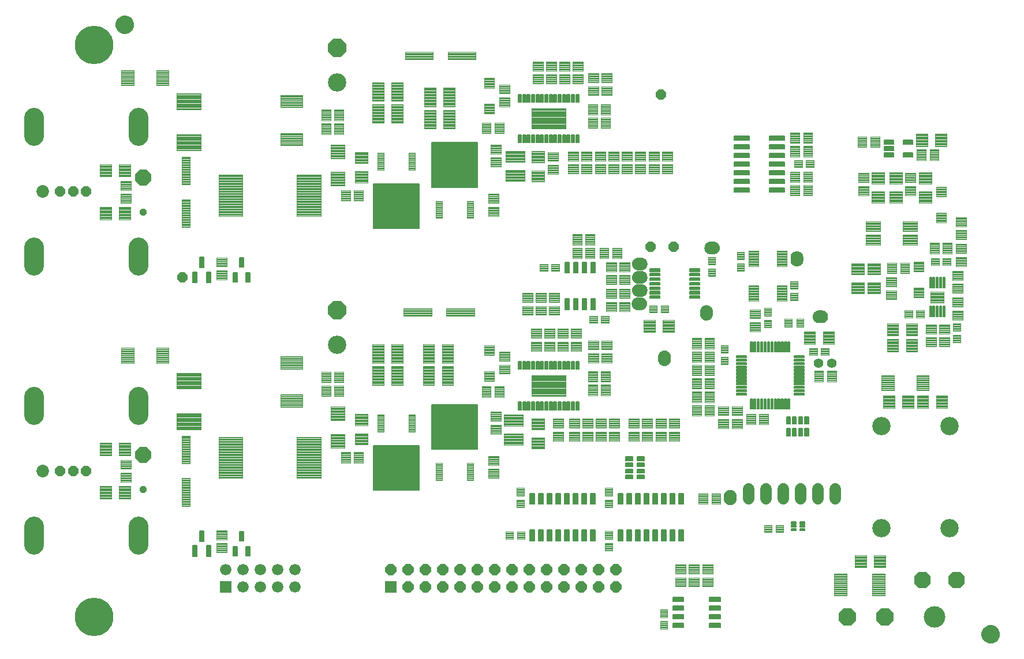
<source format=gts>
G75*
%MOIN*%
%OFA0B0*%
%FSLAX25Y25*%
%IPPOS*%
%LPD*%
%AMOC8*
5,1,8,0,0,1.08239X$1,22.5*
%
%ADD10C,0.13198*%
%ADD11C,0.00454*%
%ADD12C,0.00457*%
%ADD13OC8,0.10293*%
%ADD14C,0.12411*%
%ADD15C,0.00500*%
%ADD16OC8,0.09655*%
%ADD17C,0.00504*%
%ADD18C,0.00514*%
%ADD19C,0.00510*%
%ADD20C,0.00504*%
%ADD21C,0.00414*%
%ADD22C,0.10600*%
%ADD23C,0.00461*%
%ADD24C,0.00580*%
%ADD25C,0.00594*%
%ADD26C,0.00604*%
%ADD27C,0.06506*%
%ADD28C,0.00100*%
%ADD29C,0.05600*%
%ADD30C,0.00550*%
%ADD31C,0.00366*%
%ADD32C,0.00473*%
%ADD33C,0.00526*%
%ADD34C,0.00441*%
%ADD35C,0.00428*%
%ADD36C,0.00424*%
%ADD37C,0.00431*%
%ADD38OC8,0.05915*%
%ADD39OC8,0.09200*%
%ADD40OC8,0.04143*%
%ADD41C,0.11238*%
%ADD42OC8,0.06506*%
%ADD43R,0.06506X0.06506*%
%ADD44C,0.00408*%
%ADD45OC8,0.10600*%
%ADD46R,0.06600X0.06600*%
%ADD47C,0.06600*%
%ADD48C,0.07293*%
%ADD49C,0.00386*%
%ADD50C,0.22254*%
D10*
X0210829Y0056374D03*
X0210829Y0387083D03*
D11*
X0468188Y0260511D02*
X0472664Y0260511D01*
X0472664Y0256429D01*
X0468188Y0256429D01*
X0468188Y0260511D01*
X0468188Y0256882D02*
X0472664Y0256882D01*
X0472664Y0257335D02*
X0468188Y0257335D01*
X0468188Y0257788D02*
X0472664Y0257788D01*
X0472664Y0258241D02*
X0468188Y0258241D01*
X0468188Y0258694D02*
X0472664Y0258694D01*
X0472664Y0259147D02*
X0468188Y0259147D01*
X0468188Y0259600D02*
X0472664Y0259600D01*
X0472664Y0260053D02*
X0468188Y0260053D01*
X0468188Y0260506D02*
X0472664Y0260506D01*
X0474881Y0260511D02*
X0479357Y0260511D01*
X0479357Y0256429D01*
X0474881Y0256429D01*
X0474881Y0260511D01*
X0474881Y0256882D02*
X0479357Y0256882D01*
X0479357Y0257335D02*
X0474881Y0257335D01*
X0474881Y0257788D02*
X0479357Y0257788D01*
X0479357Y0258241D02*
X0474881Y0258241D01*
X0474881Y0258694D02*
X0479357Y0258694D01*
X0479357Y0259147D02*
X0474881Y0259147D01*
X0474881Y0259600D02*
X0479357Y0259600D01*
X0479357Y0260053D02*
X0474881Y0260053D01*
X0474881Y0260506D02*
X0479357Y0260506D01*
X0496938Y0230511D02*
X0501414Y0230511D01*
X0501414Y0226429D01*
X0496938Y0226429D01*
X0496938Y0230511D01*
X0496938Y0226882D02*
X0501414Y0226882D01*
X0501414Y0227335D02*
X0496938Y0227335D01*
X0496938Y0227788D02*
X0501414Y0227788D01*
X0501414Y0228241D02*
X0496938Y0228241D01*
X0496938Y0228694D02*
X0501414Y0228694D01*
X0501414Y0229147D02*
X0496938Y0229147D01*
X0496938Y0229600D02*
X0501414Y0229600D01*
X0501414Y0230053D02*
X0496938Y0230053D01*
X0496938Y0230506D02*
X0501414Y0230506D01*
X0503631Y0230511D02*
X0508107Y0230511D01*
X0508107Y0226429D01*
X0503631Y0226429D01*
X0503631Y0230511D01*
X0503631Y0226882D02*
X0508107Y0226882D01*
X0508107Y0227335D02*
X0503631Y0227335D01*
X0503631Y0227788D02*
X0508107Y0227788D01*
X0508107Y0228241D02*
X0503631Y0228241D01*
X0503631Y0228694D02*
X0508107Y0228694D01*
X0508107Y0229147D02*
X0503631Y0229147D01*
X0503631Y0229600D02*
X0508107Y0229600D01*
X0508107Y0230053D02*
X0503631Y0230053D01*
X0503631Y0230506D02*
X0508107Y0230506D01*
X0531438Y0236511D02*
X0535914Y0236511D01*
X0535914Y0232429D01*
X0531438Y0232429D01*
X0531438Y0236511D01*
X0531438Y0232882D02*
X0535914Y0232882D01*
X0535914Y0233335D02*
X0531438Y0233335D01*
X0531438Y0233788D02*
X0535914Y0233788D01*
X0535914Y0234241D02*
X0531438Y0234241D01*
X0531438Y0234694D02*
X0535914Y0234694D01*
X0535914Y0235147D02*
X0531438Y0235147D01*
X0531438Y0235600D02*
X0535914Y0235600D01*
X0535914Y0236053D02*
X0531438Y0236053D01*
X0531438Y0236506D02*
X0535914Y0236506D01*
X0538131Y0236511D02*
X0542607Y0236511D01*
X0542607Y0232429D01*
X0538131Y0232429D01*
X0538131Y0236511D01*
X0538131Y0232882D02*
X0542607Y0232882D01*
X0542607Y0233335D02*
X0538131Y0233335D01*
X0538131Y0233788D02*
X0542607Y0233788D01*
X0542607Y0234241D02*
X0538131Y0234241D01*
X0538131Y0234694D02*
X0542607Y0234694D01*
X0542607Y0235147D02*
X0538131Y0235147D01*
X0538131Y0235600D02*
X0542607Y0235600D01*
X0542607Y0236053D02*
X0538131Y0236053D01*
X0538131Y0236506D02*
X0542607Y0236506D01*
X0565481Y0253386D02*
X0565481Y0257862D01*
X0569563Y0257862D01*
X0569563Y0253386D01*
X0565481Y0253386D01*
X0565481Y0253839D02*
X0569563Y0253839D01*
X0569563Y0254292D02*
X0565481Y0254292D01*
X0565481Y0254745D02*
X0569563Y0254745D01*
X0569563Y0255198D02*
X0565481Y0255198D01*
X0565481Y0255651D02*
X0569563Y0255651D01*
X0569563Y0256104D02*
X0565481Y0256104D01*
X0565481Y0256557D02*
X0569563Y0256557D01*
X0569563Y0257010D02*
X0565481Y0257010D01*
X0565481Y0257463D02*
X0569563Y0257463D01*
X0565481Y0260079D02*
X0565481Y0264555D01*
X0569563Y0264555D01*
X0569563Y0260079D01*
X0565481Y0260079D01*
X0565481Y0260532D02*
X0569563Y0260532D01*
X0569563Y0260985D02*
X0565481Y0260985D01*
X0565481Y0261438D02*
X0569563Y0261438D01*
X0569563Y0261891D02*
X0565481Y0261891D01*
X0565481Y0262344D02*
X0569563Y0262344D01*
X0569563Y0262797D02*
X0565481Y0262797D01*
X0565481Y0263250D02*
X0569563Y0263250D01*
X0569563Y0263703D02*
X0565481Y0263703D01*
X0565481Y0264156D02*
X0569563Y0264156D01*
X0586313Y0263079D02*
X0586313Y0267555D01*
X0586313Y0263079D02*
X0582231Y0263079D01*
X0582231Y0267555D01*
X0586313Y0267555D01*
X0586313Y0263532D02*
X0582231Y0263532D01*
X0582231Y0263985D02*
X0586313Y0263985D01*
X0586313Y0264438D02*
X0582231Y0264438D01*
X0582231Y0264891D02*
X0586313Y0264891D01*
X0586313Y0265344D02*
X0582231Y0265344D01*
X0582231Y0265797D02*
X0586313Y0265797D01*
X0586313Y0266250D02*
X0582231Y0266250D01*
X0582231Y0266703D02*
X0586313Y0266703D01*
X0586313Y0267156D02*
X0582231Y0267156D01*
X0586313Y0260862D02*
X0586313Y0256386D01*
X0582231Y0256386D01*
X0582231Y0260862D01*
X0586313Y0260862D01*
X0586313Y0256839D02*
X0582231Y0256839D01*
X0582231Y0257292D02*
X0586313Y0257292D01*
X0586313Y0257745D02*
X0582231Y0257745D01*
X0582231Y0258198D02*
X0586313Y0258198D01*
X0586313Y0258651D02*
X0582231Y0258651D01*
X0582231Y0259104D02*
X0586313Y0259104D01*
X0586313Y0259557D02*
X0582231Y0259557D01*
X0582231Y0260010D02*
X0586313Y0260010D01*
X0586313Y0260463D02*
X0582231Y0260463D01*
X0612981Y0250555D02*
X0612981Y0246079D01*
X0612981Y0250555D02*
X0617063Y0250555D01*
X0617063Y0246079D01*
X0612981Y0246079D01*
X0612981Y0246532D02*
X0617063Y0246532D01*
X0617063Y0246985D02*
X0612981Y0246985D01*
X0612981Y0247438D02*
X0617063Y0247438D01*
X0617063Y0247891D02*
X0612981Y0247891D01*
X0612981Y0248344D02*
X0617063Y0248344D01*
X0617063Y0248797D02*
X0612981Y0248797D01*
X0612981Y0249250D02*
X0617063Y0249250D01*
X0617063Y0249703D02*
X0612981Y0249703D01*
X0612981Y0250156D02*
X0617063Y0250156D01*
X0612981Y0243862D02*
X0612981Y0239386D01*
X0612981Y0243862D02*
X0617063Y0243862D01*
X0617063Y0239386D01*
X0612981Y0239386D01*
X0612981Y0239839D02*
X0617063Y0239839D01*
X0617063Y0240292D02*
X0612981Y0240292D01*
X0612981Y0240745D02*
X0617063Y0240745D01*
X0617063Y0241198D02*
X0612981Y0241198D01*
X0612981Y0241651D02*
X0617063Y0241651D01*
X0617063Y0242104D02*
X0612981Y0242104D01*
X0612981Y0242557D02*
X0617063Y0242557D01*
X0617063Y0243010D02*
X0612981Y0243010D01*
X0612981Y0243463D02*
X0617063Y0243463D01*
X0597731Y0235055D02*
X0597731Y0230579D01*
X0597731Y0235055D02*
X0601813Y0235055D01*
X0601813Y0230579D01*
X0597731Y0230579D01*
X0597731Y0231032D02*
X0601813Y0231032D01*
X0601813Y0231485D02*
X0597731Y0231485D01*
X0597731Y0231938D02*
X0601813Y0231938D01*
X0601813Y0232391D02*
X0597731Y0232391D01*
X0597731Y0232844D02*
X0601813Y0232844D01*
X0601813Y0233297D02*
X0597731Y0233297D01*
X0597731Y0233750D02*
X0601813Y0233750D01*
X0601813Y0234203D02*
X0597731Y0234203D01*
X0597731Y0234656D02*
X0601813Y0234656D01*
X0597731Y0228362D02*
X0597731Y0223886D01*
X0597731Y0228362D02*
X0601813Y0228362D01*
X0601813Y0223886D01*
X0597731Y0223886D01*
X0597731Y0224339D02*
X0601813Y0224339D01*
X0601813Y0224792D02*
X0597731Y0224792D01*
X0597731Y0225245D02*
X0601813Y0225245D01*
X0601813Y0225698D02*
X0597731Y0225698D01*
X0597731Y0226151D02*
X0601813Y0226151D01*
X0601813Y0226604D02*
X0597731Y0226604D01*
X0597731Y0227057D02*
X0601813Y0227057D01*
X0601813Y0227510D02*
X0597731Y0227510D01*
X0597731Y0227963D02*
X0601813Y0227963D01*
X0609635Y0228708D02*
X0613717Y0228708D01*
X0613717Y0224232D01*
X0609635Y0224232D01*
X0609635Y0228708D01*
X0609635Y0224685D02*
X0613717Y0224685D01*
X0613717Y0225138D02*
X0609635Y0225138D01*
X0609635Y0225591D02*
X0613717Y0225591D01*
X0613717Y0226044D02*
X0609635Y0226044D01*
X0609635Y0226497D02*
X0613717Y0226497D01*
X0613717Y0226950D02*
X0609635Y0226950D01*
X0609635Y0227403D02*
X0613717Y0227403D01*
X0613717Y0227856D02*
X0609635Y0227856D01*
X0609635Y0228309D02*
X0613717Y0228309D01*
X0616328Y0228708D02*
X0620410Y0228708D01*
X0620410Y0224232D01*
X0616328Y0224232D01*
X0616328Y0228708D01*
X0616328Y0224685D02*
X0620410Y0224685D01*
X0620410Y0225138D02*
X0616328Y0225138D01*
X0616328Y0225591D02*
X0620410Y0225591D01*
X0620410Y0226044D02*
X0616328Y0226044D01*
X0616328Y0226497D02*
X0620410Y0226497D01*
X0620410Y0226950D02*
X0616328Y0226950D01*
X0616328Y0227403D02*
X0620410Y0227403D01*
X0620410Y0227856D02*
X0616328Y0227856D01*
X0616328Y0228309D02*
X0620410Y0228309D01*
X0623938Y0212011D02*
X0628414Y0212011D01*
X0628414Y0207929D01*
X0623938Y0207929D01*
X0623938Y0212011D01*
X0623938Y0208382D02*
X0628414Y0208382D01*
X0628414Y0208835D02*
X0623938Y0208835D01*
X0623938Y0209288D02*
X0628414Y0209288D01*
X0628414Y0209741D02*
X0623938Y0209741D01*
X0623938Y0210194D02*
X0628414Y0210194D01*
X0628414Y0210647D02*
X0623938Y0210647D01*
X0623938Y0211100D02*
X0628414Y0211100D01*
X0628414Y0211553D02*
X0623938Y0211553D01*
X0623938Y0212006D02*
X0628414Y0212006D01*
X0630631Y0212011D02*
X0635107Y0212011D01*
X0635107Y0207929D01*
X0630631Y0207929D01*
X0630631Y0212011D01*
X0630631Y0208382D02*
X0635107Y0208382D01*
X0635107Y0208835D02*
X0630631Y0208835D01*
X0630631Y0209288D02*
X0635107Y0209288D01*
X0635107Y0209741D02*
X0630631Y0209741D01*
X0630631Y0210194D02*
X0635107Y0210194D01*
X0635107Y0210647D02*
X0630631Y0210647D01*
X0630631Y0211100D02*
X0635107Y0211100D01*
X0635107Y0211553D02*
X0630631Y0211553D01*
X0630631Y0212006D02*
X0635107Y0212006D01*
X0678938Y0229679D02*
X0683414Y0229679D01*
X0678938Y0229679D02*
X0678938Y0233761D01*
X0683414Y0233761D01*
X0683414Y0229679D01*
X0683414Y0230132D02*
X0678938Y0230132D01*
X0678938Y0230585D02*
X0683414Y0230585D01*
X0683414Y0231038D02*
X0678938Y0231038D01*
X0678938Y0231491D02*
X0683414Y0231491D01*
X0683414Y0231944D02*
X0678938Y0231944D01*
X0678938Y0232397D02*
X0683414Y0232397D01*
X0683414Y0232850D02*
X0678938Y0232850D01*
X0678938Y0233303D02*
X0683414Y0233303D01*
X0683414Y0233756D02*
X0678938Y0233756D01*
X0685631Y0229679D02*
X0690107Y0229679D01*
X0685631Y0229679D02*
X0685631Y0233761D01*
X0690107Y0233761D01*
X0690107Y0229679D01*
X0690107Y0230132D02*
X0685631Y0230132D01*
X0685631Y0230585D02*
X0690107Y0230585D01*
X0690107Y0231038D02*
X0685631Y0231038D01*
X0685631Y0231491D02*
X0690107Y0231491D01*
X0690107Y0231944D02*
X0685631Y0231944D01*
X0685631Y0232397D02*
X0690107Y0232397D01*
X0690107Y0232850D02*
X0685631Y0232850D01*
X0685631Y0233303D02*
X0690107Y0233303D01*
X0690107Y0233756D02*
X0685631Y0233756D01*
X0706981Y0226305D02*
X0706981Y0221829D01*
X0706981Y0226305D02*
X0711063Y0226305D01*
X0711063Y0221829D01*
X0706981Y0221829D01*
X0706981Y0222282D02*
X0711063Y0222282D01*
X0711063Y0222735D02*
X0706981Y0222735D01*
X0706981Y0223188D02*
X0711063Y0223188D01*
X0711063Y0223641D02*
X0706981Y0223641D01*
X0706981Y0224094D02*
X0711063Y0224094D01*
X0711063Y0224547D02*
X0706981Y0224547D01*
X0706981Y0225000D02*
X0711063Y0225000D01*
X0711063Y0225453D02*
X0706981Y0225453D01*
X0706981Y0225906D02*
X0711063Y0225906D01*
X0706981Y0219612D02*
X0706981Y0215136D01*
X0706981Y0219612D02*
X0711063Y0219612D01*
X0711063Y0215136D01*
X0706981Y0215136D01*
X0706981Y0215589D02*
X0711063Y0215589D01*
X0711063Y0216042D02*
X0706981Y0216042D01*
X0706981Y0216495D02*
X0711063Y0216495D01*
X0711063Y0216948D02*
X0706981Y0216948D01*
X0706981Y0217401D02*
X0711063Y0217401D01*
X0711063Y0217854D02*
X0706981Y0217854D01*
X0706981Y0218307D02*
X0711063Y0218307D01*
X0711063Y0218760D02*
X0706981Y0218760D01*
X0706981Y0219213D02*
X0711063Y0219213D01*
X0705357Y0259929D02*
X0700881Y0259929D01*
X0700881Y0264011D01*
X0705357Y0264011D01*
X0705357Y0259929D01*
X0705357Y0260382D02*
X0700881Y0260382D01*
X0700881Y0260835D02*
X0705357Y0260835D01*
X0705357Y0261288D02*
X0700881Y0261288D01*
X0700881Y0261741D02*
X0705357Y0261741D01*
X0705357Y0262194D02*
X0700881Y0262194D01*
X0700881Y0262647D02*
X0705357Y0262647D01*
X0705357Y0263100D02*
X0700881Y0263100D01*
X0700881Y0263553D02*
X0705357Y0263553D01*
X0705357Y0264006D02*
X0700881Y0264006D01*
X0698664Y0259929D02*
X0694188Y0259929D01*
X0694188Y0264011D01*
X0698664Y0264011D01*
X0698664Y0259929D01*
X0698664Y0260382D02*
X0694188Y0260382D01*
X0694188Y0260835D02*
X0698664Y0260835D01*
X0698664Y0261288D02*
X0694188Y0261288D01*
X0694188Y0261741D02*
X0698664Y0261741D01*
X0698664Y0262194D02*
X0694188Y0262194D01*
X0694188Y0262647D02*
X0698664Y0262647D01*
X0698664Y0263100D02*
X0694188Y0263100D01*
X0694188Y0263553D02*
X0698664Y0263553D01*
X0698664Y0264006D02*
X0694188Y0264006D01*
X0626357Y0316429D02*
X0621881Y0316429D01*
X0621881Y0320511D01*
X0626357Y0320511D01*
X0626357Y0316429D01*
X0626357Y0316882D02*
X0621881Y0316882D01*
X0621881Y0317335D02*
X0626357Y0317335D01*
X0626357Y0317788D02*
X0621881Y0317788D01*
X0621881Y0318241D02*
X0626357Y0318241D01*
X0626357Y0318694D02*
X0621881Y0318694D01*
X0621881Y0319147D02*
X0626357Y0319147D01*
X0626357Y0319600D02*
X0621881Y0319600D01*
X0621881Y0320053D02*
X0626357Y0320053D01*
X0626357Y0320506D02*
X0621881Y0320506D01*
X0619664Y0316429D02*
X0615188Y0316429D01*
X0615188Y0320511D01*
X0619664Y0320511D01*
X0619664Y0316429D01*
X0619664Y0316882D02*
X0615188Y0316882D01*
X0615188Y0317335D02*
X0619664Y0317335D01*
X0619664Y0317788D02*
X0615188Y0317788D01*
X0615188Y0318241D02*
X0619664Y0318241D01*
X0619664Y0318694D02*
X0615188Y0318694D01*
X0615188Y0319147D02*
X0619664Y0319147D01*
X0619664Y0319600D02*
X0615188Y0319600D01*
X0615188Y0320053D02*
X0619664Y0320053D01*
X0619664Y0320506D02*
X0615188Y0320506D01*
X0572731Y0213555D02*
X0572731Y0209079D01*
X0572731Y0213555D02*
X0576813Y0213555D01*
X0576813Y0209079D01*
X0572731Y0209079D01*
X0572731Y0209532D02*
X0576813Y0209532D01*
X0576813Y0209985D02*
X0572731Y0209985D01*
X0572731Y0210438D02*
X0576813Y0210438D01*
X0576813Y0210891D02*
X0572731Y0210891D01*
X0572731Y0211344D02*
X0576813Y0211344D01*
X0576813Y0211797D02*
X0572731Y0211797D01*
X0572731Y0212250D02*
X0576813Y0212250D01*
X0576813Y0212703D02*
X0572731Y0212703D01*
X0572731Y0213156D02*
X0576813Y0213156D01*
X0572731Y0206862D02*
X0572731Y0202386D01*
X0572731Y0206862D02*
X0576813Y0206862D01*
X0576813Y0202386D01*
X0572731Y0202386D01*
X0572731Y0202839D02*
X0576813Y0202839D01*
X0576813Y0203292D02*
X0572731Y0203292D01*
X0572731Y0203745D02*
X0576813Y0203745D01*
X0576813Y0204198D02*
X0572731Y0204198D01*
X0572731Y0204651D02*
X0576813Y0204651D01*
X0576813Y0205104D02*
X0572731Y0205104D01*
X0572731Y0205557D02*
X0576813Y0205557D01*
X0576813Y0206010D02*
X0572731Y0206010D01*
X0572731Y0206463D02*
X0576813Y0206463D01*
X0505981Y0131055D02*
X0505981Y0126579D01*
X0505981Y0131055D02*
X0510063Y0131055D01*
X0510063Y0126579D01*
X0505981Y0126579D01*
X0505981Y0127032D02*
X0510063Y0127032D01*
X0510063Y0127485D02*
X0505981Y0127485D01*
X0505981Y0127938D02*
X0510063Y0127938D01*
X0510063Y0128391D02*
X0505981Y0128391D01*
X0505981Y0128844D02*
X0510063Y0128844D01*
X0510063Y0129297D02*
X0505981Y0129297D01*
X0505981Y0129750D02*
X0510063Y0129750D01*
X0510063Y0130203D02*
X0505981Y0130203D01*
X0505981Y0130656D02*
X0510063Y0130656D01*
X0505981Y0124362D02*
X0505981Y0119886D01*
X0505981Y0124362D02*
X0510063Y0124362D01*
X0510063Y0119886D01*
X0505981Y0119886D01*
X0505981Y0120339D02*
X0510063Y0120339D01*
X0510063Y0120792D02*
X0505981Y0120792D01*
X0505981Y0121245D02*
X0510063Y0121245D01*
X0510063Y0121698D02*
X0505981Y0121698D01*
X0505981Y0122151D02*
X0510063Y0122151D01*
X0510063Y0122604D02*
X0505981Y0122604D01*
X0505981Y0123057D02*
X0510063Y0123057D01*
X0510063Y0123510D02*
X0505981Y0123510D01*
X0505981Y0123963D02*
X0510063Y0123963D01*
X0505981Y0106055D02*
X0505981Y0101579D01*
X0505981Y0106055D02*
X0510063Y0106055D01*
X0510063Y0101579D01*
X0505981Y0101579D01*
X0505981Y0102032D02*
X0510063Y0102032D01*
X0510063Y0102485D02*
X0505981Y0102485D01*
X0505981Y0102938D02*
X0510063Y0102938D01*
X0510063Y0103391D02*
X0505981Y0103391D01*
X0505981Y0103844D02*
X0510063Y0103844D01*
X0510063Y0104297D02*
X0505981Y0104297D01*
X0505981Y0104750D02*
X0510063Y0104750D01*
X0510063Y0105203D02*
X0505981Y0105203D01*
X0505981Y0105656D02*
X0510063Y0105656D01*
X0505981Y0099362D02*
X0505981Y0094886D01*
X0505981Y0099362D02*
X0510063Y0099362D01*
X0510063Y0094886D01*
X0505981Y0094886D01*
X0505981Y0095339D02*
X0510063Y0095339D01*
X0510063Y0095792D02*
X0505981Y0095792D01*
X0505981Y0096245D02*
X0510063Y0096245D01*
X0510063Y0096698D02*
X0505981Y0096698D01*
X0505981Y0097151D02*
X0510063Y0097151D01*
X0510063Y0097604D02*
X0505981Y0097604D01*
X0505981Y0098057D02*
X0510063Y0098057D01*
X0510063Y0098510D02*
X0505981Y0098510D01*
X0505981Y0098963D02*
X0510063Y0098963D01*
X0459607Y0105761D02*
X0455131Y0105761D01*
X0459607Y0105761D02*
X0459607Y0101679D01*
X0455131Y0101679D01*
X0455131Y0105761D01*
X0455131Y0102132D02*
X0459607Y0102132D01*
X0459607Y0102585D02*
X0455131Y0102585D01*
X0455131Y0103038D02*
X0459607Y0103038D01*
X0459607Y0103491D02*
X0455131Y0103491D01*
X0455131Y0103944D02*
X0459607Y0103944D01*
X0459607Y0104397D02*
X0455131Y0104397D01*
X0455131Y0104850D02*
X0459607Y0104850D01*
X0459607Y0105303D02*
X0455131Y0105303D01*
X0455131Y0105756D02*
X0459607Y0105756D01*
X0452914Y0105761D02*
X0448438Y0105761D01*
X0452914Y0105761D02*
X0452914Y0101679D01*
X0448438Y0101679D01*
X0448438Y0105761D01*
X0448438Y0102132D02*
X0452914Y0102132D01*
X0452914Y0102585D02*
X0448438Y0102585D01*
X0448438Y0103038D02*
X0452914Y0103038D01*
X0452914Y0103491D02*
X0448438Y0103491D01*
X0448438Y0103944D02*
X0452914Y0103944D01*
X0452914Y0104397D02*
X0448438Y0104397D01*
X0448438Y0104850D02*
X0452914Y0104850D01*
X0452914Y0105303D02*
X0448438Y0105303D01*
X0448438Y0105756D02*
X0452914Y0105756D01*
X0454981Y0119886D02*
X0454981Y0124362D01*
X0459063Y0124362D01*
X0459063Y0119886D01*
X0454981Y0119886D01*
X0454981Y0120339D02*
X0459063Y0120339D01*
X0459063Y0120792D02*
X0454981Y0120792D01*
X0454981Y0121245D02*
X0459063Y0121245D01*
X0459063Y0121698D02*
X0454981Y0121698D01*
X0454981Y0122151D02*
X0459063Y0122151D01*
X0459063Y0122604D02*
X0454981Y0122604D01*
X0454981Y0123057D02*
X0459063Y0123057D01*
X0459063Y0123510D02*
X0454981Y0123510D01*
X0454981Y0123963D02*
X0459063Y0123963D01*
X0454981Y0126579D02*
X0454981Y0131055D01*
X0459063Y0131055D01*
X0459063Y0126579D01*
X0454981Y0126579D01*
X0454981Y0127032D02*
X0459063Y0127032D01*
X0459063Y0127485D02*
X0454981Y0127485D01*
X0454981Y0127938D02*
X0459063Y0127938D01*
X0459063Y0128391D02*
X0454981Y0128391D01*
X0454981Y0128844D02*
X0459063Y0128844D01*
X0459063Y0129297D02*
X0454981Y0129297D01*
X0454981Y0129750D02*
X0459063Y0129750D01*
X0459063Y0130203D02*
X0454981Y0130203D01*
X0454981Y0130656D02*
X0459063Y0130656D01*
X0537731Y0060805D02*
X0537731Y0056329D01*
X0537731Y0060805D02*
X0541813Y0060805D01*
X0541813Y0056329D01*
X0537731Y0056329D01*
X0537731Y0056782D02*
X0541813Y0056782D01*
X0541813Y0057235D02*
X0537731Y0057235D01*
X0537731Y0057688D02*
X0541813Y0057688D01*
X0541813Y0058141D02*
X0537731Y0058141D01*
X0537731Y0058594D02*
X0541813Y0058594D01*
X0541813Y0059047D02*
X0537731Y0059047D01*
X0537731Y0059500D02*
X0541813Y0059500D01*
X0541813Y0059953D02*
X0537731Y0059953D01*
X0537731Y0060406D02*
X0541813Y0060406D01*
X0537731Y0054112D02*
X0537731Y0049636D01*
X0537731Y0054112D02*
X0541813Y0054112D01*
X0541813Y0049636D01*
X0537731Y0049636D01*
X0537731Y0050089D02*
X0541813Y0050089D01*
X0541813Y0050542D02*
X0537731Y0050542D01*
X0537731Y0050995D02*
X0541813Y0050995D01*
X0541813Y0051448D02*
X0537731Y0051448D01*
X0537731Y0051901D02*
X0541813Y0051901D01*
X0541813Y0052354D02*
X0537731Y0052354D01*
X0537731Y0052807D02*
X0541813Y0052807D01*
X0541813Y0053260D02*
X0537731Y0053260D01*
X0537731Y0053713D02*
X0541813Y0053713D01*
X0597688Y0109511D02*
X0602164Y0109511D01*
X0602164Y0105429D01*
X0597688Y0105429D01*
X0597688Y0109511D01*
X0597688Y0105882D02*
X0602164Y0105882D01*
X0602164Y0106335D02*
X0597688Y0106335D01*
X0597688Y0106788D02*
X0602164Y0106788D01*
X0602164Y0107241D02*
X0597688Y0107241D01*
X0597688Y0107694D02*
X0602164Y0107694D01*
X0602164Y0108147D02*
X0597688Y0108147D01*
X0597688Y0108600D02*
X0602164Y0108600D01*
X0602164Y0109053D02*
X0597688Y0109053D01*
X0597688Y0109506D02*
X0602164Y0109506D01*
X0604381Y0109511D02*
X0608857Y0109511D01*
X0608857Y0105429D01*
X0604381Y0105429D01*
X0604381Y0109511D01*
X0604381Y0105882D02*
X0608857Y0105882D01*
X0608857Y0106335D02*
X0604381Y0106335D01*
X0604381Y0106788D02*
X0608857Y0106788D01*
X0608857Y0107241D02*
X0604381Y0107241D01*
X0604381Y0107694D02*
X0608857Y0107694D01*
X0608857Y0108147D02*
X0604381Y0108147D01*
X0604381Y0108600D02*
X0608857Y0108600D01*
X0608857Y0109053D02*
X0604381Y0109053D01*
X0604381Y0109506D02*
X0608857Y0109506D01*
D12*
X0572643Y0121945D02*
X0567381Y0121945D01*
X0567381Y0127995D01*
X0572643Y0127995D01*
X0572643Y0121945D01*
X0572643Y0122401D02*
X0567381Y0122401D01*
X0567381Y0122857D02*
X0572643Y0122857D01*
X0572643Y0123313D02*
X0567381Y0123313D01*
X0567381Y0123769D02*
X0572643Y0123769D01*
X0572643Y0124225D02*
X0567381Y0124225D01*
X0567381Y0124681D02*
X0572643Y0124681D01*
X0572643Y0125137D02*
X0567381Y0125137D01*
X0567381Y0125593D02*
X0572643Y0125593D01*
X0572643Y0126049D02*
X0567381Y0126049D01*
X0567381Y0126505D02*
X0572643Y0126505D01*
X0572643Y0126961D02*
X0567381Y0126961D01*
X0567381Y0127417D02*
X0572643Y0127417D01*
X0572643Y0127873D02*
X0567381Y0127873D01*
X0565163Y0121945D02*
X0559901Y0121945D01*
X0559901Y0127995D01*
X0565163Y0127995D01*
X0565163Y0121945D01*
X0565163Y0122401D02*
X0559901Y0122401D01*
X0559901Y0122857D02*
X0565163Y0122857D01*
X0565163Y0123313D02*
X0559901Y0123313D01*
X0559901Y0123769D02*
X0565163Y0123769D01*
X0565163Y0124225D02*
X0559901Y0124225D01*
X0559901Y0124681D02*
X0565163Y0124681D01*
X0565163Y0125137D02*
X0559901Y0125137D01*
X0559901Y0125593D02*
X0565163Y0125593D01*
X0565163Y0126049D02*
X0559901Y0126049D01*
X0559901Y0126505D02*
X0565163Y0126505D01*
X0565163Y0126961D02*
X0559901Y0126961D01*
X0559901Y0127417D02*
X0565163Y0127417D01*
X0565163Y0127873D02*
X0559901Y0127873D01*
X0542747Y0158349D02*
X0542747Y0163611D01*
X0548797Y0163611D01*
X0548797Y0158349D01*
X0542747Y0158349D01*
X0542747Y0158805D02*
X0548797Y0158805D01*
X0548797Y0159261D02*
X0542747Y0159261D01*
X0542747Y0159717D02*
X0548797Y0159717D01*
X0548797Y0160173D02*
X0542747Y0160173D01*
X0542747Y0160629D02*
X0548797Y0160629D01*
X0548797Y0161085D02*
X0542747Y0161085D01*
X0542747Y0161541D02*
X0548797Y0161541D01*
X0548797Y0161997D02*
X0542747Y0161997D01*
X0542747Y0162453D02*
X0548797Y0162453D01*
X0548797Y0162909D02*
X0542747Y0162909D01*
X0542747Y0163365D02*
X0548797Y0163365D01*
X0542747Y0165830D02*
X0542747Y0171092D01*
X0548797Y0171092D01*
X0548797Y0165830D01*
X0542747Y0165830D01*
X0542747Y0166286D02*
X0548797Y0166286D01*
X0548797Y0166742D02*
X0542747Y0166742D01*
X0542747Y0167198D02*
X0548797Y0167198D01*
X0548797Y0167654D02*
X0542747Y0167654D01*
X0542747Y0168110D02*
X0548797Y0168110D01*
X0548797Y0168566D02*
X0542747Y0168566D01*
X0542747Y0169022D02*
X0548797Y0169022D01*
X0548797Y0169478D02*
X0542747Y0169478D01*
X0542747Y0169934D02*
X0548797Y0169934D01*
X0548797Y0170390D02*
X0542747Y0170390D01*
X0542747Y0170846D02*
X0548797Y0170846D01*
X0541047Y0171092D02*
X0541047Y0165830D01*
X0534997Y0165830D01*
X0534997Y0171092D01*
X0541047Y0171092D01*
X0541047Y0166286D02*
X0534997Y0166286D01*
X0534997Y0166742D02*
X0541047Y0166742D01*
X0541047Y0167198D02*
X0534997Y0167198D01*
X0534997Y0167654D02*
X0541047Y0167654D01*
X0541047Y0168110D02*
X0534997Y0168110D01*
X0534997Y0168566D02*
X0541047Y0168566D01*
X0541047Y0169022D02*
X0534997Y0169022D01*
X0534997Y0169478D02*
X0541047Y0169478D01*
X0541047Y0169934D02*
X0534997Y0169934D01*
X0534997Y0170390D02*
X0541047Y0170390D01*
X0541047Y0170846D02*
X0534997Y0170846D01*
X0533297Y0171092D02*
X0533297Y0165830D01*
X0527247Y0165830D01*
X0527247Y0171092D01*
X0533297Y0171092D01*
X0533297Y0166286D02*
X0527247Y0166286D01*
X0527247Y0166742D02*
X0533297Y0166742D01*
X0533297Y0167198D02*
X0527247Y0167198D01*
X0527247Y0167654D02*
X0533297Y0167654D01*
X0533297Y0168110D02*
X0527247Y0168110D01*
X0527247Y0168566D02*
X0533297Y0168566D01*
X0533297Y0169022D02*
X0527247Y0169022D01*
X0527247Y0169478D02*
X0533297Y0169478D01*
X0533297Y0169934D02*
X0527247Y0169934D01*
X0527247Y0170390D02*
X0533297Y0170390D01*
X0533297Y0170846D02*
X0527247Y0170846D01*
X0519497Y0171092D02*
X0519497Y0165830D01*
X0519497Y0171092D02*
X0525547Y0171092D01*
X0525547Y0165830D01*
X0519497Y0165830D01*
X0519497Y0166286D02*
X0525547Y0166286D01*
X0525547Y0166742D02*
X0519497Y0166742D01*
X0519497Y0167198D02*
X0525547Y0167198D01*
X0525547Y0167654D02*
X0519497Y0167654D01*
X0519497Y0168110D02*
X0525547Y0168110D01*
X0525547Y0168566D02*
X0519497Y0168566D01*
X0519497Y0169022D02*
X0525547Y0169022D01*
X0525547Y0169478D02*
X0519497Y0169478D01*
X0519497Y0169934D02*
X0525547Y0169934D01*
X0525547Y0170390D02*
X0519497Y0170390D01*
X0519497Y0170846D02*
X0525547Y0170846D01*
X0508247Y0171092D02*
X0508247Y0165830D01*
X0508247Y0171092D02*
X0514297Y0171092D01*
X0514297Y0165830D01*
X0508247Y0165830D01*
X0508247Y0166286D02*
X0514297Y0166286D01*
X0514297Y0166742D02*
X0508247Y0166742D01*
X0508247Y0167198D02*
X0514297Y0167198D01*
X0514297Y0167654D02*
X0508247Y0167654D01*
X0508247Y0168110D02*
X0514297Y0168110D01*
X0514297Y0168566D02*
X0508247Y0168566D01*
X0508247Y0169022D02*
X0514297Y0169022D01*
X0514297Y0169478D02*
X0508247Y0169478D01*
X0508247Y0169934D02*
X0514297Y0169934D01*
X0514297Y0170390D02*
X0508247Y0170390D01*
X0508247Y0170846D02*
X0514297Y0170846D01*
X0500497Y0171092D02*
X0500497Y0165830D01*
X0500497Y0171092D02*
X0506547Y0171092D01*
X0506547Y0165830D01*
X0500497Y0165830D01*
X0500497Y0166286D02*
X0506547Y0166286D01*
X0506547Y0166742D02*
X0500497Y0166742D01*
X0500497Y0167198D02*
X0506547Y0167198D01*
X0506547Y0167654D02*
X0500497Y0167654D01*
X0500497Y0168110D02*
X0506547Y0168110D01*
X0506547Y0168566D02*
X0500497Y0168566D01*
X0500497Y0169022D02*
X0506547Y0169022D01*
X0506547Y0169478D02*
X0500497Y0169478D01*
X0500497Y0169934D02*
X0506547Y0169934D01*
X0506547Y0170390D02*
X0500497Y0170390D01*
X0500497Y0170846D02*
X0506547Y0170846D01*
X0498797Y0171092D02*
X0498797Y0165830D01*
X0492747Y0165830D01*
X0492747Y0171092D01*
X0498797Y0171092D01*
X0498797Y0166286D02*
X0492747Y0166286D01*
X0492747Y0166742D02*
X0498797Y0166742D01*
X0498797Y0167198D02*
X0492747Y0167198D01*
X0492747Y0167654D02*
X0498797Y0167654D01*
X0498797Y0168110D02*
X0492747Y0168110D01*
X0492747Y0168566D02*
X0498797Y0168566D01*
X0498797Y0169022D02*
X0492747Y0169022D01*
X0492747Y0169478D02*
X0498797Y0169478D01*
X0498797Y0169934D02*
X0492747Y0169934D01*
X0492747Y0170390D02*
X0498797Y0170390D01*
X0498797Y0170846D02*
X0492747Y0170846D01*
X0484997Y0171092D02*
X0484997Y0165830D01*
X0484997Y0171092D02*
X0491047Y0171092D01*
X0491047Y0165830D01*
X0484997Y0165830D01*
X0484997Y0166286D02*
X0491047Y0166286D01*
X0491047Y0166742D02*
X0484997Y0166742D01*
X0484997Y0167198D02*
X0491047Y0167198D01*
X0491047Y0167654D02*
X0484997Y0167654D01*
X0484997Y0168110D02*
X0491047Y0168110D01*
X0491047Y0168566D02*
X0484997Y0168566D01*
X0484997Y0169022D02*
X0491047Y0169022D01*
X0491047Y0169478D02*
X0484997Y0169478D01*
X0484997Y0169934D02*
X0491047Y0169934D01*
X0491047Y0170390D02*
X0484997Y0170390D01*
X0484997Y0170846D02*
X0491047Y0170846D01*
X0475747Y0171092D02*
X0475747Y0165830D01*
X0475747Y0171092D02*
X0481797Y0171092D01*
X0481797Y0165830D01*
X0475747Y0165830D01*
X0475747Y0166286D02*
X0481797Y0166286D01*
X0481797Y0166742D02*
X0475747Y0166742D01*
X0475747Y0167198D02*
X0481797Y0167198D01*
X0481797Y0167654D02*
X0475747Y0167654D01*
X0475747Y0168110D02*
X0481797Y0168110D01*
X0481797Y0168566D02*
X0475747Y0168566D01*
X0475747Y0169022D02*
X0481797Y0169022D01*
X0481797Y0169478D02*
X0475747Y0169478D01*
X0475747Y0169934D02*
X0481797Y0169934D01*
X0481797Y0170390D02*
X0475747Y0170390D01*
X0475747Y0170846D02*
X0481797Y0170846D01*
X0475747Y0163611D02*
X0475747Y0158349D01*
X0475747Y0163611D02*
X0481797Y0163611D01*
X0481797Y0158349D01*
X0475747Y0158349D01*
X0475747Y0158805D02*
X0481797Y0158805D01*
X0481797Y0159261D02*
X0475747Y0159261D01*
X0475747Y0159717D02*
X0481797Y0159717D01*
X0481797Y0160173D02*
X0475747Y0160173D01*
X0475747Y0160629D02*
X0481797Y0160629D01*
X0481797Y0161085D02*
X0475747Y0161085D01*
X0475747Y0161541D02*
X0481797Y0161541D01*
X0481797Y0161997D02*
X0475747Y0161997D01*
X0475747Y0162453D02*
X0481797Y0162453D01*
X0481797Y0162909D02*
X0475747Y0162909D01*
X0475747Y0163365D02*
X0481797Y0163365D01*
X0484997Y0163611D02*
X0484997Y0158349D01*
X0484997Y0163611D02*
X0491047Y0163611D01*
X0491047Y0158349D01*
X0484997Y0158349D01*
X0484997Y0158805D02*
X0491047Y0158805D01*
X0491047Y0159261D02*
X0484997Y0159261D01*
X0484997Y0159717D02*
X0491047Y0159717D01*
X0491047Y0160173D02*
X0484997Y0160173D01*
X0484997Y0160629D02*
X0491047Y0160629D01*
X0491047Y0161085D02*
X0484997Y0161085D01*
X0484997Y0161541D02*
X0491047Y0161541D01*
X0491047Y0161997D02*
X0484997Y0161997D01*
X0484997Y0162453D02*
X0491047Y0162453D01*
X0491047Y0162909D02*
X0484997Y0162909D01*
X0484997Y0163365D02*
X0491047Y0163365D01*
X0498797Y0163611D02*
X0498797Y0158349D01*
X0492747Y0158349D01*
X0492747Y0163611D01*
X0498797Y0163611D01*
X0498797Y0158805D02*
X0492747Y0158805D01*
X0492747Y0159261D02*
X0498797Y0159261D01*
X0498797Y0159717D02*
X0492747Y0159717D01*
X0492747Y0160173D02*
X0498797Y0160173D01*
X0498797Y0160629D02*
X0492747Y0160629D01*
X0492747Y0161085D02*
X0498797Y0161085D01*
X0498797Y0161541D02*
X0492747Y0161541D01*
X0492747Y0161997D02*
X0498797Y0161997D01*
X0498797Y0162453D02*
X0492747Y0162453D01*
X0492747Y0162909D02*
X0498797Y0162909D01*
X0498797Y0163365D02*
X0492747Y0163365D01*
X0500497Y0163611D02*
X0500497Y0158349D01*
X0500497Y0163611D02*
X0506547Y0163611D01*
X0506547Y0158349D01*
X0500497Y0158349D01*
X0500497Y0158805D02*
X0506547Y0158805D01*
X0506547Y0159261D02*
X0500497Y0159261D01*
X0500497Y0159717D02*
X0506547Y0159717D01*
X0506547Y0160173D02*
X0500497Y0160173D01*
X0500497Y0160629D02*
X0506547Y0160629D01*
X0506547Y0161085D02*
X0500497Y0161085D01*
X0500497Y0161541D02*
X0506547Y0161541D01*
X0506547Y0161997D02*
X0500497Y0161997D01*
X0500497Y0162453D02*
X0506547Y0162453D01*
X0506547Y0162909D02*
X0500497Y0162909D01*
X0500497Y0163365D02*
X0506547Y0163365D01*
X0508247Y0163611D02*
X0508247Y0158349D01*
X0508247Y0163611D02*
X0514297Y0163611D01*
X0514297Y0158349D01*
X0508247Y0158349D01*
X0508247Y0158805D02*
X0514297Y0158805D01*
X0514297Y0159261D02*
X0508247Y0159261D01*
X0508247Y0159717D02*
X0514297Y0159717D01*
X0514297Y0160173D02*
X0508247Y0160173D01*
X0508247Y0160629D02*
X0514297Y0160629D01*
X0514297Y0161085D02*
X0508247Y0161085D01*
X0508247Y0161541D02*
X0514297Y0161541D01*
X0514297Y0161997D02*
X0508247Y0161997D01*
X0508247Y0162453D02*
X0514297Y0162453D01*
X0514297Y0162909D02*
X0508247Y0162909D01*
X0508247Y0163365D02*
X0514297Y0163365D01*
X0519497Y0163611D02*
X0519497Y0158349D01*
X0519497Y0163611D02*
X0525547Y0163611D01*
X0525547Y0158349D01*
X0519497Y0158349D01*
X0519497Y0158805D02*
X0525547Y0158805D01*
X0525547Y0159261D02*
X0519497Y0159261D01*
X0519497Y0159717D02*
X0525547Y0159717D01*
X0525547Y0160173D02*
X0519497Y0160173D01*
X0519497Y0160629D02*
X0525547Y0160629D01*
X0525547Y0161085D02*
X0519497Y0161085D01*
X0519497Y0161541D02*
X0525547Y0161541D01*
X0525547Y0161997D02*
X0519497Y0161997D01*
X0519497Y0162453D02*
X0525547Y0162453D01*
X0525547Y0162909D02*
X0519497Y0162909D01*
X0519497Y0163365D02*
X0525547Y0163365D01*
X0533297Y0163611D02*
X0533297Y0158349D01*
X0527247Y0158349D01*
X0527247Y0163611D01*
X0533297Y0163611D01*
X0533297Y0158805D02*
X0527247Y0158805D01*
X0527247Y0159261D02*
X0533297Y0159261D01*
X0533297Y0159717D02*
X0527247Y0159717D01*
X0527247Y0160173D02*
X0533297Y0160173D01*
X0533297Y0160629D02*
X0527247Y0160629D01*
X0527247Y0161085D02*
X0533297Y0161085D01*
X0533297Y0161541D02*
X0527247Y0161541D01*
X0527247Y0161997D02*
X0533297Y0161997D01*
X0533297Y0162453D02*
X0527247Y0162453D01*
X0527247Y0162909D02*
X0533297Y0162909D01*
X0533297Y0163365D02*
X0527247Y0163365D01*
X0541047Y0163611D02*
X0541047Y0158349D01*
X0534997Y0158349D01*
X0534997Y0163611D01*
X0541047Y0163611D01*
X0541047Y0158805D02*
X0534997Y0158805D01*
X0534997Y0159261D02*
X0541047Y0159261D01*
X0541047Y0159717D02*
X0534997Y0159717D01*
X0534997Y0160173D02*
X0541047Y0160173D01*
X0541047Y0160629D02*
X0534997Y0160629D01*
X0534997Y0161085D02*
X0541047Y0161085D01*
X0541047Y0161541D02*
X0534997Y0161541D01*
X0534997Y0161997D02*
X0541047Y0161997D01*
X0541047Y0162453D02*
X0534997Y0162453D01*
X0534997Y0162909D02*
X0541047Y0162909D01*
X0541047Y0163365D02*
X0534997Y0163365D01*
X0556151Y0172945D02*
X0561413Y0172945D01*
X0556151Y0172945D02*
X0556151Y0178995D01*
X0561413Y0178995D01*
X0561413Y0172945D01*
X0561413Y0173401D02*
X0556151Y0173401D01*
X0556151Y0173857D02*
X0561413Y0173857D01*
X0561413Y0174313D02*
X0556151Y0174313D01*
X0556151Y0174769D02*
X0561413Y0174769D01*
X0561413Y0175225D02*
X0556151Y0175225D01*
X0556151Y0175681D02*
X0561413Y0175681D01*
X0561413Y0176137D02*
X0556151Y0176137D01*
X0556151Y0176593D02*
X0561413Y0176593D01*
X0561413Y0177049D02*
X0556151Y0177049D01*
X0556151Y0177505D02*
X0561413Y0177505D01*
X0561413Y0177961D02*
X0556151Y0177961D01*
X0556151Y0178417D02*
X0561413Y0178417D01*
X0561413Y0178873D02*
X0556151Y0178873D01*
X0556151Y0186745D02*
X0561413Y0186745D01*
X0561413Y0180695D01*
X0556151Y0180695D01*
X0556151Y0186745D01*
X0556151Y0181151D02*
X0561413Y0181151D01*
X0561413Y0181607D02*
X0556151Y0181607D01*
X0556151Y0182063D02*
X0561413Y0182063D01*
X0561413Y0182519D02*
X0556151Y0182519D01*
X0556151Y0182975D02*
X0561413Y0182975D01*
X0561413Y0183431D02*
X0556151Y0183431D01*
X0556151Y0183887D02*
X0561413Y0183887D01*
X0561413Y0184343D02*
X0556151Y0184343D01*
X0556151Y0184799D02*
X0561413Y0184799D01*
X0561413Y0185255D02*
X0556151Y0185255D01*
X0556151Y0185711D02*
X0561413Y0185711D01*
X0561413Y0186167D02*
X0556151Y0186167D01*
X0556151Y0186623D02*
X0561413Y0186623D01*
X0561413Y0188445D02*
X0556151Y0188445D01*
X0556151Y0194495D01*
X0561413Y0194495D01*
X0561413Y0188445D01*
X0561413Y0188901D02*
X0556151Y0188901D01*
X0556151Y0189357D02*
X0561413Y0189357D01*
X0561413Y0189813D02*
X0556151Y0189813D01*
X0556151Y0190269D02*
X0561413Y0190269D01*
X0561413Y0190725D02*
X0556151Y0190725D01*
X0556151Y0191181D02*
X0561413Y0191181D01*
X0561413Y0191637D02*
X0556151Y0191637D01*
X0556151Y0192093D02*
X0561413Y0192093D01*
X0561413Y0192549D02*
X0556151Y0192549D01*
X0556151Y0193005D02*
X0561413Y0193005D01*
X0561413Y0193461D02*
X0556151Y0193461D01*
X0556151Y0193917D02*
X0561413Y0193917D01*
X0561413Y0194373D02*
X0556151Y0194373D01*
X0556151Y0202245D02*
X0561413Y0202245D01*
X0561413Y0196195D01*
X0556151Y0196195D01*
X0556151Y0202245D01*
X0556151Y0196651D02*
X0561413Y0196651D01*
X0561413Y0197107D02*
X0556151Y0197107D01*
X0556151Y0197563D02*
X0561413Y0197563D01*
X0561413Y0198019D02*
X0556151Y0198019D01*
X0556151Y0198475D02*
X0561413Y0198475D01*
X0561413Y0198931D02*
X0556151Y0198931D01*
X0556151Y0199387D02*
X0561413Y0199387D01*
X0561413Y0199843D02*
X0556151Y0199843D01*
X0556151Y0200299D02*
X0561413Y0200299D01*
X0561413Y0200755D02*
X0556151Y0200755D01*
X0556151Y0201211D02*
X0561413Y0201211D01*
X0561413Y0201667D02*
X0556151Y0201667D01*
X0556151Y0202123D02*
X0561413Y0202123D01*
X0561413Y0203945D02*
X0556151Y0203945D01*
X0556151Y0209995D01*
X0561413Y0209995D01*
X0561413Y0203945D01*
X0561413Y0204401D02*
X0556151Y0204401D01*
X0556151Y0204857D02*
X0561413Y0204857D01*
X0561413Y0205313D02*
X0556151Y0205313D01*
X0556151Y0205769D02*
X0561413Y0205769D01*
X0561413Y0206225D02*
X0556151Y0206225D01*
X0556151Y0206681D02*
X0561413Y0206681D01*
X0561413Y0207137D02*
X0556151Y0207137D01*
X0556151Y0207593D02*
X0561413Y0207593D01*
X0561413Y0208049D02*
X0556151Y0208049D01*
X0556151Y0208505D02*
X0561413Y0208505D01*
X0561413Y0208961D02*
X0556151Y0208961D01*
X0556151Y0209417D02*
X0561413Y0209417D01*
X0561413Y0209873D02*
X0556151Y0209873D01*
X0556151Y0217745D02*
X0561413Y0217745D01*
X0561413Y0211695D01*
X0556151Y0211695D01*
X0556151Y0217745D01*
X0556151Y0212151D02*
X0561413Y0212151D01*
X0561413Y0212607D02*
X0556151Y0212607D01*
X0556151Y0213063D02*
X0561413Y0213063D01*
X0561413Y0213519D02*
X0556151Y0213519D01*
X0556151Y0213975D02*
X0561413Y0213975D01*
X0561413Y0214431D02*
X0556151Y0214431D01*
X0556151Y0214887D02*
X0561413Y0214887D01*
X0561413Y0215343D02*
X0556151Y0215343D01*
X0556151Y0215799D02*
X0561413Y0215799D01*
X0561413Y0216255D02*
X0556151Y0216255D01*
X0556151Y0216711D02*
X0561413Y0216711D01*
X0561413Y0217167D02*
X0556151Y0217167D01*
X0556151Y0217623D02*
X0561413Y0217623D01*
X0563631Y0217745D02*
X0568893Y0217745D01*
X0568893Y0211695D01*
X0563631Y0211695D01*
X0563631Y0217745D01*
X0563631Y0212151D02*
X0568893Y0212151D01*
X0568893Y0212607D02*
X0563631Y0212607D01*
X0563631Y0213063D02*
X0568893Y0213063D01*
X0568893Y0213519D02*
X0563631Y0213519D01*
X0563631Y0213975D02*
X0568893Y0213975D01*
X0568893Y0214431D02*
X0563631Y0214431D01*
X0563631Y0214887D02*
X0568893Y0214887D01*
X0568893Y0215343D02*
X0563631Y0215343D01*
X0563631Y0215799D02*
X0568893Y0215799D01*
X0568893Y0216255D02*
X0563631Y0216255D01*
X0563631Y0216711D02*
X0568893Y0216711D01*
X0568893Y0217167D02*
X0563631Y0217167D01*
X0563631Y0217623D02*
X0568893Y0217623D01*
X0568893Y0203945D02*
X0563631Y0203945D01*
X0563631Y0209995D01*
X0568893Y0209995D01*
X0568893Y0203945D01*
X0568893Y0204401D02*
X0563631Y0204401D01*
X0563631Y0204857D02*
X0568893Y0204857D01*
X0568893Y0205313D02*
X0563631Y0205313D01*
X0563631Y0205769D02*
X0568893Y0205769D01*
X0568893Y0206225D02*
X0563631Y0206225D01*
X0563631Y0206681D02*
X0568893Y0206681D01*
X0568893Y0207137D02*
X0563631Y0207137D01*
X0563631Y0207593D02*
X0568893Y0207593D01*
X0568893Y0208049D02*
X0563631Y0208049D01*
X0563631Y0208505D02*
X0568893Y0208505D01*
X0568893Y0208961D02*
X0563631Y0208961D01*
X0563631Y0209417D02*
X0568893Y0209417D01*
X0568893Y0209873D02*
X0563631Y0209873D01*
X0563631Y0202245D02*
X0568893Y0202245D01*
X0568893Y0196195D01*
X0563631Y0196195D01*
X0563631Y0202245D01*
X0563631Y0196651D02*
X0568893Y0196651D01*
X0568893Y0197107D02*
X0563631Y0197107D01*
X0563631Y0197563D02*
X0568893Y0197563D01*
X0568893Y0198019D02*
X0563631Y0198019D01*
X0563631Y0198475D02*
X0568893Y0198475D01*
X0568893Y0198931D02*
X0563631Y0198931D01*
X0563631Y0199387D02*
X0568893Y0199387D01*
X0568893Y0199843D02*
X0563631Y0199843D01*
X0563631Y0200299D02*
X0568893Y0200299D01*
X0568893Y0200755D02*
X0563631Y0200755D01*
X0563631Y0201211D02*
X0568893Y0201211D01*
X0568893Y0201667D02*
X0563631Y0201667D01*
X0563631Y0202123D02*
X0568893Y0202123D01*
X0568893Y0188445D02*
X0563631Y0188445D01*
X0563631Y0194495D01*
X0568893Y0194495D01*
X0568893Y0188445D01*
X0568893Y0188901D02*
X0563631Y0188901D01*
X0563631Y0189357D02*
X0568893Y0189357D01*
X0568893Y0189813D02*
X0563631Y0189813D01*
X0563631Y0190269D02*
X0568893Y0190269D01*
X0568893Y0190725D02*
X0563631Y0190725D01*
X0563631Y0191181D02*
X0568893Y0191181D01*
X0568893Y0191637D02*
X0563631Y0191637D01*
X0563631Y0192093D02*
X0568893Y0192093D01*
X0568893Y0192549D02*
X0563631Y0192549D01*
X0563631Y0193005D02*
X0568893Y0193005D01*
X0568893Y0193461D02*
X0563631Y0193461D01*
X0563631Y0193917D02*
X0568893Y0193917D01*
X0568893Y0194373D02*
X0563631Y0194373D01*
X0563631Y0186745D02*
X0568893Y0186745D01*
X0568893Y0180695D01*
X0563631Y0180695D01*
X0563631Y0186745D01*
X0563631Y0181151D02*
X0568893Y0181151D01*
X0568893Y0181607D02*
X0563631Y0181607D01*
X0563631Y0182063D02*
X0568893Y0182063D01*
X0568893Y0182519D02*
X0563631Y0182519D01*
X0563631Y0182975D02*
X0568893Y0182975D01*
X0568893Y0183431D02*
X0563631Y0183431D01*
X0563631Y0183887D02*
X0568893Y0183887D01*
X0568893Y0184343D02*
X0563631Y0184343D01*
X0563631Y0184799D02*
X0568893Y0184799D01*
X0568893Y0185255D02*
X0563631Y0185255D01*
X0563631Y0185711D02*
X0568893Y0185711D01*
X0568893Y0186167D02*
X0563631Y0186167D01*
X0563631Y0186623D02*
X0568893Y0186623D01*
X0568893Y0172945D02*
X0563631Y0172945D01*
X0563631Y0178995D01*
X0568893Y0178995D01*
X0568893Y0172945D01*
X0568893Y0173401D02*
X0563631Y0173401D01*
X0563631Y0173857D02*
X0568893Y0173857D01*
X0568893Y0174313D02*
X0563631Y0174313D01*
X0563631Y0174769D02*
X0568893Y0174769D01*
X0568893Y0175225D02*
X0563631Y0175225D01*
X0563631Y0175681D02*
X0568893Y0175681D01*
X0568893Y0176137D02*
X0563631Y0176137D01*
X0563631Y0176593D02*
X0568893Y0176593D01*
X0568893Y0177049D02*
X0563631Y0177049D01*
X0563631Y0177505D02*
X0568893Y0177505D01*
X0568893Y0177961D02*
X0563631Y0177961D01*
X0563631Y0178417D02*
X0568893Y0178417D01*
X0568893Y0178873D02*
X0563631Y0178873D01*
X0571247Y0178342D02*
X0571247Y0173080D01*
X0571247Y0178342D02*
X0577297Y0178342D01*
X0577297Y0173080D01*
X0571247Y0173080D01*
X0571247Y0173536D02*
X0577297Y0173536D01*
X0577297Y0173992D02*
X0571247Y0173992D01*
X0571247Y0174448D02*
X0577297Y0174448D01*
X0577297Y0174904D02*
X0571247Y0174904D01*
X0571247Y0175360D02*
X0577297Y0175360D01*
X0577297Y0175816D02*
X0571247Y0175816D01*
X0571247Y0176272D02*
X0577297Y0176272D01*
X0577297Y0176728D02*
X0571247Y0176728D01*
X0571247Y0177184D02*
X0577297Y0177184D01*
X0577297Y0177640D02*
X0571247Y0177640D01*
X0571247Y0178096D02*
X0577297Y0178096D01*
X0585047Y0178342D02*
X0585047Y0173080D01*
X0578997Y0173080D01*
X0578997Y0178342D01*
X0585047Y0178342D01*
X0585047Y0173536D02*
X0578997Y0173536D01*
X0578997Y0173992D02*
X0585047Y0173992D01*
X0585047Y0174448D02*
X0578997Y0174448D01*
X0578997Y0174904D02*
X0585047Y0174904D01*
X0585047Y0175360D02*
X0578997Y0175360D01*
X0578997Y0175816D02*
X0585047Y0175816D01*
X0585047Y0176272D02*
X0578997Y0176272D01*
X0578997Y0176728D02*
X0585047Y0176728D01*
X0585047Y0177184D02*
X0578997Y0177184D01*
X0578997Y0177640D02*
X0585047Y0177640D01*
X0585047Y0178096D02*
X0578997Y0178096D01*
X0585047Y0170861D02*
X0585047Y0165599D01*
X0578997Y0165599D01*
X0578997Y0170861D01*
X0585047Y0170861D01*
X0585047Y0166055D02*
X0578997Y0166055D01*
X0578997Y0166511D02*
X0585047Y0166511D01*
X0585047Y0166967D02*
X0578997Y0166967D01*
X0578997Y0167423D02*
X0585047Y0167423D01*
X0585047Y0167879D02*
X0578997Y0167879D01*
X0578997Y0168335D02*
X0585047Y0168335D01*
X0585047Y0168791D02*
X0578997Y0168791D01*
X0578997Y0169247D02*
X0585047Y0169247D01*
X0585047Y0169703D02*
X0578997Y0169703D01*
X0578997Y0170159D02*
X0585047Y0170159D01*
X0585047Y0170615D02*
X0578997Y0170615D01*
X0571247Y0170861D02*
X0571247Y0165599D01*
X0571247Y0170861D02*
X0577297Y0170861D01*
X0577297Y0165599D01*
X0571247Y0165599D01*
X0571247Y0166055D02*
X0577297Y0166055D01*
X0577297Y0166511D02*
X0571247Y0166511D01*
X0571247Y0166967D02*
X0577297Y0166967D01*
X0577297Y0167423D02*
X0571247Y0167423D01*
X0571247Y0167879D02*
X0577297Y0167879D01*
X0577297Y0168335D02*
X0571247Y0168335D01*
X0571247Y0168791D02*
X0577297Y0168791D01*
X0577297Y0169247D02*
X0571247Y0169247D01*
X0571247Y0169703D02*
X0577297Y0169703D01*
X0577297Y0170159D02*
X0571247Y0170159D01*
X0571247Y0170615D02*
X0577297Y0170615D01*
X0587401Y0173995D02*
X0592663Y0173995D01*
X0592663Y0167945D01*
X0587401Y0167945D01*
X0587401Y0173995D01*
X0587401Y0168401D02*
X0592663Y0168401D01*
X0592663Y0168857D02*
X0587401Y0168857D01*
X0587401Y0169313D02*
X0592663Y0169313D01*
X0592663Y0169769D02*
X0587401Y0169769D01*
X0587401Y0170225D02*
X0592663Y0170225D01*
X0592663Y0170681D02*
X0587401Y0170681D01*
X0587401Y0171137D02*
X0592663Y0171137D01*
X0592663Y0171593D02*
X0587401Y0171593D01*
X0587401Y0172049D02*
X0592663Y0172049D01*
X0592663Y0172505D02*
X0587401Y0172505D01*
X0587401Y0172961D02*
X0592663Y0172961D01*
X0592663Y0173417D02*
X0587401Y0173417D01*
X0587401Y0173873D02*
X0592663Y0173873D01*
X0594881Y0173995D02*
X0600143Y0173995D01*
X0600143Y0167945D01*
X0594881Y0167945D01*
X0594881Y0173995D01*
X0594881Y0168401D02*
X0600143Y0168401D01*
X0600143Y0168857D02*
X0594881Y0168857D01*
X0594881Y0169313D02*
X0600143Y0169313D01*
X0600143Y0169769D02*
X0594881Y0169769D01*
X0594881Y0170225D02*
X0600143Y0170225D01*
X0600143Y0170681D02*
X0594881Y0170681D01*
X0594881Y0171137D02*
X0600143Y0171137D01*
X0600143Y0171593D02*
X0594881Y0171593D01*
X0594881Y0172049D02*
X0600143Y0172049D01*
X0600143Y0172505D02*
X0594881Y0172505D01*
X0594881Y0172961D02*
X0600143Y0172961D01*
X0600143Y0173417D02*
X0594881Y0173417D01*
X0594881Y0173873D02*
X0600143Y0173873D01*
X0626651Y0198745D02*
X0631913Y0198745D01*
X0631913Y0192695D01*
X0626651Y0192695D01*
X0626651Y0198745D01*
X0626651Y0193151D02*
X0631913Y0193151D01*
X0631913Y0193607D02*
X0626651Y0193607D01*
X0626651Y0194063D02*
X0631913Y0194063D01*
X0631913Y0194519D02*
X0626651Y0194519D01*
X0626651Y0194975D02*
X0631913Y0194975D01*
X0631913Y0195431D02*
X0626651Y0195431D01*
X0626651Y0195887D02*
X0631913Y0195887D01*
X0631913Y0196343D02*
X0626651Y0196343D01*
X0626651Y0196799D02*
X0631913Y0196799D01*
X0631913Y0197255D02*
X0626651Y0197255D01*
X0626651Y0197711D02*
X0631913Y0197711D01*
X0631913Y0198167D02*
X0626651Y0198167D01*
X0626651Y0198623D02*
X0631913Y0198623D01*
X0634131Y0198745D02*
X0639393Y0198745D01*
X0639393Y0192695D01*
X0634131Y0192695D01*
X0634131Y0198745D01*
X0634131Y0193151D02*
X0639393Y0193151D01*
X0639393Y0193607D02*
X0634131Y0193607D01*
X0634131Y0194063D02*
X0639393Y0194063D01*
X0639393Y0194519D02*
X0634131Y0194519D01*
X0634131Y0194975D02*
X0639393Y0194975D01*
X0639393Y0195431D02*
X0634131Y0195431D01*
X0634131Y0195887D02*
X0639393Y0195887D01*
X0639393Y0196343D02*
X0634131Y0196343D01*
X0634131Y0196799D02*
X0639393Y0196799D01*
X0639393Y0197255D02*
X0634131Y0197255D01*
X0634131Y0197711D02*
X0639393Y0197711D01*
X0639393Y0198167D02*
X0634131Y0198167D01*
X0634131Y0198623D02*
X0639393Y0198623D01*
X0589497Y0221599D02*
X0589497Y0226861D01*
X0595547Y0226861D01*
X0595547Y0221599D01*
X0589497Y0221599D01*
X0589497Y0222055D02*
X0595547Y0222055D01*
X0595547Y0222511D02*
X0589497Y0222511D01*
X0589497Y0222967D02*
X0595547Y0222967D01*
X0595547Y0223423D02*
X0589497Y0223423D01*
X0589497Y0223879D02*
X0595547Y0223879D01*
X0595547Y0224335D02*
X0589497Y0224335D01*
X0589497Y0224791D02*
X0595547Y0224791D01*
X0595547Y0225247D02*
X0589497Y0225247D01*
X0589497Y0225703D02*
X0595547Y0225703D01*
X0595547Y0226159D02*
X0589497Y0226159D01*
X0589497Y0226615D02*
X0595547Y0226615D01*
X0589497Y0229080D02*
X0589497Y0234342D01*
X0595547Y0234342D01*
X0595547Y0229080D01*
X0589497Y0229080D01*
X0589497Y0229536D02*
X0595547Y0229536D01*
X0595547Y0229992D02*
X0589497Y0229992D01*
X0589497Y0230448D02*
X0595547Y0230448D01*
X0595547Y0230904D02*
X0589497Y0230904D01*
X0589497Y0231360D02*
X0595547Y0231360D01*
X0595547Y0231816D02*
X0589497Y0231816D01*
X0589497Y0232272D02*
X0595547Y0232272D01*
X0595547Y0232728D02*
X0589497Y0232728D01*
X0589497Y0233184D02*
X0595547Y0233184D01*
X0595547Y0233640D02*
X0589497Y0233640D01*
X0589497Y0234096D02*
X0595547Y0234096D01*
X0674297Y0240099D02*
X0674297Y0245361D01*
X0674297Y0240099D02*
X0668247Y0240099D01*
X0668247Y0245361D01*
X0674297Y0245361D01*
X0674297Y0240555D02*
X0668247Y0240555D01*
X0668247Y0241011D02*
X0674297Y0241011D01*
X0674297Y0241467D02*
X0668247Y0241467D01*
X0668247Y0241923D02*
X0674297Y0241923D01*
X0674297Y0242379D02*
X0668247Y0242379D01*
X0668247Y0242835D02*
X0674297Y0242835D01*
X0674297Y0243291D02*
X0668247Y0243291D01*
X0668247Y0243747D02*
X0674297Y0243747D01*
X0674297Y0244203D02*
X0668247Y0244203D01*
X0668247Y0244659D02*
X0674297Y0244659D01*
X0674297Y0245115D02*
X0668247Y0245115D01*
X0674297Y0247580D02*
X0674297Y0252842D01*
X0674297Y0247580D02*
X0668247Y0247580D01*
X0668247Y0252842D01*
X0674297Y0252842D01*
X0674297Y0248036D02*
X0668247Y0248036D01*
X0668247Y0248492D02*
X0674297Y0248492D01*
X0674297Y0248948D02*
X0668247Y0248948D01*
X0668247Y0249404D02*
X0674297Y0249404D01*
X0674297Y0249860D02*
X0668247Y0249860D01*
X0668247Y0250316D02*
X0674297Y0250316D01*
X0674297Y0250772D02*
X0668247Y0250772D01*
X0668247Y0251228D02*
X0674297Y0251228D01*
X0674297Y0251684D02*
X0668247Y0251684D01*
X0668247Y0252140D02*
X0674297Y0252140D01*
X0674297Y0252596D02*
X0668247Y0252596D01*
X0668901Y0261245D02*
X0674163Y0261245D01*
X0674163Y0255195D01*
X0668901Y0255195D01*
X0668901Y0261245D01*
X0668901Y0255651D02*
X0674163Y0255651D01*
X0674163Y0256107D02*
X0668901Y0256107D01*
X0668901Y0256563D02*
X0674163Y0256563D01*
X0674163Y0257019D02*
X0668901Y0257019D01*
X0668901Y0257475D02*
X0674163Y0257475D01*
X0674163Y0257931D02*
X0668901Y0257931D01*
X0668901Y0258387D02*
X0674163Y0258387D01*
X0674163Y0258843D02*
X0668901Y0258843D01*
X0668901Y0259299D02*
X0674163Y0259299D01*
X0674163Y0259755D02*
X0668901Y0259755D01*
X0668901Y0260211D02*
X0674163Y0260211D01*
X0674163Y0260667D02*
X0668901Y0260667D01*
X0668901Y0261123D02*
X0674163Y0261123D01*
X0676381Y0261245D02*
X0681643Y0261245D01*
X0681643Y0255195D01*
X0676381Y0255195D01*
X0676381Y0261245D01*
X0676381Y0255651D02*
X0681643Y0255651D01*
X0681643Y0256107D02*
X0676381Y0256107D01*
X0676381Y0256563D02*
X0681643Y0256563D01*
X0681643Y0257019D02*
X0676381Y0257019D01*
X0676381Y0257475D02*
X0681643Y0257475D01*
X0681643Y0257931D02*
X0676381Y0257931D01*
X0676381Y0258387D02*
X0681643Y0258387D01*
X0681643Y0258843D02*
X0676381Y0258843D01*
X0676381Y0259299D02*
X0681643Y0259299D01*
X0681643Y0259755D02*
X0676381Y0259755D01*
X0676381Y0260211D02*
X0681643Y0260211D01*
X0681643Y0260667D02*
X0676381Y0260667D01*
X0676381Y0261123D02*
X0681643Y0261123D01*
X0693401Y0266695D02*
X0698663Y0266695D01*
X0693401Y0266695D02*
X0693401Y0272745D01*
X0698663Y0272745D01*
X0698663Y0266695D01*
X0698663Y0267151D02*
X0693401Y0267151D01*
X0693401Y0267607D02*
X0698663Y0267607D01*
X0698663Y0268063D02*
X0693401Y0268063D01*
X0693401Y0268519D02*
X0698663Y0268519D01*
X0698663Y0268975D02*
X0693401Y0268975D01*
X0693401Y0269431D02*
X0698663Y0269431D01*
X0698663Y0269887D02*
X0693401Y0269887D01*
X0693401Y0270343D02*
X0698663Y0270343D01*
X0698663Y0270799D02*
X0693401Y0270799D01*
X0693401Y0271255D02*
X0698663Y0271255D01*
X0698663Y0271711D02*
X0693401Y0271711D01*
X0693401Y0272167D02*
X0698663Y0272167D01*
X0698663Y0272623D02*
X0693401Y0272623D01*
X0700881Y0266695D02*
X0706143Y0266695D01*
X0700881Y0266695D02*
X0700881Y0272745D01*
X0706143Y0272745D01*
X0706143Y0266695D01*
X0706143Y0267151D02*
X0700881Y0267151D01*
X0700881Y0267607D02*
X0706143Y0267607D01*
X0706143Y0268063D02*
X0700881Y0268063D01*
X0700881Y0268519D02*
X0706143Y0268519D01*
X0706143Y0268975D02*
X0700881Y0268975D01*
X0700881Y0269431D02*
X0706143Y0269431D01*
X0706143Y0269887D02*
X0700881Y0269887D01*
X0700881Y0270343D02*
X0706143Y0270343D01*
X0706143Y0270799D02*
X0700881Y0270799D01*
X0700881Y0271255D02*
X0706143Y0271255D01*
X0706143Y0271711D02*
X0700881Y0271711D01*
X0700881Y0272167D02*
X0706143Y0272167D01*
X0706143Y0272623D02*
X0700881Y0272623D01*
X0708497Y0272092D02*
X0708497Y0266830D01*
X0708497Y0272092D02*
X0714547Y0272092D01*
X0714547Y0266830D01*
X0708497Y0266830D01*
X0708497Y0267286D02*
X0714547Y0267286D01*
X0714547Y0267742D02*
X0708497Y0267742D01*
X0708497Y0268198D02*
X0714547Y0268198D01*
X0714547Y0268654D02*
X0708497Y0268654D01*
X0708497Y0269110D02*
X0714547Y0269110D01*
X0714547Y0269566D02*
X0708497Y0269566D01*
X0708497Y0270022D02*
X0714547Y0270022D01*
X0714547Y0270478D02*
X0708497Y0270478D01*
X0708497Y0270934D02*
X0714547Y0270934D01*
X0714547Y0271390D02*
X0708497Y0271390D01*
X0708497Y0271846D02*
X0714547Y0271846D01*
X0714547Y0274849D02*
X0714547Y0280111D01*
X0714547Y0274849D02*
X0708497Y0274849D01*
X0708497Y0280111D01*
X0714547Y0280111D01*
X0714547Y0275305D02*
X0708497Y0275305D01*
X0708497Y0275761D02*
X0714547Y0275761D01*
X0714547Y0276217D02*
X0708497Y0276217D01*
X0708497Y0276673D02*
X0714547Y0276673D01*
X0714547Y0277129D02*
X0708497Y0277129D01*
X0708497Y0277585D02*
X0714547Y0277585D01*
X0714547Y0278041D02*
X0708497Y0278041D01*
X0708497Y0278497D02*
X0714547Y0278497D01*
X0714547Y0278953D02*
X0708497Y0278953D01*
X0708497Y0279409D02*
X0714547Y0279409D01*
X0714547Y0279865D02*
X0708497Y0279865D01*
X0714547Y0282330D02*
X0714547Y0287592D01*
X0714547Y0282330D02*
X0708497Y0282330D01*
X0708497Y0287592D01*
X0714547Y0287592D01*
X0714547Y0282786D02*
X0708497Y0282786D01*
X0708497Y0283242D02*
X0714547Y0283242D01*
X0714547Y0283698D02*
X0708497Y0283698D01*
X0708497Y0284154D02*
X0714547Y0284154D01*
X0714547Y0284610D02*
X0708497Y0284610D01*
X0708497Y0285066D02*
X0714547Y0285066D01*
X0714547Y0285522D02*
X0708497Y0285522D01*
X0708497Y0285978D02*
X0714547Y0285978D01*
X0714547Y0286434D02*
X0708497Y0286434D01*
X0708497Y0286890D02*
X0714547Y0286890D01*
X0714547Y0287346D02*
X0708497Y0287346D01*
X0679247Y0300349D02*
X0679247Y0305611D01*
X0685297Y0305611D01*
X0685297Y0300349D01*
X0679247Y0300349D01*
X0679247Y0300805D02*
X0685297Y0300805D01*
X0685297Y0301261D02*
X0679247Y0301261D01*
X0679247Y0301717D02*
X0685297Y0301717D01*
X0685297Y0302173D02*
X0679247Y0302173D01*
X0679247Y0302629D02*
X0685297Y0302629D01*
X0685297Y0303085D02*
X0679247Y0303085D01*
X0679247Y0303541D02*
X0685297Y0303541D01*
X0685297Y0303997D02*
X0679247Y0303997D01*
X0679247Y0304453D02*
X0685297Y0304453D01*
X0685297Y0304909D02*
X0679247Y0304909D01*
X0679247Y0305365D02*
X0685297Y0305365D01*
X0679247Y0307830D02*
X0679247Y0313092D01*
X0685297Y0313092D01*
X0685297Y0307830D01*
X0679247Y0307830D01*
X0679247Y0308286D02*
X0685297Y0308286D01*
X0685297Y0308742D02*
X0679247Y0308742D01*
X0679247Y0309198D02*
X0685297Y0309198D01*
X0685297Y0309654D02*
X0679247Y0309654D01*
X0679247Y0310110D02*
X0685297Y0310110D01*
X0685297Y0310566D02*
X0679247Y0310566D01*
X0679247Y0311022D02*
X0685297Y0311022D01*
X0685297Y0311478D02*
X0679247Y0311478D01*
X0679247Y0311934D02*
X0685297Y0311934D01*
X0685297Y0312390D02*
X0679247Y0312390D01*
X0679247Y0312846D02*
X0685297Y0312846D01*
X0685901Y0326745D02*
X0691163Y0326745D01*
X0691163Y0320695D01*
X0685901Y0320695D01*
X0685901Y0326745D01*
X0685901Y0321151D02*
X0691163Y0321151D01*
X0691163Y0321607D02*
X0685901Y0321607D01*
X0685901Y0322063D02*
X0691163Y0322063D01*
X0691163Y0322519D02*
X0685901Y0322519D01*
X0685901Y0322975D02*
X0691163Y0322975D01*
X0691163Y0323431D02*
X0685901Y0323431D01*
X0685901Y0323887D02*
X0691163Y0323887D01*
X0691163Y0324343D02*
X0685901Y0324343D01*
X0685901Y0324799D02*
X0691163Y0324799D01*
X0691163Y0325255D02*
X0685901Y0325255D01*
X0685901Y0325711D02*
X0691163Y0325711D01*
X0691163Y0326167D02*
X0685901Y0326167D01*
X0685901Y0326623D02*
X0691163Y0326623D01*
X0693381Y0326745D02*
X0698643Y0326745D01*
X0698643Y0320695D01*
X0693381Y0320695D01*
X0693381Y0326745D01*
X0693381Y0321151D02*
X0698643Y0321151D01*
X0698643Y0321607D02*
X0693381Y0321607D01*
X0693381Y0322063D02*
X0698643Y0322063D01*
X0698643Y0322519D02*
X0693381Y0322519D01*
X0693381Y0322975D02*
X0698643Y0322975D01*
X0698643Y0323431D02*
X0693381Y0323431D01*
X0693381Y0323887D02*
X0698643Y0323887D01*
X0698643Y0324343D02*
X0693381Y0324343D01*
X0693381Y0324799D02*
X0698643Y0324799D01*
X0698643Y0325255D02*
X0693381Y0325255D01*
X0693381Y0325711D02*
X0698643Y0325711D01*
X0698643Y0326167D02*
X0693381Y0326167D01*
X0693381Y0326623D02*
X0698643Y0326623D01*
X0664393Y0328195D02*
X0659131Y0328195D01*
X0659131Y0334245D01*
X0664393Y0334245D01*
X0664393Y0328195D01*
X0664393Y0328651D02*
X0659131Y0328651D01*
X0659131Y0329107D02*
X0664393Y0329107D01*
X0664393Y0329563D02*
X0659131Y0329563D01*
X0659131Y0330019D02*
X0664393Y0330019D01*
X0664393Y0330475D02*
X0659131Y0330475D01*
X0659131Y0330931D02*
X0664393Y0330931D01*
X0664393Y0331387D02*
X0659131Y0331387D01*
X0659131Y0331843D02*
X0664393Y0331843D01*
X0664393Y0332299D02*
X0659131Y0332299D01*
X0659131Y0332755D02*
X0664393Y0332755D01*
X0664393Y0333211D02*
X0659131Y0333211D01*
X0659131Y0333667D02*
X0664393Y0333667D01*
X0664393Y0334123D02*
X0659131Y0334123D01*
X0656913Y0328195D02*
X0651651Y0328195D01*
X0651651Y0334245D01*
X0656913Y0334245D01*
X0656913Y0328195D01*
X0656913Y0328651D02*
X0651651Y0328651D01*
X0651651Y0329107D02*
X0656913Y0329107D01*
X0656913Y0329563D02*
X0651651Y0329563D01*
X0651651Y0330019D02*
X0656913Y0330019D01*
X0656913Y0330475D02*
X0651651Y0330475D01*
X0651651Y0330931D02*
X0656913Y0330931D01*
X0656913Y0331387D02*
X0651651Y0331387D01*
X0651651Y0331843D02*
X0656913Y0331843D01*
X0656913Y0332299D02*
X0651651Y0332299D01*
X0651651Y0332755D02*
X0656913Y0332755D01*
X0656913Y0333211D02*
X0651651Y0333211D01*
X0651651Y0333667D02*
X0656913Y0333667D01*
X0656913Y0334123D02*
X0651651Y0334123D01*
X0625643Y0330445D02*
X0620381Y0330445D01*
X0620381Y0336495D01*
X0625643Y0336495D01*
X0625643Y0330445D01*
X0625643Y0330901D02*
X0620381Y0330901D01*
X0620381Y0331357D02*
X0625643Y0331357D01*
X0625643Y0331813D02*
X0620381Y0331813D01*
X0620381Y0332269D02*
X0625643Y0332269D01*
X0625643Y0332725D02*
X0620381Y0332725D01*
X0620381Y0333181D02*
X0625643Y0333181D01*
X0625643Y0333637D02*
X0620381Y0333637D01*
X0620381Y0334093D02*
X0625643Y0334093D01*
X0625643Y0334549D02*
X0620381Y0334549D01*
X0620381Y0335005D02*
X0625643Y0335005D01*
X0625643Y0335461D02*
X0620381Y0335461D01*
X0620381Y0335917D02*
X0625643Y0335917D01*
X0625643Y0336373D02*
X0620381Y0336373D01*
X0618163Y0330445D02*
X0612901Y0330445D01*
X0612901Y0336495D01*
X0618163Y0336495D01*
X0618163Y0330445D01*
X0618163Y0330901D02*
X0612901Y0330901D01*
X0612901Y0331357D02*
X0618163Y0331357D01*
X0618163Y0331813D02*
X0612901Y0331813D01*
X0612901Y0332269D02*
X0618163Y0332269D01*
X0618163Y0332725D02*
X0612901Y0332725D01*
X0612901Y0333181D02*
X0618163Y0333181D01*
X0618163Y0333637D02*
X0612901Y0333637D01*
X0612901Y0334093D02*
X0618163Y0334093D01*
X0618163Y0334549D02*
X0612901Y0334549D01*
X0612901Y0335005D02*
X0618163Y0335005D01*
X0618163Y0335461D02*
X0612901Y0335461D01*
X0612901Y0335917D02*
X0618163Y0335917D01*
X0618163Y0336373D02*
X0612901Y0336373D01*
X0612901Y0328745D02*
X0618163Y0328745D01*
X0618163Y0322695D01*
X0612901Y0322695D01*
X0612901Y0328745D01*
X0612901Y0323151D02*
X0618163Y0323151D01*
X0618163Y0323607D02*
X0612901Y0323607D01*
X0612901Y0324063D02*
X0618163Y0324063D01*
X0618163Y0324519D02*
X0612901Y0324519D01*
X0612901Y0324975D02*
X0618163Y0324975D01*
X0618163Y0325431D02*
X0612901Y0325431D01*
X0612901Y0325887D02*
X0618163Y0325887D01*
X0618163Y0326343D02*
X0612901Y0326343D01*
X0612901Y0326799D02*
X0618163Y0326799D01*
X0618163Y0327255D02*
X0612901Y0327255D01*
X0612901Y0327711D02*
X0618163Y0327711D01*
X0618163Y0328167D02*
X0612901Y0328167D01*
X0612901Y0328623D02*
X0618163Y0328623D01*
X0620381Y0328745D02*
X0625643Y0328745D01*
X0625643Y0322695D01*
X0620381Y0322695D01*
X0620381Y0328745D01*
X0620381Y0323151D02*
X0625643Y0323151D01*
X0625643Y0323607D02*
X0620381Y0323607D01*
X0620381Y0324063D02*
X0625643Y0324063D01*
X0625643Y0324519D02*
X0620381Y0324519D01*
X0620381Y0324975D02*
X0625643Y0324975D01*
X0625643Y0325431D02*
X0620381Y0325431D01*
X0620381Y0325887D02*
X0625643Y0325887D01*
X0625643Y0326343D02*
X0620381Y0326343D01*
X0620381Y0326799D02*
X0625643Y0326799D01*
X0625643Y0327255D02*
X0620381Y0327255D01*
X0620381Y0327711D02*
X0625643Y0327711D01*
X0625643Y0328167D02*
X0620381Y0328167D01*
X0620381Y0328623D02*
X0625643Y0328623D01*
X0625643Y0313995D02*
X0620381Y0313995D01*
X0625643Y0313995D02*
X0625643Y0307945D01*
X0620381Y0307945D01*
X0620381Y0313995D01*
X0620381Y0308401D02*
X0625643Y0308401D01*
X0625643Y0308857D02*
X0620381Y0308857D01*
X0620381Y0309313D02*
X0625643Y0309313D01*
X0625643Y0309769D02*
X0620381Y0309769D01*
X0620381Y0310225D02*
X0625643Y0310225D01*
X0625643Y0310681D02*
X0620381Y0310681D01*
X0620381Y0311137D02*
X0625643Y0311137D01*
X0625643Y0311593D02*
X0620381Y0311593D01*
X0620381Y0312049D02*
X0625643Y0312049D01*
X0625643Y0312505D02*
X0620381Y0312505D01*
X0620381Y0312961D02*
X0625643Y0312961D01*
X0625643Y0313417D02*
X0620381Y0313417D01*
X0620381Y0313873D02*
X0625643Y0313873D01*
X0618163Y0313995D02*
X0612901Y0313995D01*
X0618163Y0313995D02*
X0618163Y0307945D01*
X0612901Y0307945D01*
X0612901Y0313995D01*
X0612901Y0308401D02*
X0618163Y0308401D01*
X0618163Y0308857D02*
X0612901Y0308857D01*
X0612901Y0309313D02*
X0618163Y0309313D01*
X0618163Y0309769D02*
X0612901Y0309769D01*
X0612901Y0310225D02*
X0618163Y0310225D01*
X0618163Y0310681D02*
X0612901Y0310681D01*
X0612901Y0311137D02*
X0618163Y0311137D01*
X0618163Y0311593D02*
X0612901Y0311593D01*
X0612901Y0312049D02*
X0618163Y0312049D01*
X0618163Y0312505D02*
X0612901Y0312505D01*
X0612901Y0312961D02*
X0618163Y0312961D01*
X0618163Y0313417D02*
X0612901Y0313417D01*
X0612901Y0313873D02*
X0618163Y0313873D01*
X0618163Y0300195D02*
X0612901Y0300195D01*
X0612901Y0306245D01*
X0618163Y0306245D01*
X0618163Y0300195D01*
X0618163Y0300651D02*
X0612901Y0300651D01*
X0612901Y0301107D02*
X0618163Y0301107D01*
X0618163Y0301563D02*
X0612901Y0301563D01*
X0612901Y0302019D02*
X0618163Y0302019D01*
X0618163Y0302475D02*
X0612901Y0302475D01*
X0612901Y0302931D02*
X0618163Y0302931D01*
X0618163Y0303387D02*
X0612901Y0303387D01*
X0612901Y0303843D02*
X0618163Y0303843D01*
X0618163Y0304299D02*
X0612901Y0304299D01*
X0612901Y0304755D02*
X0618163Y0304755D01*
X0618163Y0305211D02*
X0612901Y0305211D01*
X0612901Y0305667D02*
X0618163Y0305667D01*
X0618163Y0306123D02*
X0612901Y0306123D01*
X0620381Y0300195D02*
X0625643Y0300195D01*
X0620381Y0300195D02*
X0620381Y0306245D01*
X0625643Y0306245D01*
X0625643Y0300195D01*
X0625643Y0300651D02*
X0620381Y0300651D01*
X0620381Y0301107D02*
X0625643Y0301107D01*
X0625643Y0301563D02*
X0620381Y0301563D01*
X0620381Y0302019D02*
X0625643Y0302019D01*
X0625643Y0302475D02*
X0620381Y0302475D01*
X0620381Y0302931D02*
X0625643Y0302931D01*
X0625643Y0303387D02*
X0620381Y0303387D01*
X0620381Y0303843D02*
X0625643Y0303843D01*
X0625643Y0304299D02*
X0620381Y0304299D01*
X0620381Y0304755D02*
X0625643Y0304755D01*
X0625643Y0305211D02*
X0620381Y0305211D01*
X0620381Y0305667D02*
X0625643Y0305667D01*
X0625643Y0306123D02*
X0620381Y0306123D01*
X0651997Y0305611D02*
X0651997Y0300349D01*
X0651997Y0305611D02*
X0658047Y0305611D01*
X0658047Y0300349D01*
X0651997Y0300349D01*
X0651997Y0300805D02*
X0658047Y0300805D01*
X0658047Y0301261D02*
X0651997Y0301261D01*
X0651997Y0301717D02*
X0658047Y0301717D01*
X0658047Y0302173D02*
X0651997Y0302173D01*
X0651997Y0302629D02*
X0658047Y0302629D01*
X0658047Y0303085D02*
X0651997Y0303085D01*
X0651997Y0303541D02*
X0658047Y0303541D01*
X0658047Y0303997D02*
X0651997Y0303997D01*
X0651997Y0304453D02*
X0658047Y0304453D01*
X0658047Y0304909D02*
X0651997Y0304909D01*
X0651997Y0305365D02*
X0658047Y0305365D01*
X0651997Y0307830D02*
X0651997Y0313092D01*
X0658047Y0313092D01*
X0658047Y0307830D01*
X0651997Y0307830D01*
X0651997Y0308286D02*
X0658047Y0308286D01*
X0658047Y0308742D02*
X0651997Y0308742D01*
X0651997Y0309198D02*
X0658047Y0309198D01*
X0658047Y0309654D02*
X0651997Y0309654D01*
X0651997Y0310110D02*
X0658047Y0310110D01*
X0658047Y0310566D02*
X0651997Y0310566D01*
X0651997Y0311022D02*
X0658047Y0311022D01*
X0658047Y0311478D02*
X0651997Y0311478D01*
X0651997Y0311934D02*
X0658047Y0311934D01*
X0658047Y0312390D02*
X0651997Y0312390D01*
X0651997Y0312846D02*
X0658047Y0312846D01*
X0708497Y0264611D02*
X0708497Y0259349D01*
X0708497Y0264611D02*
X0714547Y0264611D01*
X0714547Y0259349D01*
X0708497Y0259349D01*
X0708497Y0259805D02*
X0714547Y0259805D01*
X0714547Y0260261D02*
X0708497Y0260261D01*
X0708497Y0260717D02*
X0714547Y0260717D01*
X0714547Y0261173D02*
X0708497Y0261173D01*
X0708497Y0261629D02*
X0714547Y0261629D01*
X0714547Y0262085D02*
X0708497Y0262085D01*
X0708497Y0262541D02*
X0714547Y0262541D01*
X0714547Y0262997D02*
X0708497Y0262997D01*
X0708497Y0263453D02*
X0714547Y0263453D01*
X0714547Y0263909D02*
X0708497Y0263909D01*
X0708497Y0264365D02*
X0714547Y0264365D01*
X0712547Y0256592D02*
X0712547Y0251330D01*
X0706497Y0251330D01*
X0706497Y0256592D01*
X0712547Y0256592D01*
X0712547Y0251786D02*
X0706497Y0251786D01*
X0706497Y0252242D02*
X0712547Y0252242D01*
X0712547Y0252698D02*
X0706497Y0252698D01*
X0706497Y0253154D02*
X0712547Y0253154D01*
X0712547Y0253610D02*
X0706497Y0253610D01*
X0706497Y0254066D02*
X0712547Y0254066D01*
X0712547Y0254522D02*
X0706497Y0254522D01*
X0706497Y0254978D02*
X0712547Y0254978D01*
X0712547Y0255434D02*
X0706497Y0255434D01*
X0706497Y0255890D02*
X0712547Y0255890D01*
X0712547Y0256346D02*
X0706497Y0256346D01*
X0712547Y0249111D02*
X0712547Y0243849D01*
X0706497Y0243849D01*
X0706497Y0249111D01*
X0712547Y0249111D01*
X0712547Y0244305D02*
X0706497Y0244305D01*
X0706497Y0244761D02*
X0712547Y0244761D01*
X0712547Y0245217D02*
X0706497Y0245217D01*
X0706497Y0245673D02*
X0712547Y0245673D01*
X0712547Y0246129D02*
X0706497Y0246129D01*
X0706497Y0246585D02*
X0712547Y0246585D01*
X0712547Y0247041D02*
X0706497Y0247041D01*
X0706497Y0247497D02*
X0712547Y0247497D01*
X0712547Y0247953D02*
X0706497Y0247953D01*
X0706497Y0248409D02*
X0712547Y0248409D01*
X0712547Y0248865D02*
X0706497Y0248865D01*
X0706497Y0241092D02*
X0706497Y0235830D01*
X0706497Y0241092D02*
X0712547Y0241092D01*
X0712547Y0235830D01*
X0706497Y0235830D01*
X0706497Y0236286D02*
X0712547Y0236286D01*
X0712547Y0236742D02*
X0706497Y0236742D01*
X0706497Y0237198D02*
X0712547Y0237198D01*
X0712547Y0237654D02*
X0706497Y0237654D01*
X0706497Y0238110D02*
X0712547Y0238110D01*
X0712547Y0238566D02*
X0706497Y0238566D01*
X0706497Y0239022D02*
X0712547Y0239022D01*
X0712547Y0239478D02*
X0706497Y0239478D01*
X0706497Y0239934D02*
X0712547Y0239934D01*
X0712547Y0240390D02*
X0706497Y0240390D01*
X0706497Y0240846D02*
X0712547Y0240846D01*
X0706497Y0233611D02*
X0706497Y0228349D01*
X0706497Y0233611D02*
X0712547Y0233611D01*
X0712547Y0228349D01*
X0706497Y0228349D01*
X0706497Y0228805D02*
X0712547Y0228805D01*
X0712547Y0229261D02*
X0706497Y0229261D01*
X0706497Y0229717D02*
X0712547Y0229717D01*
X0712547Y0230173D02*
X0706497Y0230173D01*
X0706497Y0230629D02*
X0712547Y0230629D01*
X0712547Y0231085D02*
X0706497Y0231085D01*
X0706497Y0231541D02*
X0712547Y0231541D01*
X0712547Y0231997D02*
X0706497Y0231997D01*
X0706497Y0232453D02*
X0712547Y0232453D01*
X0712547Y0232909D02*
X0706497Y0232909D01*
X0706497Y0233365D02*
X0712547Y0233365D01*
X0704797Y0225592D02*
X0704797Y0220330D01*
X0698747Y0220330D01*
X0698747Y0225592D01*
X0704797Y0225592D01*
X0704797Y0220786D02*
X0698747Y0220786D01*
X0698747Y0221242D02*
X0704797Y0221242D01*
X0704797Y0221698D02*
X0698747Y0221698D01*
X0698747Y0222154D02*
X0704797Y0222154D01*
X0704797Y0222610D02*
X0698747Y0222610D01*
X0698747Y0223066D02*
X0704797Y0223066D01*
X0704797Y0223522D02*
X0698747Y0223522D01*
X0698747Y0223978D02*
X0704797Y0223978D01*
X0704797Y0224434D02*
X0698747Y0224434D01*
X0698747Y0224890D02*
X0704797Y0224890D01*
X0704797Y0225346D02*
X0698747Y0225346D01*
X0697047Y0225592D02*
X0697047Y0220330D01*
X0690997Y0220330D01*
X0690997Y0225592D01*
X0697047Y0225592D01*
X0697047Y0220786D02*
X0690997Y0220786D01*
X0690997Y0221242D02*
X0697047Y0221242D01*
X0697047Y0221698D02*
X0690997Y0221698D01*
X0690997Y0222154D02*
X0697047Y0222154D01*
X0697047Y0222610D02*
X0690997Y0222610D01*
X0690997Y0223066D02*
X0697047Y0223066D01*
X0697047Y0223522D02*
X0690997Y0223522D01*
X0690997Y0223978D02*
X0697047Y0223978D01*
X0697047Y0224434D02*
X0690997Y0224434D01*
X0690997Y0224890D02*
X0697047Y0224890D01*
X0697047Y0225346D02*
X0690997Y0225346D01*
X0697047Y0218111D02*
X0697047Y0212849D01*
X0690997Y0212849D01*
X0690997Y0218111D01*
X0697047Y0218111D01*
X0697047Y0213305D02*
X0690997Y0213305D01*
X0690997Y0213761D02*
X0697047Y0213761D01*
X0697047Y0214217D02*
X0690997Y0214217D01*
X0690997Y0214673D02*
X0697047Y0214673D01*
X0697047Y0215129D02*
X0690997Y0215129D01*
X0690997Y0215585D02*
X0697047Y0215585D01*
X0697047Y0216041D02*
X0690997Y0216041D01*
X0690997Y0216497D02*
X0697047Y0216497D01*
X0697047Y0216953D02*
X0690997Y0216953D01*
X0690997Y0217409D02*
X0697047Y0217409D01*
X0697047Y0217865D02*
X0690997Y0217865D01*
X0704797Y0218111D02*
X0704797Y0212849D01*
X0698747Y0212849D01*
X0698747Y0218111D01*
X0704797Y0218111D01*
X0704797Y0213305D02*
X0698747Y0213305D01*
X0698747Y0213761D02*
X0704797Y0213761D01*
X0704797Y0214217D02*
X0698747Y0214217D01*
X0698747Y0214673D02*
X0704797Y0214673D01*
X0704797Y0215129D02*
X0698747Y0215129D01*
X0698747Y0215585D02*
X0704797Y0215585D01*
X0704797Y0216041D02*
X0698747Y0216041D01*
X0698747Y0216497D02*
X0704797Y0216497D01*
X0704797Y0216953D02*
X0698747Y0216953D01*
X0698747Y0217409D02*
X0704797Y0217409D01*
X0704797Y0217865D02*
X0698747Y0217865D01*
X0538747Y0312849D02*
X0538747Y0318111D01*
X0544797Y0318111D01*
X0544797Y0312849D01*
X0538747Y0312849D01*
X0538747Y0313305D02*
X0544797Y0313305D01*
X0544797Y0313761D02*
X0538747Y0313761D01*
X0538747Y0314217D02*
X0544797Y0314217D01*
X0544797Y0314673D02*
X0538747Y0314673D01*
X0538747Y0315129D02*
X0544797Y0315129D01*
X0544797Y0315585D02*
X0538747Y0315585D01*
X0538747Y0316041D02*
X0544797Y0316041D01*
X0544797Y0316497D02*
X0538747Y0316497D01*
X0538747Y0316953D02*
X0544797Y0316953D01*
X0544797Y0317409D02*
X0538747Y0317409D01*
X0538747Y0317865D02*
X0544797Y0317865D01*
X0538747Y0320330D02*
X0538747Y0325592D01*
X0544797Y0325592D01*
X0544797Y0320330D01*
X0538747Y0320330D01*
X0538747Y0320786D02*
X0544797Y0320786D01*
X0544797Y0321242D02*
X0538747Y0321242D01*
X0538747Y0321698D02*
X0544797Y0321698D01*
X0544797Y0322154D02*
X0538747Y0322154D01*
X0538747Y0322610D02*
X0544797Y0322610D01*
X0544797Y0323066D02*
X0538747Y0323066D01*
X0538747Y0323522D02*
X0544797Y0323522D01*
X0544797Y0323978D02*
X0538747Y0323978D01*
X0538747Y0324434D02*
X0544797Y0324434D01*
X0544797Y0324890D02*
X0538747Y0324890D01*
X0538747Y0325346D02*
X0544797Y0325346D01*
X0537047Y0325592D02*
X0537047Y0320330D01*
X0530997Y0320330D01*
X0530997Y0325592D01*
X0537047Y0325592D01*
X0537047Y0320786D02*
X0530997Y0320786D01*
X0530997Y0321242D02*
X0537047Y0321242D01*
X0537047Y0321698D02*
X0530997Y0321698D01*
X0530997Y0322154D02*
X0537047Y0322154D01*
X0537047Y0322610D02*
X0530997Y0322610D01*
X0530997Y0323066D02*
X0537047Y0323066D01*
X0537047Y0323522D02*
X0530997Y0323522D01*
X0530997Y0323978D02*
X0537047Y0323978D01*
X0537047Y0324434D02*
X0530997Y0324434D01*
X0530997Y0324890D02*
X0537047Y0324890D01*
X0537047Y0325346D02*
X0530997Y0325346D01*
X0523247Y0325592D02*
X0523247Y0320330D01*
X0523247Y0325592D02*
X0529297Y0325592D01*
X0529297Y0320330D01*
X0523247Y0320330D01*
X0523247Y0320786D02*
X0529297Y0320786D01*
X0529297Y0321242D02*
X0523247Y0321242D01*
X0523247Y0321698D02*
X0529297Y0321698D01*
X0529297Y0322154D02*
X0523247Y0322154D01*
X0523247Y0322610D02*
X0529297Y0322610D01*
X0529297Y0323066D02*
X0523247Y0323066D01*
X0523247Y0323522D02*
X0529297Y0323522D01*
X0529297Y0323978D02*
X0523247Y0323978D01*
X0523247Y0324434D02*
X0529297Y0324434D01*
X0529297Y0324890D02*
X0523247Y0324890D01*
X0523247Y0325346D02*
X0529297Y0325346D01*
X0523247Y0318111D02*
X0523247Y0312849D01*
X0523247Y0318111D02*
X0529297Y0318111D01*
X0529297Y0312849D01*
X0523247Y0312849D01*
X0523247Y0313305D02*
X0529297Y0313305D01*
X0529297Y0313761D02*
X0523247Y0313761D01*
X0523247Y0314217D02*
X0529297Y0314217D01*
X0529297Y0314673D02*
X0523247Y0314673D01*
X0523247Y0315129D02*
X0529297Y0315129D01*
X0529297Y0315585D02*
X0523247Y0315585D01*
X0523247Y0316041D02*
X0529297Y0316041D01*
X0529297Y0316497D02*
X0523247Y0316497D01*
X0523247Y0316953D02*
X0529297Y0316953D01*
X0529297Y0317409D02*
X0523247Y0317409D01*
X0523247Y0317865D02*
X0529297Y0317865D01*
X0537047Y0318111D02*
X0537047Y0312849D01*
X0530997Y0312849D01*
X0530997Y0318111D01*
X0537047Y0318111D01*
X0537047Y0313305D02*
X0530997Y0313305D01*
X0530997Y0313761D02*
X0537047Y0313761D01*
X0537047Y0314217D02*
X0530997Y0314217D01*
X0530997Y0314673D02*
X0537047Y0314673D01*
X0537047Y0315129D02*
X0530997Y0315129D01*
X0530997Y0315585D02*
X0537047Y0315585D01*
X0537047Y0316041D02*
X0530997Y0316041D01*
X0530997Y0316497D02*
X0537047Y0316497D01*
X0537047Y0316953D02*
X0530997Y0316953D01*
X0530997Y0317409D02*
X0537047Y0317409D01*
X0537047Y0317865D02*
X0530997Y0317865D01*
X0521547Y0318111D02*
X0521547Y0312849D01*
X0515497Y0312849D01*
X0515497Y0318111D01*
X0521547Y0318111D01*
X0521547Y0313305D02*
X0515497Y0313305D01*
X0515497Y0313761D02*
X0521547Y0313761D01*
X0521547Y0314217D02*
X0515497Y0314217D01*
X0515497Y0314673D02*
X0521547Y0314673D01*
X0521547Y0315129D02*
X0515497Y0315129D01*
X0515497Y0315585D02*
X0521547Y0315585D01*
X0521547Y0316041D02*
X0515497Y0316041D01*
X0515497Y0316497D02*
X0521547Y0316497D01*
X0521547Y0316953D02*
X0515497Y0316953D01*
X0515497Y0317409D02*
X0521547Y0317409D01*
X0521547Y0317865D02*
X0515497Y0317865D01*
X0513797Y0318111D02*
X0513797Y0312849D01*
X0507747Y0312849D01*
X0507747Y0318111D01*
X0513797Y0318111D01*
X0513797Y0313305D02*
X0507747Y0313305D01*
X0507747Y0313761D02*
X0513797Y0313761D01*
X0513797Y0314217D02*
X0507747Y0314217D01*
X0507747Y0314673D02*
X0513797Y0314673D01*
X0513797Y0315129D02*
X0507747Y0315129D01*
X0507747Y0315585D02*
X0513797Y0315585D01*
X0513797Y0316041D02*
X0507747Y0316041D01*
X0507747Y0316497D02*
X0513797Y0316497D01*
X0513797Y0316953D02*
X0507747Y0316953D01*
X0507747Y0317409D02*
X0513797Y0317409D01*
X0513797Y0317865D02*
X0507747Y0317865D01*
X0499997Y0318111D02*
X0499997Y0312849D01*
X0499997Y0318111D02*
X0506047Y0318111D01*
X0506047Y0312849D01*
X0499997Y0312849D01*
X0499997Y0313305D02*
X0506047Y0313305D01*
X0506047Y0313761D02*
X0499997Y0313761D01*
X0499997Y0314217D02*
X0506047Y0314217D01*
X0506047Y0314673D02*
X0499997Y0314673D01*
X0499997Y0315129D02*
X0506047Y0315129D01*
X0506047Y0315585D02*
X0499997Y0315585D01*
X0499997Y0316041D02*
X0506047Y0316041D01*
X0506047Y0316497D02*
X0499997Y0316497D01*
X0499997Y0316953D02*
X0506047Y0316953D01*
X0506047Y0317409D02*
X0499997Y0317409D01*
X0499997Y0317865D02*
X0506047Y0317865D01*
X0499997Y0320330D02*
X0499997Y0325592D01*
X0506047Y0325592D01*
X0506047Y0320330D01*
X0499997Y0320330D01*
X0499997Y0320786D02*
X0506047Y0320786D01*
X0506047Y0321242D02*
X0499997Y0321242D01*
X0499997Y0321698D02*
X0506047Y0321698D01*
X0506047Y0322154D02*
X0499997Y0322154D01*
X0499997Y0322610D02*
X0506047Y0322610D01*
X0506047Y0323066D02*
X0499997Y0323066D01*
X0499997Y0323522D02*
X0506047Y0323522D01*
X0506047Y0323978D02*
X0499997Y0323978D01*
X0499997Y0324434D02*
X0506047Y0324434D01*
X0506047Y0324890D02*
X0499997Y0324890D01*
X0499997Y0325346D02*
X0506047Y0325346D01*
X0513797Y0325592D02*
X0513797Y0320330D01*
X0507747Y0320330D01*
X0507747Y0325592D01*
X0513797Y0325592D01*
X0513797Y0320786D02*
X0507747Y0320786D01*
X0507747Y0321242D02*
X0513797Y0321242D01*
X0513797Y0321698D02*
X0507747Y0321698D01*
X0507747Y0322154D02*
X0513797Y0322154D01*
X0513797Y0322610D02*
X0507747Y0322610D01*
X0507747Y0323066D02*
X0513797Y0323066D01*
X0513797Y0323522D02*
X0507747Y0323522D01*
X0507747Y0323978D02*
X0513797Y0323978D01*
X0513797Y0324434D02*
X0507747Y0324434D01*
X0507747Y0324890D02*
X0513797Y0324890D01*
X0513797Y0325346D02*
X0507747Y0325346D01*
X0521547Y0325592D02*
X0521547Y0320330D01*
X0515497Y0320330D01*
X0515497Y0325592D01*
X0521547Y0325592D01*
X0521547Y0320786D02*
X0515497Y0320786D01*
X0515497Y0321242D02*
X0521547Y0321242D01*
X0521547Y0321698D02*
X0515497Y0321698D01*
X0515497Y0322154D02*
X0521547Y0322154D01*
X0521547Y0322610D02*
X0515497Y0322610D01*
X0515497Y0323066D02*
X0521547Y0323066D01*
X0521547Y0323522D02*
X0515497Y0323522D01*
X0515497Y0323978D02*
X0521547Y0323978D01*
X0521547Y0324434D02*
X0515497Y0324434D01*
X0515497Y0324890D02*
X0521547Y0324890D01*
X0521547Y0325346D02*
X0515497Y0325346D01*
X0498297Y0325592D02*
X0498297Y0320330D01*
X0492247Y0320330D01*
X0492247Y0325592D01*
X0498297Y0325592D01*
X0498297Y0320786D02*
X0492247Y0320786D01*
X0492247Y0321242D02*
X0498297Y0321242D01*
X0498297Y0321698D02*
X0492247Y0321698D01*
X0492247Y0322154D02*
X0498297Y0322154D01*
X0498297Y0322610D02*
X0492247Y0322610D01*
X0492247Y0323066D02*
X0498297Y0323066D01*
X0498297Y0323522D02*
X0492247Y0323522D01*
X0492247Y0323978D02*
X0498297Y0323978D01*
X0498297Y0324434D02*
X0492247Y0324434D01*
X0492247Y0324890D02*
X0498297Y0324890D01*
X0498297Y0325346D02*
X0492247Y0325346D01*
X0484497Y0325592D02*
X0484497Y0320330D01*
X0484497Y0325592D02*
X0490547Y0325592D01*
X0490547Y0320330D01*
X0484497Y0320330D01*
X0484497Y0320786D02*
X0490547Y0320786D01*
X0490547Y0321242D02*
X0484497Y0321242D01*
X0484497Y0321698D02*
X0490547Y0321698D01*
X0490547Y0322154D02*
X0484497Y0322154D01*
X0484497Y0322610D02*
X0490547Y0322610D01*
X0490547Y0323066D02*
X0484497Y0323066D01*
X0484497Y0323522D02*
X0490547Y0323522D01*
X0490547Y0323978D02*
X0484497Y0323978D01*
X0484497Y0324434D02*
X0490547Y0324434D01*
X0490547Y0324890D02*
X0484497Y0324890D01*
X0484497Y0325346D02*
X0490547Y0325346D01*
X0484497Y0318111D02*
X0484497Y0312849D01*
X0484497Y0318111D02*
X0490547Y0318111D01*
X0490547Y0312849D01*
X0484497Y0312849D01*
X0484497Y0313305D02*
X0490547Y0313305D01*
X0490547Y0313761D02*
X0484497Y0313761D01*
X0484497Y0314217D02*
X0490547Y0314217D01*
X0490547Y0314673D02*
X0484497Y0314673D01*
X0484497Y0315129D02*
X0490547Y0315129D01*
X0490547Y0315585D02*
X0484497Y0315585D01*
X0484497Y0316041D02*
X0490547Y0316041D01*
X0490547Y0316497D02*
X0484497Y0316497D01*
X0484497Y0316953D02*
X0490547Y0316953D01*
X0490547Y0317409D02*
X0484497Y0317409D01*
X0484497Y0317865D02*
X0490547Y0317865D01*
X0498297Y0318111D02*
X0498297Y0312849D01*
X0492247Y0312849D01*
X0492247Y0318111D01*
X0498297Y0318111D01*
X0498297Y0313305D02*
X0492247Y0313305D01*
X0492247Y0313761D02*
X0498297Y0313761D01*
X0498297Y0314217D02*
X0492247Y0314217D01*
X0492247Y0314673D02*
X0498297Y0314673D01*
X0498297Y0315129D02*
X0492247Y0315129D01*
X0492247Y0315585D02*
X0498297Y0315585D01*
X0498297Y0316041D02*
X0492247Y0316041D01*
X0492247Y0316497D02*
X0498297Y0316497D01*
X0498297Y0316953D02*
X0492247Y0316953D01*
X0492247Y0317409D02*
X0498297Y0317409D01*
X0498297Y0317865D02*
X0492247Y0317865D01*
X0472747Y0317861D02*
X0472747Y0312599D01*
X0472747Y0317861D02*
X0478797Y0317861D01*
X0478797Y0312599D01*
X0472747Y0312599D01*
X0472747Y0313055D02*
X0478797Y0313055D01*
X0478797Y0313511D02*
X0472747Y0313511D01*
X0472747Y0313967D02*
X0478797Y0313967D01*
X0478797Y0314423D02*
X0472747Y0314423D01*
X0472747Y0314879D02*
X0478797Y0314879D01*
X0478797Y0315335D02*
X0472747Y0315335D01*
X0472747Y0315791D02*
X0478797Y0315791D01*
X0478797Y0316247D02*
X0472747Y0316247D01*
X0472747Y0316703D02*
X0478797Y0316703D01*
X0478797Y0317159D02*
X0472747Y0317159D01*
X0472747Y0317615D02*
X0478797Y0317615D01*
X0472747Y0320080D02*
X0472747Y0325342D01*
X0478797Y0325342D01*
X0478797Y0320080D01*
X0472747Y0320080D01*
X0472747Y0320536D02*
X0478797Y0320536D01*
X0478797Y0320992D02*
X0472747Y0320992D01*
X0472747Y0321448D02*
X0478797Y0321448D01*
X0478797Y0321904D02*
X0472747Y0321904D01*
X0472747Y0322360D02*
X0478797Y0322360D01*
X0478797Y0322816D02*
X0472747Y0322816D01*
X0472747Y0323272D02*
X0478797Y0323272D01*
X0478797Y0323728D02*
X0472747Y0323728D01*
X0472747Y0324184D02*
X0478797Y0324184D01*
X0478797Y0324640D02*
X0472747Y0324640D01*
X0472747Y0325096D02*
X0478797Y0325096D01*
X0496151Y0339195D02*
X0501413Y0339195D01*
X0496151Y0339195D02*
X0496151Y0345245D01*
X0501413Y0345245D01*
X0501413Y0339195D01*
X0501413Y0339651D02*
X0496151Y0339651D01*
X0496151Y0340107D02*
X0501413Y0340107D01*
X0501413Y0340563D02*
X0496151Y0340563D01*
X0496151Y0341019D02*
X0501413Y0341019D01*
X0501413Y0341475D02*
X0496151Y0341475D01*
X0496151Y0341931D02*
X0501413Y0341931D01*
X0501413Y0342387D02*
X0496151Y0342387D01*
X0496151Y0342843D02*
X0501413Y0342843D01*
X0501413Y0343299D02*
X0496151Y0343299D01*
X0496151Y0343755D02*
X0501413Y0343755D01*
X0501413Y0344211D02*
X0496151Y0344211D01*
X0496151Y0344667D02*
X0501413Y0344667D01*
X0501413Y0345123D02*
X0496151Y0345123D01*
X0496151Y0352995D02*
X0501413Y0352995D01*
X0501413Y0346945D01*
X0496151Y0346945D01*
X0496151Y0352995D01*
X0496151Y0347401D02*
X0501413Y0347401D01*
X0501413Y0347857D02*
X0496151Y0347857D01*
X0496151Y0348313D02*
X0501413Y0348313D01*
X0501413Y0348769D02*
X0496151Y0348769D01*
X0496151Y0349225D02*
X0501413Y0349225D01*
X0501413Y0349681D02*
X0496151Y0349681D01*
X0496151Y0350137D02*
X0501413Y0350137D01*
X0501413Y0350593D02*
X0496151Y0350593D01*
X0496151Y0351049D02*
X0501413Y0351049D01*
X0501413Y0351505D02*
X0496151Y0351505D01*
X0496151Y0351961D02*
X0501413Y0351961D01*
X0501413Y0352417D02*
X0496151Y0352417D01*
X0496151Y0352873D02*
X0501413Y0352873D01*
X0503631Y0352995D02*
X0508893Y0352995D01*
X0508893Y0346945D01*
X0503631Y0346945D01*
X0503631Y0352995D01*
X0503631Y0347401D02*
X0508893Y0347401D01*
X0508893Y0347857D02*
X0503631Y0347857D01*
X0503631Y0348313D02*
X0508893Y0348313D01*
X0508893Y0348769D02*
X0503631Y0348769D01*
X0503631Y0349225D02*
X0508893Y0349225D01*
X0508893Y0349681D02*
X0503631Y0349681D01*
X0503631Y0350137D02*
X0508893Y0350137D01*
X0508893Y0350593D02*
X0503631Y0350593D01*
X0503631Y0351049D02*
X0508893Y0351049D01*
X0508893Y0351505D02*
X0503631Y0351505D01*
X0503631Y0351961D02*
X0508893Y0351961D01*
X0508893Y0352417D02*
X0503631Y0352417D01*
X0503631Y0352873D02*
X0508893Y0352873D01*
X0503747Y0358099D02*
X0503747Y0363361D01*
X0509797Y0363361D01*
X0509797Y0358099D01*
X0503747Y0358099D01*
X0503747Y0358555D02*
X0509797Y0358555D01*
X0509797Y0359011D02*
X0503747Y0359011D01*
X0503747Y0359467D02*
X0509797Y0359467D01*
X0509797Y0359923D02*
X0503747Y0359923D01*
X0503747Y0360379D02*
X0509797Y0360379D01*
X0509797Y0360835D02*
X0503747Y0360835D01*
X0503747Y0361291D02*
X0509797Y0361291D01*
X0509797Y0361747D02*
X0503747Y0361747D01*
X0503747Y0362203D02*
X0509797Y0362203D01*
X0509797Y0362659D02*
X0503747Y0362659D01*
X0503747Y0363115D02*
X0509797Y0363115D01*
X0503747Y0365580D02*
X0503747Y0370842D01*
X0509797Y0370842D01*
X0509797Y0365580D01*
X0503747Y0365580D01*
X0503747Y0366036D02*
X0509797Y0366036D01*
X0509797Y0366492D02*
X0503747Y0366492D01*
X0503747Y0366948D02*
X0509797Y0366948D01*
X0509797Y0367404D02*
X0503747Y0367404D01*
X0503747Y0367860D02*
X0509797Y0367860D01*
X0509797Y0368316D02*
X0503747Y0368316D01*
X0503747Y0368772D02*
X0509797Y0368772D01*
X0509797Y0369228D02*
X0503747Y0369228D01*
X0503747Y0369684D02*
X0509797Y0369684D01*
X0509797Y0370140D02*
X0503747Y0370140D01*
X0503747Y0370596D02*
X0509797Y0370596D01*
X0495997Y0370842D02*
X0495997Y0365580D01*
X0495997Y0370842D02*
X0502047Y0370842D01*
X0502047Y0365580D01*
X0495997Y0365580D01*
X0495997Y0366036D02*
X0502047Y0366036D01*
X0502047Y0366492D02*
X0495997Y0366492D01*
X0495997Y0366948D02*
X0502047Y0366948D01*
X0502047Y0367404D02*
X0495997Y0367404D01*
X0495997Y0367860D02*
X0502047Y0367860D01*
X0502047Y0368316D02*
X0495997Y0368316D01*
X0495997Y0368772D02*
X0502047Y0368772D01*
X0502047Y0369228D02*
X0495997Y0369228D01*
X0495997Y0369684D02*
X0502047Y0369684D01*
X0502047Y0370140D02*
X0495997Y0370140D01*
X0495997Y0370596D02*
X0502047Y0370596D01*
X0487247Y0370111D02*
X0487247Y0364849D01*
X0487247Y0370111D02*
X0493297Y0370111D01*
X0493297Y0364849D01*
X0487247Y0364849D01*
X0487247Y0365305D02*
X0493297Y0365305D01*
X0493297Y0365761D02*
X0487247Y0365761D01*
X0487247Y0366217D02*
X0493297Y0366217D01*
X0493297Y0366673D02*
X0487247Y0366673D01*
X0487247Y0367129D02*
X0493297Y0367129D01*
X0493297Y0367585D02*
X0487247Y0367585D01*
X0487247Y0368041D02*
X0493297Y0368041D01*
X0493297Y0368497D02*
X0487247Y0368497D01*
X0487247Y0368953D02*
X0493297Y0368953D01*
X0493297Y0369409D02*
X0487247Y0369409D01*
X0487247Y0369865D02*
X0493297Y0369865D01*
X0487247Y0372330D02*
X0487247Y0377592D01*
X0493297Y0377592D01*
X0493297Y0372330D01*
X0487247Y0372330D01*
X0487247Y0372786D02*
X0493297Y0372786D01*
X0493297Y0373242D02*
X0487247Y0373242D01*
X0487247Y0373698D02*
X0493297Y0373698D01*
X0493297Y0374154D02*
X0487247Y0374154D01*
X0487247Y0374610D02*
X0493297Y0374610D01*
X0493297Y0375066D02*
X0487247Y0375066D01*
X0487247Y0375522D02*
X0493297Y0375522D01*
X0493297Y0375978D02*
X0487247Y0375978D01*
X0487247Y0376434D02*
X0493297Y0376434D01*
X0493297Y0376890D02*
X0487247Y0376890D01*
X0487247Y0377346D02*
X0493297Y0377346D01*
X0479497Y0377592D02*
X0479497Y0372330D01*
X0479497Y0377592D02*
X0485547Y0377592D01*
X0485547Y0372330D01*
X0479497Y0372330D01*
X0479497Y0372786D02*
X0485547Y0372786D01*
X0485547Y0373242D02*
X0479497Y0373242D01*
X0479497Y0373698D02*
X0485547Y0373698D01*
X0485547Y0374154D02*
X0479497Y0374154D01*
X0479497Y0374610D02*
X0485547Y0374610D01*
X0485547Y0375066D02*
X0479497Y0375066D01*
X0479497Y0375522D02*
X0485547Y0375522D01*
X0485547Y0375978D02*
X0479497Y0375978D01*
X0479497Y0376434D02*
X0485547Y0376434D01*
X0485547Y0376890D02*
X0479497Y0376890D01*
X0479497Y0377346D02*
X0485547Y0377346D01*
X0471747Y0377592D02*
X0471747Y0372330D01*
X0471747Y0377592D02*
X0477797Y0377592D01*
X0477797Y0372330D01*
X0471747Y0372330D01*
X0471747Y0372786D02*
X0477797Y0372786D01*
X0477797Y0373242D02*
X0471747Y0373242D01*
X0471747Y0373698D02*
X0477797Y0373698D01*
X0477797Y0374154D02*
X0471747Y0374154D01*
X0471747Y0374610D02*
X0477797Y0374610D01*
X0477797Y0375066D02*
X0471747Y0375066D01*
X0471747Y0375522D02*
X0477797Y0375522D01*
X0477797Y0375978D02*
X0471747Y0375978D01*
X0471747Y0376434D02*
X0477797Y0376434D01*
X0477797Y0376890D02*
X0471747Y0376890D01*
X0471747Y0377346D02*
X0477797Y0377346D01*
X0463997Y0377592D02*
X0463997Y0372330D01*
X0463997Y0377592D02*
X0470047Y0377592D01*
X0470047Y0372330D01*
X0463997Y0372330D01*
X0463997Y0372786D02*
X0470047Y0372786D01*
X0470047Y0373242D02*
X0463997Y0373242D01*
X0463997Y0373698D02*
X0470047Y0373698D01*
X0470047Y0374154D02*
X0463997Y0374154D01*
X0463997Y0374610D02*
X0470047Y0374610D01*
X0470047Y0375066D02*
X0463997Y0375066D01*
X0463997Y0375522D02*
X0470047Y0375522D01*
X0470047Y0375978D02*
X0463997Y0375978D01*
X0463997Y0376434D02*
X0470047Y0376434D01*
X0470047Y0376890D02*
X0463997Y0376890D01*
X0463997Y0377346D02*
X0470047Y0377346D01*
X0463997Y0370111D02*
X0463997Y0364849D01*
X0463997Y0370111D02*
X0470047Y0370111D01*
X0470047Y0364849D01*
X0463997Y0364849D01*
X0463997Y0365305D02*
X0470047Y0365305D01*
X0470047Y0365761D02*
X0463997Y0365761D01*
X0463997Y0366217D02*
X0470047Y0366217D01*
X0470047Y0366673D02*
X0463997Y0366673D01*
X0463997Y0367129D02*
X0470047Y0367129D01*
X0470047Y0367585D02*
X0463997Y0367585D01*
X0463997Y0368041D02*
X0470047Y0368041D01*
X0470047Y0368497D02*
X0463997Y0368497D01*
X0463997Y0368953D02*
X0470047Y0368953D01*
X0470047Y0369409D02*
X0463997Y0369409D01*
X0463997Y0369865D02*
X0470047Y0369865D01*
X0471747Y0370111D02*
X0471747Y0364849D01*
X0471747Y0370111D02*
X0477797Y0370111D01*
X0477797Y0364849D01*
X0471747Y0364849D01*
X0471747Y0365305D02*
X0477797Y0365305D01*
X0477797Y0365761D02*
X0471747Y0365761D01*
X0471747Y0366217D02*
X0477797Y0366217D01*
X0477797Y0366673D02*
X0471747Y0366673D01*
X0471747Y0367129D02*
X0477797Y0367129D01*
X0477797Y0367585D02*
X0471747Y0367585D01*
X0471747Y0368041D02*
X0477797Y0368041D01*
X0477797Y0368497D02*
X0471747Y0368497D01*
X0471747Y0368953D02*
X0477797Y0368953D01*
X0477797Y0369409D02*
X0471747Y0369409D01*
X0471747Y0369865D02*
X0477797Y0369865D01*
X0479497Y0370111D02*
X0479497Y0364849D01*
X0479497Y0370111D02*
X0485547Y0370111D01*
X0485547Y0364849D01*
X0479497Y0364849D01*
X0479497Y0365305D02*
X0485547Y0365305D01*
X0485547Y0365761D02*
X0479497Y0365761D01*
X0479497Y0366217D02*
X0485547Y0366217D01*
X0485547Y0366673D02*
X0479497Y0366673D01*
X0479497Y0367129D02*
X0485547Y0367129D01*
X0485547Y0367585D02*
X0479497Y0367585D01*
X0479497Y0368041D02*
X0485547Y0368041D01*
X0485547Y0368497D02*
X0479497Y0368497D01*
X0479497Y0368953D02*
X0485547Y0368953D01*
X0485547Y0369409D02*
X0479497Y0369409D01*
X0479497Y0369865D02*
X0485547Y0369865D01*
X0495997Y0363361D02*
X0495997Y0358099D01*
X0495997Y0363361D02*
X0502047Y0363361D01*
X0502047Y0358099D01*
X0495997Y0358099D01*
X0495997Y0358555D02*
X0502047Y0358555D01*
X0502047Y0359011D02*
X0495997Y0359011D01*
X0495997Y0359467D02*
X0502047Y0359467D01*
X0502047Y0359923D02*
X0495997Y0359923D01*
X0495997Y0360379D02*
X0502047Y0360379D01*
X0502047Y0360835D02*
X0495997Y0360835D01*
X0495997Y0361291D02*
X0502047Y0361291D01*
X0502047Y0361747D02*
X0495997Y0361747D01*
X0495997Y0362203D02*
X0502047Y0362203D01*
X0502047Y0362659D02*
X0495997Y0362659D01*
X0495997Y0363115D02*
X0502047Y0363115D01*
X0503631Y0339195D02*
X0508893Y0339195D01*
X0503631Y0339195D02*
X0503631Y0345245D01*
X0508893Y0345245D01*
X0508893Y0339195D01*
X0508893Y0339651D02*
X0503631Y0339651D01*
X0503631Y0340107D02*
X0508893Y0340107D01*
X0508893Y0340563D02*
X0503631Y0340563D01*
X0503631Y0341019D02*
X0508893Y0341019D01*
X0508893Y0341475D02*
X0503631Y0341475D01*
X0503631Y0341931D02*
X0508893Y0341931D01*
X0508893Y0342387D02*
X0503631Y0342387D01*
X0503631Y0342843D02*
X0508893Y0342843D01*
X0508893Y0343299D02*
X0503631Y0343299D01*
X0503631Y0343755D02*
X0508893Y0343755D01*
X0508893Y0344211D02*
X0503631Y0344211D01*
X0503631Y0344667D02*
X0508893Y0344667D01*
X0508893Y0345123D02*
X0503631Y0345123D01*
X0444747Y0351599D02*
X0444747Y0356861D01*
X0450797Y0356861D01*
X0450797Y0351599D01*
X0444747Y0351599D01*
X0444747Y0352055D02*
X0450797Y0352055D01*
X0450797Y0352511D02*
X0444747Y0352511D01*
X0444747Y0352967D02*
X0450797Y0352967D01*
X0450797Y0353423D02*
X0444747Y0353423D01*
X0444747Y0353879D02*
X0450797Y0353879D01*
X0450797Y0354335D02*
X0444747Y0354335D01*
X0444747Y0354791D02*
X0450797Y0354791D01*
X0450797Y0355247D02*
X0444747Y0355247D01*
X0444747Y0355703D02*
X0450797Y0355703D01*
X0450797Y0356159D02*
X0444747Y0356159D01*
X0444747Y0356615D02*
X0450797Y0356615D01*
X0444747Y0359080D02*
X0444747Y0364342D01*
X0450797Y0364342D01*
X0450797Y0359080D01*
X0444747Y0359080D01*
X0444747Y0359536D02*
X0450797Y0359536D01*
X0450797Y0359992D02*
X0444747Y0359992D01*
X0444747Y0360448D02*
X0450797Y0360448D01*
X0450797Y0360904D02*
X0444747Y0360904D01*
X0444747Y0361360D02*
X0450797Y0361360D01*
X0450797Y0361816D02*
X0444747Y0361816D01*
X0444747Y0362272D02*
X0450797Y0362272D01*
X0450797Y0362728D02*
X0444747Y0362728D01*
X0444747Y0363184D02*
X0450797Y0363184D01*
X0450797Y0363640D02*
X0444747Y0363640D01*
X0444747Y0364096D02*
X0450797Y0364096D01*
X0447393Y0342245D02*
X0442131Y0342245D01*
X0447393Y0342245D02*
X0447393Y0336195D01*
X0442131Y0336195D01*
X0442131Y0342245D01*
X0442131Y0336651D02*
X0447393Y0336651D01*
X0447393Y0337107D02*
X0442131Y0337107D01*
X0442131Y0337563D02*
X0447393Y0337563D01*
X0447393Y0338019D02*
X0442131Y0338019D01*
X0442131Y0338475D02*
X0447393Y0338475D01*
X0447393Y0338931D02*
X0442131Y0338931D01*
X0442131Y0339387D02*
X0447393Y0339387D01*
X0447393Y0339843D02*
X0442131Y0339843D01*
X0442131Y0340299D02*
X0447393Y0340299D01*
X0447393Y0340755D02*
X0442131Y0340755D01*
X0442131Y0341211D02*
X0447393Y0341211D01*
X0447393Y0341667D02*
X0442131Y0341667D01*
X0442131Y0342123D02*
X0447393Y0342123D01*
X0439913Y0342245D02*
X0434651Y0342245D01*
X0439913Y0342245D02*
X0439913Y0336195D01*
X0434651Y0336195D01*
X0434651Y0342245D01*
X0434651Y0336651D02*
X0439913Y0336651D01*
X0439913Y0337107D02*
X0434651Y0337107D01*
X0434651Y0337563D02*
X0439913Y0337563D01*
X0439913Y0338019D02*
X0434651Y0338019D01*
X0434651Y0338475D02*
X0439913Y0338475D01*
X0439913Y0338931D02*
X0434651Y0338931D01*
X0434651Y0339387D02*
X0439913Y0339387D01*
X0439913Y0339843D02*
X0434651Y0339843D01*
X0434651Y0340299D02*
X0439913Y0340299D01*
X0439913Y0340755D02*
X0434651Y0340755D01*
X0434651Y0341211D02*
X0439913Y0341211D01*
X0439913Y0341667D02*
X0434651Y0341667D01*
X0434651Y0342123D02*
X0439913Y0342123D01*
X0439747Y0329592D02*
X0439747Y0324330D01*
X0439747Y0329592D02*
X0445797Y0329592D01*
X0445797Y0324330D01*
X0439747Y0324330D01*
X0439747Y0324786D02*
X0445797Y0324786D01*
X0445797Y0325242D02*
X0439747Y0325242D01*
X0439747Y0325698D02*
X0445797Y0325698D01*
X0445797Y0326154D02*
X0439747Y0326154D01*
X0439747Y0326610D02*
X0445797Y0326610D01*
X0445797Y0327066D02*
X0439747Y0327066D01*
X0439747Y0327522D02*
X0445797Y0327522D01*
X0445797Y0327978D02*
X0439747Y0327978D01*
X0439747Y0328434D02*
X0445797Y0328434D01*
X0445797Y0328890D02*
X0439747Y0328890D01*
X0439747Y0329346D02*
X0445797Y0329346D01*
X0439747Y0322111D02*
X0439747Y0316849D01*
X0439747Y0322111D02*
X0445797Y0322111D01*
X0445797Y0316849D01*
X0439747Y0316849D01*
X0439747Y0317305D02*
X0445797Y0317305D01*
X0445797Y0317761D02*
X0439747Y0317761D01*
X0439747Y0318217D02*
X0445797Y0318217D01*
X0445797Y0318673D02*
X0439747Y0318673D01*
X0439747Y0319129D02*
X0445797Y0319129D01*
X0445797Y0319585D02*
X0439747Y0319585D01*
X0439747Y0320041D02*
X0445797Y0320041D01*
X0445797Y0320497D02*
X0439747Y0320497D01*
X0439747Y0320953D02*
X0445797Y0320953D01*
X0445797Y0321409D02*
X0439747Y0321409D01*
X0439747Y0321865D02*
X0445797Y0321865D01*
X0444547Y0301092D02*
X0444547Y0295830D01*
X0438497Y0295830D01*
X0438497Y0301092D01*
X0444547Y0301092D01*
X0444547Y0296286D02*
X0438497Y0296286D01*
X0438497Y0296742D02*
X0444547Y0296742D01*
X0444547Y0297198D02*
X0438497Y0297198D01*
X0438497Y0297654D02*
X0444547Y0297654D01*
X0444547Y0298110D02*
X0438497Y0298110D01*
X0438497Y0298566D02*
X0444547Y0298566D01*
X0444547Y0299022D02*
X0438497Y0299022D01*
X0438497Y0299478D02*
X0444547Y0299478D01*
X0444547Y0299934D02*
X0438497Y0299934D01*
X0438497Y0300390D02*
X0444547Y0300390D01*
X0444547Y0300846D02*
X0438497Y0300846D01*
X0444547Y0293611D02*
X0444547Y0288349D01*
X0438497Y0288349D01*
X0438497Y0293611D01*
X0444547Y0293611D01*
X0444547Y0288805D02*
X0438497Y0288805D01*
X0438497Y0289261D02*
X0444547Y0289261D01*
X0444547Y0289717D02*
X0438497Y0289717D01*
X0438497Y0290173D02*
X0444547Y0290173D01*
X0444547Y0290629D02*
X0438497Y0290629D01*
X0438497Y0291085D02*
X0444547Y0291085D01*
X0444547Y0291541D02*
X0438497Y0291541D01*
X0438497Y0291997D02*
X0444547Y0291997D01*
X0444547Y0292453D02*
X0438497Y0292453D01*
X0438497Y0292909D02*
X0444547Y0292909D01*
X0444547Y0293365D02*
X0438497Y0293365D01*
X0487151Y0271695D02*
X0492413Y0271695D01*
X0487151Y0271695D02*
X0487151Y0277745D01*
X0492413Y0277745D01*
X0492413Y0271695D01*
X0492413Y0272151D02*
X0487151Y0272151D01*
X0487151Y0272607D02*
X0492413Y0272607D01*
X0492413Y0273063D02*
X0487151Y0273063D01*
X0487151Y0273519D02*
X0492413Y0273519D01*
X0492413Y0273975D02*
X0487151Y0273975D01*
X0487151Y0274431D02*
X0492413Y0274431D01*
X0492413Y0274887D02*
X0487151Y0274887D01*
X0487151Y0275343D02*
X0492413Y0275343D01*
X0492413Y0275799D02*
X0487151Y0275799D01*
X0487151Y0276255D02*
X0492413Y0276255D01*
X0492413Y0276711D02*
X0487151Y0276711D01*
X0487151Y0277167D02*
X0492413Y0277167D01*
X0492413Y0277623D02*
X0487151Y0277623D01*
X0494631Y0271695D02*
X0499893Y0271695D01*
X0494631Y0271695D02*
X0494631Y0277745D01*
X0499893Y0277745D01*
X0499893Y0271695D01*
X0499893Y0272151D02*
X0494631Y0272151D01*
X0494631Y0272607D02*
X0499893Y0272607D01*
X0499893Y0273063D02*
X0494631Y0273063D01*
X0494631Y0273519D02*
X0499893Y0273519D01*
X0499893Y0273975D02*
X0494631Y0273975D01*
X0494631Y0274431D02*
X0499893Y0274431D01*
X0499893Y0274887D02*
X0494631Y0274887D01*
X0494631Y0275343D02*
X0499893Y0275343D01*
X0499893Y0275799D02*
X0494631Y0275799D01*
X0494631Y0276255D02*
X0499893Y0276255D01*
X0499893Y0276711D02*
X0494631Y0276711D01*
X0494631Y0277167D02*
X0499893Y0277167D01*
X0499893Y0277623D02*
X0494631Y0277623D01*
X0494631Y0269995D02*
X0499893Y0269995D01*
X0499893Y0263945D01*
X0494631Y0263945D01*
X0494631Y0269995D01*
X0494631Y0264401D02*
X0499893Y0264401D01*
X0499893Y0264857D02*
X0494631Y0264857D01*
X0494631Y0265313D02*
X0499893Y0265313D01*
X0499893Y0265769D02*
X0494631Y0265769D01*
X0494631Y0266225D02*
X0499893Y0266225D01*
X0499893Y0266681D02*
X0494631Y0266681D01*
X0494631Y0267137D02*
X0499893Y0267137D01*
X0499893Y0267593D02*
X0494631Y0267593D01*
X0494631Y0268049D02*
X0499893Y0268049D01*
X0499893Y0268505D02*
X0494631Y0268505D01*
X0494631Y0268961D02*
X0499893Y0268961D01*
X0499893Y0269417D02*
X0494631Y0269417D01*
X0494631Y0269873D02*
X0499893Y0269873D01*
X0502651Y0269995D02*
X0507913Y0269995D01*
X0507913Y0263945D01*
X0502651Y0263945D01*
X0502651Y0269995D01*
X0502651Y0264401D02*
X0507913Y0264401D01*
X0507913Y0264857D02*
X0502651Y0264857D01*
X0502651Y0265313D02*
X0507913Y0265313D01*
X0507913Y0265769D02*
X0502651Y0265769D01*
X0502651Y0266225D02*
X0507913Y0266225D01*
X0507913Y0266681D02*
X0502651Y0266681D01*
X0502651Y0267137D02*
X0507913Y0267137D01*
X0507913Y0267593D02*
X0502651Y0267593D01*
X0502651Y0268049D02*
X0507913Y0268049D01*
X0507913Y0268505D02*
X0502651Y0268505D01*
X0502651Y0268961D02*
X0507913Y0268961D01*
X0507913Y0269417D02*
X0502651Y0269417D01*
X0502651Y0269873D02*
X0507913Y0269873D01*
X0510131Y0269995D02*
X0515393Y0269995D01*
X0515393Y0263945D01*
X0510131Y0263945D01*
X0510131Y0269995D01*
X0510131Y0264401D02*
X0515393Y0264401D01*
X0515393Y0264857D02*
X0510131Y0264857D01*
X0510131Y0265313D02*
X0515393Y0265313D01*
X0515393Y0265769D02*
X0510131Y0265769D01*
X0510131Y0266225D02*
X0515393Y0266225D01*
X0515393Y0266681D02*
X0510131Y0266681D01*
X0510131Y0267137D02*
X0515393Y0267137D01*
X0515393Y0267593D02*
X0510131Y0267593D01*
X0510131Y0268049D02*
X0515393Y0268049D01*
X0515393Y0268505D02*
X0510131Y0268505D01*
X0510131Y0268961D02*
X0515393Y0268961D01*
X0515393Y0269417D02*
X0510131Y0269417D01*
X0510131Y0269873D02*
X0515393Y0269873D01*
X0520297Y0261592D02*
X0520297Y0256330D01*
X0514247Y0256330D01*
X0514247Y0261592D01*
X0520297Y0261592D01*
X0520297Y0256786D02*
X0514247Y0256786D01*
X0514247Y0257242D02*
X0520297Y0257242D01*
X0520297Y0257698D02*
X0514247Y0257698D01*
X0514247Y0258154D02*
X0520297Y0258154D01*
X0520297Y0258610D02*
X0514247Y0258610D01*
X0514247Y0259066D02*
X0520297Y0259066D01*
X0520297Y0259522D02*
X0514247Y0259522D01*
X0514247Y0259978D02*
X0520297Y0259978D01*
X0520297Y0260434D02*
X0514247Y0260434D01*
X0514247Y0260890D02*
X0520297Y0260890D01*
X0520297Y0261346D02*
X0514247Y0261346D01*
X0512547Y0261592D02*
X0512547Y0256330D01*
X0506497Y0256330D01*
X0506497Y0261592D01*
X0512547Y0261592D01*
X0512547Y0256786D02*
X0506497Y0256786D01*
X0506497Y0257242D02*
X0512547Y0257242D01*
X0512547Y0257698D02*
X0506497Y0257698D01*
X0506497Y0258154D02*
X0512547Y0258154D01*
X0512547Y0258610D02*
X0506497Y0258610D01*
X0506497Y0259066D02*
X0512547Y0259066D01*
X0512547Y0259522D02*
X0506497Y0259522D01*
X0506497Y0259978D02*
X0512547Y0259978D01*
X0512547Y0260434D02*
X0506497Y0260434D01*
X0506497Y0260890D02*
X0512547Y0260890D01*
X0512547Y0261346D02*
X0506497Y0261346D01*
X0512547Y0254111D02*
X0512547Y0248849D01*
X0506497Y0248849D01*
X0506497Y0254111D01*
X0512547Y0254111D01*
X0512547Y0249305D02*
X0506497Y0249305D01*
X0506497Y0249761D02*
X0512547Y0249761D01*
X0512547Y0250217D02*
X0506497Y0250217D01*
X0506497Y0250673D02*
X0512547Y0250673D01*
X0512547Y0251129D02*
X0506497Y0251129D01*
X0506497Y0251585D02*
X0512547Y0251585D01*
X0512547Y0252041D02*
X0506497Y0252041D01*
X0506497Y0252497D02*
X0512547Y0252497D01*
X0512547Y0252953D02*
X0506497Y0252953D01*
X0506497Y0253409D02*
X0512547Y0253409D01*
X0512547Y0253865D02*
X0506497Y0253865D01*
X0520297Y0254111D02*
X0520297Y0248849D01*
X0514247Y0248849D01*
X0514247Y0254111D01*
X0520297Y0254111D01*
X0520297Y0249305D02*
X0514247Y0249305D01*
X0514247Y0249761D02*
X0520297Y0249761D01*
X0520297Y0250217D02*
X0514247Y0250217D01*
X0514247Y0250673D02*
X0520297Y0250673D01*
X0520297Y0251129D02*
X0514247Y0251129D01*
X0514247Y0251585D02*
X0520297Y0251585D01*
X0520297Y0252041D02*
X0514247Y0252041D01*
X0514247Y0252497D02*
X0520297Y0252497D01*
X0520297Y0252953D02*
X0514247Y0252953D01*
X0514247Y0253409D02*
X0520297Y0253409D01*
X0520297Y0253865D02*
X0514247Y0253865D01*
X0514247Y0246092D02*
X0514247Y0240830D01*
X0514247Y0246092D02*
X0520297Y0246092D01*
X0520297Y0240830D01*
X0514247Y0240830D01*
X0514247Y0241286D02*
X0520297Y0241286D01*
X0520297Y0241742D02*
X0514247Y0241742D01*
X0514247Y0242198D02*
X0520297Y0242198D01*
X0520297Y0242654D02*
X0514247Y0242654D01*
X0514247Y0243110D02*
X0520297Y0243110D01*
X0520297Y0243566D02*
X0514247Y0243566D01*
X0514247Y0244022D02*
X0520297Y0244022D01*
X0520297Y0244478D02*
X0514247Y0244478D01*
X0514247Y0244934D02*
X0520297Y0244934D01*
X0520297Y0245390D02*
X0514247Y0245390D01*
X0514247Y0245846D02*
X0520297Y0245846D01*
X0514247Y0238611D02*
X0514247Y0233349D01*
X0514247Y0238611D02*
X0520297Y0238611D01*
X0520297Y0233349D01*
X0514247Y0233349D01*
X0514247Y0233805D02*
X0520297Y0233805D01*
X0520297Y0234261D02*
X0514247Y0234261D01*
X0514247Y0234717D02*
X0520297Y0234717D01*
X0520297Y0235173D02*
X0514247Y0235173D01*
X0514247Y0235629D02*
X0520297Y0235629D01*
X0520297Y0236085D02*
X0514247Y0236085D01*
X0514247Y0236541D02*
X0520297Y0236541D01*
X0520297Y0236997D02*
X0514247Y0236997D01*
X0514247Y0237453D02*
X0520297Y0237453D01*
X0520297Y0237909D02*
X0514247Y0237909D01*
X0514247Y0238365D02*
X0520297Y0238365D01*
X0506497Y0238611D02*
X0506497Y0233349D01*
X0506497Y0238611D02*
X0512547Y0238611D01*
X0512547Y0233349D01*
X0506497Y0233349D01*
X0506497Y0233805D02*
X0512547Y0233805D01*
X0512547Y0234261D02*
X0506497Y0234261D01*
X0506497Y0234717D02*
X0512547Y0234717D01*
X0512547Y0235173D02*
X0506497Y0235173D01*
X0506497Y0235629D02*
X0512547Y0235629D01*
X0512547Y0236085D02*
X0506497Y0236085D01*
X0506497Y0236541D02*
X0512547Y0236541D01*
X0512547Y0236997D02*
X0506497Y0236997D01*
X0506497Y0237453D02*
X0512547Y0237453D01*
X0512547Y0237909D02*
X0506497Y0237909D01*
X0506497Y0238365D02*
X0512547Y0238365D01*
X0506497Y0240830D02*
X0506497Y0246092D01*
X0512547Y0246092D01*
X0512547Y0240830D01*
X0506497Y0240830D01*
X0506497Y0241286D02*
X0512547Y0241286D01*
X0512547Y0241742D02*
X0506497Y0241742D01*
X0506497Y0242198D02*
X0512547Y0242198D01*
X0512547Y0242654D02*
X0506497Y0242654D01*
X0506497Y0243110D02*
X0512547Y0243110D01*
X0512547Y0243566D02*
X0506497Y0243566D01*
X0506497Y0244022D02*
X0512547Y0244022D01*
X0512547Y0244478D02*
X0506497Y0244478D01*
X0506497Y0244934D02*
X0512547Y0244934D01*
X0512547Y0245390D02*
X0506497Y0245390D01*
X0506497Y0245846D02*
X0512547Y0245846D01*
X0473497Y0243842D02*
X0473497Y0238580D01*
X0473497Y0243842D02*
X0479547Y0243842D01*
X0479547Y0238580D01*
X0473497Y0238580D01*
X0473497Y0239036D02*
X0479547Y0239036D01*
X0479547Y0239492D02*
X0473497Y0239492D01*
X0473497Y0239948D02*
X0479547Y0239948D01*
X0479547Y0240404D02*
X0473497Y0240404D01*
X0473497Y0240860D02*
X0479547Y0240860D01*
X0479547Y0241316D02*
X0473497Y0241316D01*
X0473497Y0241772D02*
X0479547Y0241772D01*
X0479547Y0242228D02*
X0473497Y0242228D01*
X0473497Y0242684D02*
X0479547Y0242684D01*
X0479547Y0243140D02*
X0473497Y0243140D01*
X0473497Y0243596D02*
X0479547Y0243596D01*
X0471797Y0243842D02*
X0471797Y0238580D01*
X0465747Y0238580D01*
X0465747Y0243842D01*
X0471797Y0243842D01*
X0471797Y0239036D02*
X0465747Y0239036D01*
X0465747Y0239492D02*
X0471797Y0239492D01*
X0471797Y0239948D02*
X0465747Y0239948D01*
X0465747Y0240404D02*
X0471797Y0240404D01*
X0471797Y0240860D02*
X0465747Y0240860D01*
X0465747Y0241316D02*
X0471797Y0241316D01*
X0471797Y0241772D02*
X0465747Y0241772D01*
X0465747Y0242228D02*
X0471797Y0242228D01*
X0471797Y0242684D02*
X0465747Y0242684D01*
X0465747Y0243140D02*
X0471797Y0243140D01*
X0471797Y0243596D02*
X0465747Y0243596D01*
X0464047Y0243842D02*
X0464047Y0238580D01*
X0457997Y0238580D01*
X0457997Y0243842D01*
X0464047Y0243842D01*
X0464047Y0239036D02*
X0457997Y0239036D01*
X0457997Y0239492D02*
X0464047Y0239492D01*
X0464047Y0239948D02*
X0457997Y0239948D01*
X0457997Y0240404D02*
X0464047Y0240404D01*
X0464047Y0240860D02*
X0457997Y0240860D01*
X0457997Y0241316D02*
X0464047Y0241316D01*
X0464047Y0241772D02*
X0457997Y0241772D01*
X0457997Y0242228D02*
X0464047Y0242228D01*
X0464047Y0242684D02*
X0457997Y0242684D01*
X0457997Y0243140D02*
X0464047Y0243140D01*
X0464047Y0243596D02*
X0457997Y0243596D01*
X0464047Y0236361D02*
X0464047Y0231099D01*
X0457997Y0231099D01*
X0457997Y0236361D01*
X0464047Y0236361D01*
X0464047Y0231555D02*
X0457997Y0231555D01*
X0457997Y0232011D02*
X0464047Y0232011D01*
X0464047Y0232467D02*
X0457997Y0232467D01*
X0457997Y0232923D02*
X0464047Y0232923D01*
X0464047Y0233379D02*
X0457997Y0233379D01*
X0457997Y0233835D02*
X0464047Y0233835D01*
X0464047Y0234291D02*
X0457997Y0234291D01*
X0457997Y0234747D02*
X0464047Y0234747D01*
X0464047Y0235203D02*
X0457997Y0235203D01*
X0457997Y0235659D02*
X0464047Y0235659D01*
X0464047Y0236115D02*
X0457997Y0236115D01*
X0471797Y0236361D02*
X0471797Y0231099D01*
X0465747Y0231099D01*
X0465747Y0236361D01*
X0471797Y0236361D01*
X0471797Y0231555D02*
X0465747Y0231555D01*
X0465747Y0232011D02*
X0471797Y0232011D01*
X0471797Y0232467D02*
X0465747Y0232467D01*
X0465747Y0232923D02*
X0471797Y0232923D01*
X0471797Y0233379D02*
X0465747Y0233379D01*
X0465747Y0233835D02*
X0471797Y0233835D01*
X0471797Y0234291D02*
X0465747Y0234291D01*
X0465747Y0234747D02*
X0471797Y0234747D01*
X0471797Y0235203D02*
X0465747Y0235203D01*
X0465747Y0235659D02*
X0471797Y0235659D01*
X0471797Y0236115D02*
X0465747Y0236115D01*
X0473497Y0236361D02*
X0473497Y0231099D01*
X0473497Y0236361D02*
X0479547Y0236361D01*
X0479547Y0231099D01*
X0473497Y0231099D01*
X0473497Y0231555D02*
X0479547Y0231555D01*
X0479547Y0232011D02*
X0473497Y0232011D01*
X0473497Y0232467D02*
X0479547Y0232467D01*
X0479547Y0232923D02*
X0473497Y0232923D01*
X0473497Y0233379D02*
X0479547Y0233379D01*
X0479547Y0233835D02*
X0473497Y0233835D01*
X0473497Y0234291D02*
X0479547Y0234291D01*
X0479547Y0234747D02*
X0473497Y0234747D01*
X0473497Y0235203D02*
X0479547Y0235203D01*
X0479547Y0235659D02*
X0473497Y0235659D01*
X0473497Y0236115D02*
X0479547Y0236115D01*
X0478497Y0223092D02*
X0478497Y0217830D01*
X0478497Y0223092D02*
X0484547Y0223092D01*
X0484547Y0217830D01*
X0478497Y0217830D01*
X0478497Y0218286D02*
X0484547Y0218286D01*
X0484547Y0218742D02*
X0478497Y0218742D01*
X0478497Y0219198D02*
X0484547Y0219198D01*
X0484547Y0219654D02*
X0478497Y0219654D01*
X0478497Y0220110D02*
X0484547Y0220110D01*
X0484547Y0220566D02*
X0478497Y0220566D01*
X0478497Y0221022D02*
X0484547Y0221022D01*
X0484547Y0221478D02*
X0478497Y0221478D01*
X0478497Y0221934D02*
X0484547Y0221934D01*
X0484547Y0222390D02*
X0478497Y0222390D01*
X0478497Y0222846D02*
X0484547Y0222846D01*
X0486247Y0223092D02*
X0486247Y0217830D01*
X0486247Y0223092D02*
X0492297Y0223092D01*
X0492297Y0217830D01*
X0486247Y0217830D01*
X0486247Y0218286D02*
X0492297Y0218286D01*
X0492297Y0218742D02*
X0486247Y0218742D01*
X0486247Y0219198D02*
X0492297Y0219198D01*
X0492297Y0219654D02*
X0486247Y0219654D01*
X0486247Y0220110D02*
X0492297Y0220110D01*
X0492297Y0220566D02*
X0486247Y0220566D01*
X0486247Y0221022D02*
X0492297Y0221022D01*
X0492297Y0221478D02*
X0486247Y0221478D01*
X0486247Y0221934D02*
X0492297Y0221934D01*
X0492297Y0222390D02*
X0486247Y0222390D01*
X0486247Y0222846D02*
X0492297Y0222846D01*
X0486247Y0215611D02*
X0486247Y0210349D01*
X0486247Y0215611D02*
X0492297Y0215611D01*
X0492297Y0210349D01*
X0486247Y0210349D01*
X0486247Y0210805D02*
X0492297Y0210805D01*
X0492297Y0211261D02*
X0486247Y0211261D01*
X0486247Y0211717D02*
X0492297Y0211717D01*
X0492297Y0212173D02*
X0486247Y0212173D01*
X0486247Y0212629D02*
X0492297Y0212629D01*
X0492297Y0213085D02*
X0486247Y0213085D01*
X0486247Y0213541D02*
X0492297Y0213541D01*
X0492297Y0213997D02*
X0486247Y0213997D01*
X0486247Y0214453D02*
X0492297Y0214453D01*
X0492297Y0214909D02*
X0486247Y0214909D01*
X0486247Y0215365D02*
X0492297Y0215365D01*
X0495997Y0216342D02*
X0495997Y0211080D01*
X0495997Y0216342D02*
X0502047Y0216342D01*
X0502047Y0211080D01*
X0495997Y0211080D01*
X0495997Y0211536D02*
X0502047Y0211536D01*
X0502047Y0211992D02*
X0495997Y0211992D01*
X0495997Y0212448D02*
X0502047Y0212448D01*
X0502047Y0212904D02*
X0495997Y0212904D01*
X0495997Y0213360D02*
X0502047Y0213360D01*
X0502047Y0213816D02*
X0495997Y0213816D01*
X0495997Y0214272D02*
X0502047Y0214272D01*
X0502047Y0214728D02*
X0495997Y0214728D01*
X0495997Y0215184D02*
X0502047Y0215184D01*
X0502047Y0215640D02*
X0495997Y0215640D01*
X0495997Y0216096D02*
X0502047Y0216096D01*
X0503747Y0216342D02*
X0503747Y0211080D01*
X0503747Y0216342D02*
X0509797Y0216342D01*
X0509797Y0211080D01*
X0503747Y0211080D01*
X0503747Y0211536D02*
X0509797Y0211536D01*
X0509797Y0211992D02*
X0503747Y0211992D01*
X0503747Y0212448D02*
X0509797Y0212448D01*
X0509797Y0212904D02*
X0503747Y0212904D01*
X0503747Y0213360D02*
X0509797Y0213360D01*
X0509797Y0213816D02*
X0503747Y0213816D01*
X0503747Y0214272D02*
X0509797Y0214272D01*
X0509797Y0214728D02*
X0503747Y0214728D01*
X0503747Y0215184D02*
X0509797Y0215184D01*
X0509797Y0215640D02*
X0503747Y0215640D01*
X0503747Y0216096D02*
X0509797Y0216096D01*
X0503747Y0208861D02*
X0503747Y0203599D01*
X0503747Y0208861D02*
X0509797Y0208861D01*
X0509797Y0203599D01*
X0503747Y0203599D01*
X0503747Y0204055D02*
X0509797Y0204055D01*
X0509797Y0204511D02*
X0503747Y0204511D01*
X0503747Y0204967D02*
X0509797Y0204967D01*
X0509797Y0205423D02*
X0503747Y0205423D01*
X0503747Y0205879D02*
X0509797Y0205879D01*
X0509797Y0206335D02*
X0503747Y0206335D01*
X0503747Y0206791D02*
X0509797Y0206791D01*
X0509797Y0207247D02*
X0503747Y0207247D01*
X0503747Y0207703D02*
X0509797Y0207703D01*
X0509797Y0208159D02*
X0503747Y0208159D01*
X0503747Y0208615D02*
X0509797Y0208615D01*
X0495997Y0208861D02*
X0495997Y0203599D01*
X0495997Y0208861D02*
X0502047Y0208861D01*
X0502047Y0203599D01*
X0495997Y0203599D01*
X0495997Y0204055D02*
X0502047Y0204055D01*
X0502047Y0204511D02*
X0495997Y0204511D01*
X0495997Y0204967D02*
X0502047Y0204967D01*
X0502047Y0205423D02*
X0495997Y0205423D01*
X0495997Y0205879D02*
X0502047Y0205879D01*
X0502047Y0206335D02*
X0495997Y0206335D01*
X0495997Y0206791D02*
X0502047Y0206791D01*
X0502047Y0207247D02*
X0495997Y0207247D01*
X0495997Y0207703D02*
X0502047Y0207703D01*
X0502047Y0208159D02*
X0495997Y0208159D01*
X0495997Y0208615D02*
X0502047Y0208615D01*
X0501413Y0198495D02*
X0496151Y0198495D01*
X0501413Y0198495D02*
X0501413Y0192445D01*
X0496151Y0192445D01*
X0496151Y0198495D01*
X0496151Y0192901D02*
X0501413Y0192901D01*
X0501413Y0193357D02*
X0496151Y0193357D01*
X0496151Y0193813D02*
X0501413Y0193813D01*
X0501413Y0194269D02*
X0496151Y0194269D01*
X0496151Y0194725D02*
X0501413Y0194725D01*
X0501413Y0195181D02*
X0496151Y0195181D01*
X0496151Y0195637D02*
X0501413Y0195637D01*
X0501413Y0196093D02*
X0496151Y0196093D01*
X0496151Y0196549D02*
X0501413Y0196549D01*
X0501413Y0197005D02*
X0496151Y0197005D01*
X0496151Y0197461D02*
X0501413Y0197461D01*
X0501413Y0197917D02*
X0496151Y0197917D01*
X0496151Y0198373D02*
X0501413Y0198373D01*
X0503631Y0198495D02*
X0508893Y0198495D01*
X0508893Y0192445D01*
X0503631Y0192445D01*
X0503631Y0198495D01*
X0503631Y0192901D02*
X0508893Y0192901D01*
X0508893Y0193357D02*
X0503631Y0193357D01*
X0503631Y0193813D02*
X0508893Y0193813D01*
X0508893Y0194269D02*
X0503631Y0194269D01*
X0503631Y0194725D02*
X0508893Y0194725D01*
X0508893Y0195181D02*
X0503631Y0195181D01*
X0503631Y0195637D02*
X0508893Y0195637D01*
X0508893Y0196093D02*
X0503631Y0196093D01*
X0503631Y0196549D02*
X0508893Y0196549D01*
X0508893Y0197005D02*
X0503631Y0197005D01*
X0503631Y0197461D02*
X0508893Y0197461D01*
X0508893Y0197917D02*
X0503631Y0197917D01*
X0503631Y0198373D02*
X0508893Y0198373D01*
X0508893Y0184695D02*
X0503631Y0184695D01*
X0503631Y0190745D01*
X0508893Y0190745D01*
X0508893Y0184695D01*
X0508893Y0185151D02*
X0503631Y0185151D01*
X0503631Y0185607D02*
X0508893Y0185607D01*
X0508893Y0186063D02*
X0503631Y0186063D01*
X0503631Y0186519D02*
X0508893Y0186519D01*
X0508893Y0186975D02*
X0503631Y0186975D01*
X0503631Y0187431D02*
X0508893Y0187431D01*
X0508893Y0187887D02*
X0503631Y0187887D01*
X0503631Y0188343D02*
X0508893Y0188343D01*
X0508893Y0188799D02*
X0503631Y0188799D01*
X0503631Y0189255D02*
X0508893Y0189255D01*
X0508893Y0189711D02*
X0503631Y0189711D01*
X0503631Y0190167D02*
X0508893Y0190167D01*
X0508893Y0190623D02*
X0503631Y0190623D01*
X0501413Y0184695D02*
X0496151Y0184695D01*
X0496151Y0190745D01*
X0501413Y0190745D01*
X0501413Y0184695D01*
X0501413Y0185151D02*
X0496151Y0185151D01*
X0496151Y0185607D02*
X0501413Y0185607D01*
X0501413Y0186063D02*
X0496151Y0186063D01*
X0496151Y0186519D02*
X0501413Y0186519D01*
X0501413Y0186975D02*
X0496151Y0186975D01*
X0496151Y0187431D02*
X0501413Y0187431D01*
X0501413Y0187887D02*
X0496151Y0187887D01*
X0496151Y0188343D02*
X0501413Y0188343D01*
X0501413Y0188799D02*
X0496151Y0188799D01*
X0496151Y0189255D02*
X0501413Y0189255D01*
X0501413Y0189711D02*
X0496151Y0189711D01*
X0496151Y0190167D02*
X0501413Y0190167D01*
X0501413Y0190623D02*
X0496151Y0190623D01*
X0478497Y0210349D02*
X0478497Y0215611D01*
X0484547Y0215611D01*
X0484547Y0210349D01*
X0478497Y0210349D01*
X0478497Y0210805D02*
X0484547Y0210805D01*
X0484547Y0211261D02*
X0478497Y0211261D01*
X0478497Y0211717D02*
X0484547Y0211717D01*
X0484547Y0212173D02*
X0478497Y0212173D01*
X0478497Y0212629D02*
X0484547Y0212629D01*
X0484547Y0213085D02*
X0478497Y0213085D01*
X0478497Y0213541D02*
X0484547Y0213541D01*
X0484547Y0213997D02*
X0478497Y0213997D01*
X0478497Y0214453D02*
X0484547Y0214453D01*
X0484547Y0214909D02*
X0478497Y0214909D01*
X0478497Y0215365D02*
X0484547Y0215365D01*
X0470747Y0215611D02*
X0470747Y0210349D01*
X0470747Y0215611D02*
X0476797Y0215611D01*
X0476797Y0210349D01*
X0470747Y0210349D01*
X0470747Y0210805D02*
X0476797Y0210805D01*
X0476797Y0211261D02*
X0470747Y0211261D01*
X0470747Y0211717D02*
X0476797Y0211717D01*
X0476797Y0212173D02*
X0470747Y0212173D01*
X0470747Y0212629D02*
X0476797Y0212629D01*
X0476797Y0213085D02*
X0470747Y0213085D01*
X0470747Y0213541D02*
X0476797Y0213541D01*
X0476797Y0213997D02*
X0470747Y0213997D01*
X0470747Y0214453D02*
X0476797Y0214453D01*
X0476797Y0214909D02*
X0470747Y0214909D01*
X0470747Y0215365D02*
X0476797Y0215365D01*
X0470747Y0217830D02*
X0470747Y0223092D01*
X0476797Y0223092D01*
X0476797Y0217830D01*
X0470747Y0217830D01*
X0470747Y0218286D02*
X0476797Y0218286D01*
X0476797Y0218742D02*
X0470747Y0218742D01*
X0470747Y0219198D02*
X0476797Y0219198D01*
X0476797Y0219654D02*
X0470747Y0219654D01*
X0470747Y0220110D02*
X0476797Y0220110D01*
X0476797Y0220566D02*
X0470747Y0220566D01*
X0470747Y0221022D02*
X0476797Y0221022D01*
X0476797Y0221478D02*
X0470747Y0221478D01*
X0470747Y0221934D02*
X0476797Y0221934D01*
X0476797Y0222390D02*
X0470747Y0222390D01*
X0470747Y0222846D02*
X0476797Y0222846D01*
X0462997Y0223092D02*
X0462997Y0217830D01*
X0462997Y0223092D02*
X0469047Y0223092D01*
X0469047Y0217830D01*
X0462997Y0217830D01*
X0462997Y0218286D02*
X0469047Y0218286D01*
X0469047Y0218742D02*
X0462997Y0218742D01*
X0462997Y0219198D02*
X0469047Y0219198D01*
X0469047Y0219654D02*
X0462997Y0219654D01*
X0462997Y0220110D02*
X0469047Y0220110D01*
X0469047Y0220566D02*
X0462997Y0220566D01*
X0462997Y0221022D02*
X0469047Y0221022D01*
X0469047Y0221478D02*
X0462997Y0221478D01*
X0462997Y0221934D02*
X0469047Y0221934D01*
X0469047Y0222390D02*
X0462997Y0222390D01*
X0462997Y0222846D02*
X0469047Y0222846D01*
X0462997Y0215611D02*
X0462997Y0210349D01*
X0462997Y0215611D02*
X0469047Y0215611D01*
X0469047Y0210349D01*
X0462997Y0210349D01*
X0462997Y0210805D02*
X0469047Y0210805D01*
X0469047Y0211261D02*
X0462997Y0211261D01*
X0462997Y0211717D02*
X0469047Y0211717D01*
X0469047Y0212173D02*
X0462997Y0212173D01*
X0462997Y0212629D02*
X0469047Y0212629D01*
X0469047Y0213085D02*
X0462997Y0213085D01*
X0462997Y0213541D02*
X0469047Y0213541D01*
X0469047Y0213997D02*
X0462997Y0213997D01*
X0462997Y0214453D02*
X0469047Y0214453D01*
X0469047Y0214909D02*
X0462997Y0214909D01*
X0462997Y0215365D02*
X0469047Y0215365D01*
X0444747Y0209842D02*
X0444747Y0204580D01*
X0444747Y0209842D02*
X0450797Y0209842D01*
X0450797Y0204580D01*
X0444747Y0204580D01*
X0444747Y0205036D02*
X0450797Y0205036D01*
X0450797Y0205492D02*
X0444747Y0205492D01*
X0444747Y0205948D02*
X0450797Y0205948D01*
X0450797Y0206404D02*
X0444747Y0206404D01*
X0444747Y0206860D02*
X0450797Y0206860D01*
X0450797Y0207316D02*
X0444747Y0207316D01*
X0444747Y0207772D02*
X0450797Y0207772D01*
X0450797Y0208228D02*
X0444747Y0208228D01*
X0444747Y0208684D02*
X0450797Y0208684D01*
X0450797Y0209140D02*
X0444747Y0209140D01*
X0444747Y0209596D02*
X0450797Y0209596D01*
X0444747Y0202361D02*
X0444747Y0197099D01*
X0444747Y0202361D02*
X0450797Y0202361D01*
X0450797Y0197099D01*
X0444747Y0197099D01*
X0444747Y0197555D02*
X0450797Y0197555D01*
X0450797Y0198011D02*
X0444747Y0198011D01*
X0444747Y0198467D02*
X0450797Y0198467D01*
X0450797Y0198923D02*
X0444747Y0198923D01*
X0444747Y0199379D02*
X0450797Y0199379D01*
X0450797Y0199835D02*
X0444747Y0199835D01*
X0444747Y0200291D02*
X0450797Y0200291D01*
X0450797Y0200747D02*
X0444747Y0200747D01*
X0444747Y0201203D02*
X0450797Y0201203D01*
X0450797Y0201659D02*
X0444747Y0201659D01*
X0444747Y0202115D02*
X0450797Y0202115D01*
X0447393Y0189745D02*
X0442131Y0189745D01*
X0447393Y0189745D02*
X0447393Y0183695D01*
X0442131Y0183695D01*
X0442131Y0189745D01*
X0442131Y0184151D02*
X0447393Y0184151D01*
X0447393Y0184607D02*
X0442131Y0184607D01*
X0442131Y0185063D02*
X0447393Y0185063D01*
X0447393Y0185519D02*
X0442131Y0185519D01*
X0442131Y0185975D02*
X0447393Y0185975D01*
X0447393Y0186431D02*
X0442131Y0186431D01*
X0442131Y0186887D02*
X0447393Y0186887D01*
X0447393Y0187343D02*
X0442131Y0187343D01*
X0442131Y0187799D02*
X0447393Y0187799D01*
X0447393Y0188255D02*
X0442131Y0188255D01*
X0442131Y0188711D02*
X0447393Y0188711D01*
X0447393Y0189167D02*
X0442131Y0189167D01*
X0442131Y0189623D02*
X0447393Y0189623D01*
X0439913Y0189745D02*
X0434651Y0189745D01*
X0439913Y0189745D02*
X0439913Y0183695D01*
X0434651Y0183695D01*
X0434651Y0189745D01*
X0434651Y0184151D02*
X0439913Y0184151D01*
X0439913Y0184607D02*
X0434651Y0184607D01*
X0434651Y0185063D02*
X0439913Y0185063D01*
X0439913Y0185519D02*
X0434651Y0185519D01*
X0434651Y0185975D02*
X0439913Y0185975D01*
X0439913Y0186431D02*
X0434651Y0186431D01*
X0434651Y0186887D02*
X0439913Y0186887D01*
X0439913Y0187343D02*
X0434651Y0187343D01*
X0434651Y0187799D02*
X0439913Y0187799D01*
X0439913Y0188255D02*
X0434651Y0188255D01*
X0434651Y0188711D02*
X0439913Y0188711D01*
X0439913Y0189167D02*
X0434651Y0189167D01*
X0434651Y0189623D02*
X0439913Y0189623D01*
X0439747Y0175092D02*
X0439747Y0169830D01*
X0439747Y0175092D02*
X0445797Y0175092D01*
X0445797Y0169830D01*
X0439747Y0169830D01*
X0439747Y0170286D02*
X0445797Y0170286D01*
X0445797Y0170742D02*
X0439747Y0170742D01*
X0439747Y0171198D02*
X0445797Y0171198D01*
X0445797Y0171654D02*
X0439747Y0171654D01*
X0439747Y0172110D02*
X0445797Y0172110D01*
X0445797Y0172566D02*
X0439747Y0172566D01*
X0439747Y0173022D02*
X0445797Y0173022D01*
X0445797Y0173478D02*
X0439747Y0173478D01*
X0439747Y0173934D02*
X0445797Y0173934D01*
X0445797Y0174390D02*
X0439747Y0174390D01*
X0439747Y0174846D02*
X0445797Y0174846D01*
X0439747Y0167611D02*
X0439747Y0162349D01*
X0439747Y0167611D02*
X0445797Y0167611D01*
X0445797Y0162349D01*
X0439747Y0162349D01*
X0439747Y0162805D02*
X0445797Y0162805D01*
X0445797Y0163261D02*
X0439747Y0163261D01*
X0439747Y0163717D02*
X0445797Y0163717D01*
X0445797Y0164173D02*
X0439747Y0164173D01*
X0439747Y0164629D02*
X0445797Y0164629D01*
X0445797Y0165085D02*
X0439747Y0165085D01*
X0439747Y0165541D02*
X0445797Y0165541D01*
X0445797Y0165997D02*
X0439747Y0165997D01*
X0439747Y0166453D02*
X0445797Y0166453D01*
X0445797Y0166909D02*
X0439747Y0166909D01*
X0439747Y0167365D02*
X0445797Y0167365D01*
X0444547Y0149592D02*
X0444547Y0144330D01*
X0438497Y0144330D01*
X0438497Y0149592D01*
X0444547Y0149592D01*
X0444547Y0144786D02*
X0438497Y0144786D01*
X0438497Y0145242D02*
X0444547Y0145242D01*
X0444547Y0145698D02*
X0438497Y0145698D01*
X0438497Y0146154D02*
X0444547Y0146154D01*
X0444547Y0146610D02*
X0438497Y0146610D01*
X0438497Y0147066D02*
X0444547Y0147066D01*
X0444547Y0147522D02*
X0438497Y0147522D01*
X0438497Y0147978D02*
X0444547Y0147978D01*
X0444547Y0148434D02*
X0438497Y0148434D01*
X0438497Y0148890D02*
X0444547Y0148890D01*
X0444547Y0149346D02*
X0438497Y0149346D01*
X0444547Y0142111D02*
X0444547Y0136849D01*
X0438497Y0136849D01*
X0438497Y0142111D01*
X0444547Y0142111D01*
X0444547Y0137305D02*
X0438497Y0137305D01*
X0438497Y0137761D02*
X0444547Y0137761D01*
X0444547Y0138217D02*
X0438497Y0138217D01*
X0438497Y0138673D02*
X0444547Y0138673D01*
X0444547Y0139129D02*
X0438497Y0139129D01*
X0438497Y0139585D02*
X0444547Y0139585D01*
X0444547Y0140041D02*
X0438497Y0140041D01*
X0438497Y0140497D02*
X0444547Y0140497D01*
X0444547Y0140953D02*
X0438497Y0140953D01*
X0438497Y0141409D02*
X0444547Y0141409D01*
X0444547Y0141865D02*
X0438497Y0141865D01*
X0366143Y0145695D02*
X0360881Y0145695D01*
X0360881Y0151745D01*
X0366143Y0151745D01*
X0366143Y0145695D01*
X0366143Y0146151D02*
X0360881Y0146151D01*
X0360881Y0146607D02*
X0366143Y0146607D01*
X0366143Y0147063D02*
X0360881Y0147063D01*
X0360881Y0147519D02*
X0366143Y0147519D01*
X0366143Y0147975D02*
X0360881Y0147975D01*
X0360881Y0148431D02*
X0366143Y0148431D01*
X0366143Y0148887D02*
X0360881Y0148887D01*
X0360881Y0149343D02*
X0366143Y0149343D01*
X0366143Y0149799D02*
X0360881Y0149799D01*
X0360881Y0150255D02*
X0366143Y0150255D01*
X0366143Y0150711D02*
X0360881Y0150711D01*
X0360881Y0151167D02*
X0366143Y0151167D01*
X0366143Y0151623D02*
X0360881Y0151623D01*
X0358663Y0145695D02*
X0353401Y0145695D01*
X0353401Y0151745D01*
X0358663Y0151745D01*
X0358663Y0145695D01*
X0358663Y0146151D02*
X0353401Y0146151D01*
X0353401Y0146607D02*
X0358663Y0146607D01*
X0358663Y0147063D02*
X0353401Y0147063D01*
X0353401Y0147519D02*
X0358663Y0147519D01*
X0358663Y0147975D02*
X0353401Y0147975D01*
X0353401Y0148431D02*
X0358663Y0148431D01*
X0358663Y0148887D02*
X0353401Y0148887D01*
X0353401Y0149343D02*
X0358663Y0149343D01*
X0358663Y0149799D02*
X0353401Y0149799D01*
X0353401Y0150255D02*
X0358663Y0150255D01*
X0358663Y0150711D02*
X0353401Y0150711D01*
X0353401Y0151167D02*
X0358663Y0151167D01*
X0358663Y0151623D02*
X0353401Y0151623D01*
X0354893Y0190245D02*
X0349631Y0190245D01*
X0354893Y0190245D02*
X0354893Y0184195D01*
X0349631Y0184195D01*
X0349631Y0190245D01*
X0349631Y0184651D02*
X0354893Y0184651D01*
X0354893Y0185107D02*
X0349631Y0185107D01*
X0349631Y0185563D02*
X0354893Y0185563D01*
X0354893Y0186019D02*
X0349631Y0186019D01*
X0349631Y0186475D02*
X0354893Y0186475D01*
X0354893Y0186931D02*
X0349631Y0186931D01*
X0349631Y0187387D02*
X0354893Y0187387D01*
X0354893Y0187843D02*
X0349631Y0187843D01*
X0349631Y0188299D02*
X0354893Y0188299D01*
X0354893Y0188755D02*
X0349631Y0188755D01*
X0349631Y0189211D02*
X0354893Y0189211D01*
X0354893Y0189667D02*
X0349631Y0189667D01*
X0349631Y0190123D02*
X0354893Y0190123D01*
X0354893Y0198245D02*
X0349631Y0198245D01*
X0354893Y0198245D02*
X0354893Y0192195D01*
X0349631Y0192195D01*
X0349631Y0198245D01*
X0349631Y0192651D02*
X0354893Y0192651D01*
X0354893Y0193107D02*
X0349631Y0193107D01*
X0349631Y0193563D02*
X0354893Y0193563D01*
X0354893Y0194019D02*
X0349631Y0194019D01*
X0349631Y0194475D02*
X0354893Y0194475D01*
X0354893Y0194931D02*
X0349631Y0194931D01*
X0349631Y0195387D02*
X0354893Y0195387D01*
X0354893Y0195843D02*
X0349631Y0195843D01*
X0349631Y0196299D02*
X0354893Y0196299D01*
X0354893Y0196755D02*
X0349631Y0196755D01*
X0349631Y0197211D02*
X0354893Y0197211D01*
X0354893Y0197667D02*
X0349631Y0197667D01*
X0349631Y0198123D02*
X0354893Y0198123D01*
X0347413Y0198245D02*
X0342151Y0198245D01*
X0347413Y0198245D02*
X0347413Y0192195D01*
X0342151Y0192195D01*
X0342151Y0198245D01*
X0342151Y0192651D02*
X0347413Y0192651D01*
X0347413Y0193107D02*
X0342151Y0193107D01*
X0342151Y0193563D02*
X0347413Y0193563D01*
X0347413Y0194019D02*
X0342151Y0194019D01*
X0342151Y0194475D02*
X0347413Y0194475D01*
X0347413Y0194931D02*
X0342151Y0194931D01*
X0342151Y0195387D02*
X0347413Y0195387D01*
X0347413Y0195843D02*
X0342151Y0195843D01*
X0342151Y0196299D02*
X0347413Y0196299D01*
X0347413Y0196755D02*
X0342151Y0196755D01*
X0342151Y0197211D02*
X0347413Y0197211D01*
X0347413Y0197667D02*
X0342151Y0197667D01*
X0342151Y0198123D02*
X0347413Y0198123D01*
X0347413Y0190245D02*
X0342151Y0190245D01*
X0347413Y0190245D02*
X0347413Y0184195D01*
X0342151Y0184195D01*
X0342151Y0190245D01*
X0342151Y0184651D02*
X0347413Y0184651D01*
X0347413Y0185107D02*
X0342151Y0185107D01*
X0342151Y0185563D02*
X0347413Y0185563D01*
X0347413Y0186019D02*
X0342151Y0186019D01*
X0342151Y0186475D02*
X0347413Y0186475D01*
X0347413Y0186931D02*
X0342151Y0186931D01*
X0342151Y0187387D02*
X0347413Y0187387D01*
X0347413Y0187843D02*
X0342151Y0187843D01*
X0342151Y0188299D02*
X0347413Y0188299D01*
X0347413Y0188755D02*
X0342151Y0188755D01*
X0342151Y0189211D02*
X0347413Y0189211D01*
X0347413Y0189667D02*
X0342151Y0189667D01*
X0342151Y0190123D02*
X0347413Y0190123D01*
X0287547Y0251599D02*
X0287547Y0256861D01*
X0287547Y0251599D02*
X0281497Y0251599D01*
X0281497Y0256861D01*
X0287547Y0256861D01*
X0287547Y0252055D02*
X0281497Y0252055D01*
X0281497Y0252511D02*
X0287547Y0252511D01*
X0287547Y0252967D02*
X0281497Y0252967D01*
X0281497Y0253423D02*
X0287547Y0253423D01*
X0287547Y0253879D02*
X0281497Y0253879D01*
X0281497Y0254335D02*
X0287547Y0254335D01*
X0287547Y0254791D02*
X0281497Y0254791D01*
X0281497Y0255247D02*
X0287547Y0255247D01*
X0287547Y0255703D02*
X0281497Y0255703D01*
X0281497Y0256159D02*
X0287547Y0256159D01*
X0287547Y0256615D02*
X0281497Y0256615D01*
X0287547Y0259080D02*
X0287547Y0264342D01*
X0287547Y0259080D02*
X0281497Y0259080D01*
X0281497Y0264342D01*
X0287547Y0264342D01*
X0287547Y0259536D02*
X0281497Y0259536D01*
X0281497Y0259992D02*
X0287547Y0259992D01*
X0287547Y0260448D02*
X0281497Y0260448D01*
X0281497Y0260904D02*
X0287547Y0260904D01*
X0287547Y0261360D02*
X0281497Y0261360D01*
X0281497Y0261816D02*
X0287547Y0261816D01*
X0287547Y0262272D02*
X0281497Y0262272D01*
X0281497Y0262728D02*
X0287547Y0262728D01*
X0287547Y0263184D02*
X0281497Y0263184D01*
X0281497Y0263640D02*
X0287547Y0263640D01*
X0287547Y0264096D02*
X0281497Y0264096D01*
X0225997Y0295849D02*
X0225997Y0301111D01*
X0232047Y0301111D01*
X0232047Y0295849D01*
X0225997Y0295849D01*
X0225997Y0296305D02*
X0232047Y0296305D01*
X0232047Y0296761D02*
X0225997Y0296761D01*
X0225997Y0297217D02*
X0232047Y0297217D01*
X0232047Y0297673D02*
X0225997Y0297673D01*
X0225997Y0298129D02*
X0232047Y0298129D01*
X0232047Y0298585D02*
X0225997Y0298585D01*
X0225997Y0299041D02*
X0232047Y0299041D01*
X0232047Y0299497D02*
X0225997Y0299497D01*
X0225997Y0299953D02*
X0232047Y0299953D01*
X0232047Y0300409D02*
X0225997Y0300409D01*
X0225997Y0300865D02*
X0232047Y0300865D01*
X0225997Y0303330D02*
X0225997Y0308592D01*
X0232047Y0308592D01*
X0232047Y0303330D01*
X0225997Y0303330D01*
X0225997Y0303786D02*
X0232047Y0303786D01*
X0232047Y0304242D02*
X0225997Y0304242D01*
X0225997Y0304698D02*
X0232047Y0304698D01*
X0232047Y0305154D02*
X0225997Y0305154D01*
X0225997Y0305610D02*
X0232047Y0305610D01*
X0232047Y0306066D02*
X0225997Y0306066D01*
X0225997Y0306522D02*
X0232047Y0306522D01*
X0232047Y0306978D02*
X0225997Y0306978D01*
X0225997Y0307434D02*
X0232047Y0307434D01*
X0232047Y0307890D02*
X0225997Y0307890D01*
X0225997Y0308346D02*
X0232047Y0308346D01*
X0342151Y0341745D02*
X0347413Y0341745D01*
X0347413Y0335695D01*
X0342151Y0335695D01*
X0342151Y0341745D01*
X0342151Y0336151D02*
X0347413Y0336151D01*
X0347413Y0336607D02*
X0342151Y0336607D01*
X0342151Y0337063D02*
X0347413Y0337063D01*
X0347413Y0337519D02*
X0342151Y0337519D01*
X0342151Y0337975D02*
X0347413Y0337975D01*
X0347413Y0338431D02*
X0342151Y0338431D01*
X0342151Y0338887D02*
X0347413Y0338887D01*
X0347413Y0339343D02*
X0342151Y0339343D01*
X0342151Y0339799D02*
X0347413Y0339799D01*
X0347413Y0340255D02*
X0342151Y0340255D01*
X0342151Y0340711D02*
X0347413Y0340711D01*
X0347413Y0341167D02*
X0342151Y0341167D01*
X0342151Y0341623D02*
X0347413Y0341623D01*
X0349631Y0341745D02*
X0354893Y0341745D01*
X0354893Y0335695D01*
X0349631Y0335695D01*
X0349631Y0341745D01*
X0349631Y0336151D02*
X0354893Y0336151D01*
X0354893Y0336607D02*
X0349631Y0336607D01*
X0349631Y0337063D02*
X0354893Y0337063D01*
X0354893Y0337519D02*
X0349631Y0337519D01*
X0349631Y0337975D02*
X0354893Y0337975D01*
X0354893Y0338431D02*
X0349631Y0338431D01*
X0349631Y0338887D02*
X0354893Y0338887D01*
X0354893Y0339343D02*
X0349631Y0339343D01*
X0349631Y0339799D02*
X0354893Y0339799D01*
X0354893Y0340255D02*
X0349631Y0340255D01*
X0349631Y0340711D02*
X0354893Y0340711D01*
X0354893Y0341167D02*
X0349631Y0341167D01*
X0349631Y0341623D02*
X0354893Y0341623D01*
X0354893Y0349745D02*
X0349631Y0349745D01*
X0354893Y0349745D02*
X0354893Y0343695D01*
X0349631Y0343695D01*
X0349631Y0349745D01*
X0349631Y0344151D02*
X0354893Y0344151D01*
X0354893Y0344607D02*
X0349631Y0344607D01*
X0349631Y0345063D02*
X0354893Y0345063D01*
X0354893Y0345519D02*
X0349631Y0345519D01*
X0349631Y0345975D02*
X0354893Y0345975D01*
X0354893Y0346431D02*
X0349631Y0346431D01*
X0349631Y0346887D02*
X0354893Y0346887D01*
X0354893Y0347343D02*
X0349631Y0347343D01*
X0349631Y0347799D02*
X0354893Y0347799D01*
X0354893Y0348255D02*
X0349631Y0348255D01*
X0349631Y0348711D02*
X0354893Y0348711D01*
X0354893Y0349167D02*
X0349631Y0349167D01*
X0349631Y0349623D02*
X0354893Y0349623D01*
X0347413Y0349745D02*
X0342151Y0349745D01*
X0347413Y0349745D02*
X0347413Y0343695D01*
X0342151Y0343695D01*
X0342151Y0349745D01*
X0342151Y0344151D02*
X0347413Y0344151D01*
X0347413Y0344607D02*
X0342151Y0344607D01*
X0342151Y0345063D02*
X0347413Y0345063D01*
X0347413Y0345519D02*
X0342151Y0345519D01*
X0342151Y0345975D02*
X0347413Y0345975D01*
X0347413Y0346431D02*
X0342151Y0346431D01*
X0342151Y0346887D02*
X0347413Y0346887D01*
X0347413Y0347343D02*
X0342151Y0347343D01*
X0342151Y0347799D02*
X0347413Y0347799D01*
X0347413Y0348255D02*
X0342151Y0348255D01*
X0342151Y0348711D02*
X0347413Y0348711D01*
X0347413Y0349167D02*
X0342151Y0349167D01*
X0342151Y0349623D02*
X0347413Y0349623D01*
X0353401Y0297195D02*
X0358663Y0297195D01*
X0353401Y0297195D02*
X0353401Y0303245D01*
X0358663Y0303245D01*
X0358663Y0297195D01*
X0358663Y0297651D02*
X0353401Y0297651D01*
X0353401Y0298107D02*
X0358663Y0298107D01*
X0358663Y0298563D02*
X0353401Y0298563D01*
X0353401Y0299019D02*
X0358663Y0299019D01*
X0358663Y0299475D02*
X0353401Y0299475D01*
X0353401Y0299931D02*
X0358663Y0299931D01*
X0358663Y0300387D02*
X0353401Y0300387D01*
X0353401Y0300843D02*
X0358663Y0300843D01*
X0358663Y0301299D02*
X0353401Y0301299D01*
X0353401Y0301755D02*
X0358663Y0301755D01*
X0358663Y0302211D02*
X0353401Y0302211D01*
X0353401Y0302667D02*
X0358663Y0302667D01*
X0358663Y0303123D02*
X0353401Y0303123D01*
X0360881Y0297195D02*
X0366143Y0297195D01*
X0360881Y0297195D02*
X0360881Y0303245D01*
X0366143Y0303245D01*
X0366143Y0297195D01*
X0366143Y0297651D02*
X0360881Y0297651D01*
X0360881Y0298107D02*
X0366143Y0298107D01*
X0366143Y0298563D02*
X0360881Y0298563D01*
X0360881Y0299019D02*
X0366143Y0299019D01*
X0366143Y0299475D02*
X0360881Y0299475D01*
X0360881Y0299931D02*
X0366143Y0299931D01*
X0366143Y0300387D02*
X0360881Y0300387D01*
X0360881Y0300843D02*
X0366143Y0300843D01*
X0366143Y0301299D02*
X0360881Y0301299D01*
X0360881Y0301755D02*
X0366143Y0301755D01*
X0366143Y0302211D02*
X0360881Y0302211D01*
X0360881Y0302667D02*
X0366143Y0302667D01*
X0366143Y0303123D02*
X0360881Y0303123D01*
X0487151Y0269995D02*
X0492413Y0269995D01*
X0492413Y0263945D01*
X0487151Y0263945D01*
X0487151Y0269995D01*
X0487151Y0264401D02*
X0492413Y0264401D01*
X0492413Y0264857D02*
X0487151Y0264857D01*
X0487151Y0265313D02*
X0492413Y0265313D01*
X0492413Y0265769D02*
X0487151Y0265769D01*
X0487151Y0266225D02*
X0492413Y0266225D01*
X0492413Y0266681D02*
X0487151Y0266681D01*
X0487151Y0267137D02*
X0492413Y0267137D01*
X0492413Y0267593D02*
X0487151Y0267593D01*
X0487151Y0268049D02*
X0492413Y0268049D01*
X0492413Y0268505D02*
X0487151Y0268505D01*
X0487151Y0268961D02*
X0492413Y0268961D01*
X0492413Y0269417D02*
X0487151Y0269417D01*
X0487151Y0269873D02*
X0492413Y0269873D01*
X0225997Y0147342D02*
X0225997Y0142080D01*
X0225997Y0147342D02*
X0232047Y0147342D01*
X0232047Y0142080D01*
X0225997Y0142080D01*
X0225997Y0142536D02*
X0232047Y0142536D01*
X0232047Y0142992D02*
X0225997Y0142992D01*
X0225997Y0143448D02*
X0232047Y0143448D01*
X0232047Y0143904D02*
X0225997Y0143904D01*
X0225997Y0144360D02*
X0232047Y0144360D01*
X0232047Y0144816D02*
X0225997Y0144816D01*
X0225997Y0145272D02*
X0232047Y0145272D01*
X0232047Y0145728D02*
X0225997Y0145728D01*
X0225997Y0146184D02*
X0232047Y0146184D01*
X0232047Y0146640D02*
X0225997Y0146640D01*
X0225997Y0147096D02*
X0232047Y0147096D01*
X0225997Y0139861D02*
X0225997Y0134599D01*
X0225997Y0139861D02*
X0232047Y0139861D01*
X0232047Y0134599D01*
X0225997Y0134599D01*
X0225997Y0135055D02*
X0232047Y0135055D01*
X0232047Y0135511D02*
X0225997Y0135511D01*
X0225997Y0135967D02*
X0232047Y0135967D01*
X0232047Y0136423D02*
X0225997Y0136423D01*
X0225997Y0136879D02*
X0232047Y0136879D01*
X0232047Y0137335D02*
X0225997Y0137335D01*
X0225997Y0137791D02*
X0232047Y0137791D01*
X0232047Y0138247D02*
X0225997Y0138247D01*
X0225997Y0138703D02*
X0232047Y0138703D01*
X0232047Y0139159D02*
X0225997Y0139159D01*
X0225997Y0139615D02*
X0232047Y0139615D01*
X0287547Y0106592D02*
X0287547Y0101330D01*
X0281497Y0101330D01*
X0281497Y0106592D01*
X0287547Y0106592D01*
X0287547Y0101786D02*
X0281497Y0101786D01*
X0281497Y0102242D02*
X0287547Y0102242D01*
X0287547Y0102698D02*
X0281497Y0102698D01*
X0281497Y0103154D02*
X0287547Y0103154D01*
X0287547Y0103610D02*
X0281497Y0103610D01*
X0281497Y0104066D02*
X0287547Y0104066D01*
X0287547Y0104522D02*
X0281497Y0104522D01*
X0281497Y0104978D02*
X0287547Y0104978D01*
X0287547Y0105434D02*
X0281497Y0105434D01*
X0281497Y0105890D02*
X0287547Y0105890D01*
X0287547Y0106346D02*
X0281497Y0106346D01*
X0287547Y0099111D02*
X0287547Y0093849D01*
X0281497Y0093849D01*
X0281497Y0099111D01*
X0287547Y0099111D01*
X0287547Y0094305D02*
X0281497Y0094305D01*
X0281497Y0094761D02*
X0287547Y0094761D01*
X0287547Y0095217D02*
X0281497Y0095217D01*
X0281497Y0095673D02*
X0287547Y0095673D01*
X0287547Y0096129D02*
X0281497Y0096129D01*
X0281497Y0096585D02*
X0287547Y0096585D01*
X0287547Y0097041D02*
X0281497Y0097041D01*
X0281497Y0097497D02*
X0287547Y0097497D01*
X0287547Y0097953D02*
X0281497Y0097953D01*
X0281497Y0098409D02*
X0287547Y0098409D01*
X0287547Y0098865D02*
X0281497Y0098865D01*
X0546497Y0086842D02*
X0546497Y0081580D01*
X0546497Y0086842D02*
X0552547Y0086842D01*
X0552547Y0081580D01*
X0546497Y0081580D01*
X0546497Y0082036D02*
X0552547Y0082036D01*
X0552547Y0082492D02*
X0546497Y0082492D01*
X0546497Y0082948D02*
X0552547Y0082948D01*
X0552547Y0083404D02*
X0546497Y0083404D01*
X0546497Y0083860D02*
X0552547Y0083860D01*
X0552547Y0084316D02*
X0546497Y0084316D01*
X0546497Y0084772D02*
X0552547Y0084772D01*
X0552547Y0085228D02*
X0546497Y0085228D01*
X0546497Y0085684D02*
X0552547Y0085684D01*
X0552547Y0086140D02*
X0546497Y0086140D01*
X0546497Y0086596D02*
X0552547Y0086596D01*
X0554247Y0086842D02*
X0554247Y0081580D01*
X0554247Y0086842D02*
X0560297Y0086842D01*
X0560297Y0081580D01*
X0554247Y0081580D01*
X0554247Y0082036D02*
X0560297Y0082036D01*
X0560297Y0082492D02*
X0554247Y0082492D01*
X0554247Y0082948D02*
X0560297Y0082948D01*
X0560297Y0083404D02*
X0554247Y0083404D01*
X0554247Y0083860D02*
X0560297Y0083860D01*
X0560297Y0084316D02*
X0554247Y0084316D01*
X0554247Y0084772D02*
X0560297Y0084772D01*
X0560297Y0085228D02*
X0554247Y0085228D01*
X0554247Y0085684D02*
X0560297Y0085684D01*
X0560297Y0086140D02*
X0554247Y0086140D01*
X0554247Y0086596D02*
X0560297Y0086596D01*
X0561997Y0086842D02*
X0561997Y0081580D01*
X0561997Y0086842D02*
X0568047Y0086842D01*
X0568047Y0081580D01*
X0561997Y0081580D01*
X0561997Y0082036D02*
X0568047Y0082036D01*
X0568047Y0082492D02*
X0561997Y0082492D01*
X0561997Y0082948D02*
X0568047Y0082948D01*
X0568047Y0083404D02*
X0561997Y0083404D01*
X0561997Y0083860D02*
X0568047Y0083860D01*
X0568047Y0084316D02*
X0561997Y0084316D01*
X0561997Y0084772D02*
X0568047Y0084772D01*
X0568047Y0085228D02*
X0561997Y0085228D01*
X0561997Y0085684D02*
X0568047Y0085684D01*
X0568047Y0086140D02*
X0561997Y0086140D01*
X0561997Y0086596D02*
X0568047Y0086596D01*
X0561997Y0079361D02*
X0561997Y0074099D01*
X0561997Y0079361D02*
X0568047Y0079361D01*
X0568047Y0074099D01*
X0561997Y0074099D01*
X0561997Y0074555D02*
X0568047Y0074555D01*
X0568047Y0075011D02*
X0561997Y0075011D01*
X0561997Y0075467D02*
X0568047Y0075467D01*
X0568047Y0075923D02*
X0561997Y0075923D01*
X0561997Y0076379D02*
X0568047Y0076379D01*
X0568047Y0076835D02*
X0561997Y0076835D01*
X0561997Y0077291D02*
X0568047Y0077291D01*
X0568047Y0077747D02*
X0561997Y0077747D01*
X0561997Y0078203D02*
X0568047Y0078203D01*
X0568047Y0078659D02*
X0561997Y0078659D01*
X0561997Y0079115D02*
X0568047Y0079115D01*
X0554247Y0079361D02*
X0554247Y0074099D01*
X0554247Y0079361D02*
X0560297Y0079361D01*
X0560297Y0074099D01*
X0554247Y0074099D01*
X0554247Y0074555D02*
X0560297Y0074555D01*
X0560297Y0075011D02*
X0554247Y0075011D01*
X0554247Y0075467D02*
X0560297Y0075467D01*
X0560297Y0075923D02*
X0554247Y0075923D01*
X0554247Y0076379D02*
X0560297Y0076379D01*
X0560297Y0076835D02*
X0554247Y0076835D01*
X0554247Y0077291D02*
X0560297Y0077291D01*
X0560297Y0077747D02*
X0554247Y0077747D01*
X0554247Y0078203D02*
X0560297Y0078203D01*
X0560297Y0078659D02*
X0554247Y0078659D01*
X0554247Y0079115D02*
X0560297Y0079115D01*
X0546497Y0079361D02*
X0546497Y0074099D01*
X0546497Y0079361D02*
X0552547Y0079361D01*
X0552547Y0074099D01*
X0546497Y0074099D01*
X0546497Y0074555D02*
X0552547Y0074555D01*
X0552547Y0075011D02*
X0546497Y0075011D01*
X0546497Y0075467D02*
X0552547Y0075467D01*
X0552547Y0075923D02*
X0546497Y0075923D01*
X0546497Y0076379D02*
X0552547Y0076379D01*
X0552547Y0076835D02*
X0546497Y0076835D01*
X0546497Y0077291D02*
X0552547Y0077291D01*
X0552547Y0077747D02*
X0546497Y0077747D01*
X0546497Y0078203D02*
X0552547Y0078203D01*
X0552547Y0078659D02*
X0546497Y0078659D01*
X0546497Y0079115D02*
X0552547Y0079115D01*
D13*
X0645869Y0056374D03*
X0667522Y0056374D03*
D14*
X0696262Y0056374D03*
D15*
X0723847Y0048242D02*
X0724216Y0049031D01*
X0724716Y0049745D01*
X0725332Y0050362D01*
X0726046Y0050862D01*
X0726836Y0051230D01*
X0727678Y0051456D01*
X0728546Y0051531D01*
X0729414Y0051456D01*
X0730256Y0051230D01*
X0731046Y0050862D01*
X0731760Y0050362D01*
X0732376Y0049745D01*
X0732876Y0049031D01*
X0733244Y0048242D01*
X0733470Y0047400D01*
X0733546Y0046531D01*
X0733470Y0045663D01*
X0733244Y0044821D01*
X0732876Y0044031D01*
X0732376Y0043318D01*
X0731760Y0042701D01*
X0731046Y0042201D01*
X0730256Y0041833D01*
X0729414Y0041607D01*
X0728546Y0041531D01*
X0727678Y0041607D01*
X0726836Y0041833D01*
X0726046Y0042201D01*
X0725332Y0042701D01*
X0724716Y0043318D01*
X0724216Y0044031D01*
X0723847Y0044821D01*
X0723622Y0045663D01*
X0723546Y0046531D01*
X0723622Y0047400D01*
X0723847Y0048242D01*
X0723831Y0048180D02*
X0733261Y0048180D01*
X0733394Y0047682D02*
X0723697Y0047682D01*
X0723603Y0047183D02*
X0733489Y0047183D01*
X0733533Y0046685D02*
X0723559Y0046685D01*
X0723576Y0046186D02*
X0733516Y0046186D01*
X0733472Y0045688D02*
X0723620Y0045688D01*
X0723749Y0045189D02*
X0733343Y0045189D01*
X0733183Y0044691D02*
X0723908Y0044691D01*
X0724141Y0044192D02*
X0732951Y0044192D01*
X0732640Y0043694D02*
X0724452Y0043694D01*
X0724838Y0043195D02*
X0732254Y0043195D01*
X0731753Y0042697D02*
X0725339Y0042697D01*
X0726053Y0042198D02*
X0731039Y0042198D01*
X0729758Y0041700D02*
X0727334Y0041700D01*
X0724051Y0048679D02*
X0733041Y0048679D01*
X0732774Y0049177D02*
X0724318Y0049177D01*
X0724667Y0049676D02*
X0732425Y0049676D01*
X0731947Y0050174D02*
X0725145Y0050174D01*
X0725776Y0050673D02*
X0731316Y0050673D01*
X0730382Y0051171D02*
X0726710Y0051171D01*
X0232876Y0396394D02*
X0232376Y0395680D01*
X0231760Y0395063D01*
X0231046Y0394564D01*
X0230256Y0394195D01*
X0229414Y0393970D01*
X0228546Y0393894D01*
X0227678Y0393970D01*
X0226836Y0394195D01*
X0226046Y0394564D01*
X0225332Y0395063D01*
X0224716Y0395680D01*
X0224216Y0396394D01*
X0223847Y0397184D01*
X0223622Y0398025D01*
X0223546Y0398894D01*
X0223622Y0399762D01*
X0223847Y0400604D01*
X0224216Y0401394D01*
X0224716Y0402108D01*
X0225332Y0402724D01*
X0226046Y0403224D01*
X0226836Y0403592D01*
X0227678Y0403818D01*
X0228546Y0403894D01*
X0229414Y0403818D01*
X0230256Y0403592D01*
X0231046Y0403224D01*
X0231760Y0402724D01*
X0232376Y0402108D01*
X0232876Y0401394D01*
X0233244Y0400604D01*
X0233470Y0399762D01*
X0233546Y0398894D01*
X0233470Y0398025D01*
X0233244Y0397184D01*
X0232876Y0396394D01*
X0232991Y0396640D02*
X0224101Y0396640D01*
X0223869Y0397138D02*
X0233223Y0397138D01*
X0233366Y0397637D02*
X0223726Y0397637D01*
X0223612Y0398135D02*
X0233480Y0398135D01*
X0233523Y0398634D02*
X0223569Y0398634D01*
X0223567Y0399132D02*
X0233525Y0399132D01*
X0233481Y0399631D02*
X0223610Y0399631D01*
X0223720Y0400129D02*
X0233372Y0400129D01*
X0233233Y0400628D02*
X0223859Y0400628D01*
X0224091Y0401126D02*
X0233001Y0401126D01*
X0232714Y0401625D02*
X0224378Y0401625D01*
X0224731Y0402123D02*
X0232360Y0402123D01*
X0231862Y0402622D02*
X0225230Y0402622D01*
X0225898Y0403120D02*
X0231194Y0403120D01*
X0230156Y0403619D02*
X0226935Y0403619D01*
X0224393Y0396141D02*
X0232699Y0396141D01*
X0232339Y0395643D02*
X0224753Y0395643D01*
X0225251Y0395144D02*
X0231841Y0395144D01*
X0231163Y0394646D02*
X0225929Y0394646D01*
X0227015Y0394147D02*
X0230077Y0394147D01*
D16*
X0689176Y0078028D03*
X0708861Y0078028D03*
D17*
X0572501Y0067969D02*
X0566303Y0067969D01*
X0572501Y0067969D02*
X0572501Y0065511D01*
X0566303Y0065511D01*
X0566303Y0067969D01*
X0566303Y0066014D02*
X0572501Y0066014D01*
X0572501Y0066517D02*
X0566303Y0066517D01*
X0566303Y0067020D02*
X0572501Y0067020D01*
X0572501Y0067523D02*
X0566303Y0067523D01*
X0566303Y0062969D02*
X0572501Y0062969D01*
X0572501Y0060511D01*
X0566303Y0060511D01*
X0566303Y0062969D01*
X0566303Y0061014D02*
X0572501Y0061014D01*
X0572501Y0061517D02*
X0566303Y0061517D01*
X0566303Y0062020D02*
X0572501Y0062020D01*
X0572501Y0062523D02*
X0566303Y0062523D01*
X0566303Y0057969D02*
X0572501Y0057969D01*
X0572501Y0055511D01*
X0566303Y0055511D01*
X0566303Y0057969D01*
X0566303Y0056014D02*
X0572501Y0056014D01*
X0572501Y0056517D02*
X0566303Y0056517D01*
X0566303Y0057020D02*
X0572501Y0057020D01*
X0572501Y0057523D02*
X0566303Y0057523D01*
X0566303Y0052969D02*
X0572501Y0052969D01*
X0572501Y0050511D01*
X0566303Y0050511D01*
X0566303Y0052969D01*
X0566303Y0051014D02*
X0572501Y0051014D01*
X0572501Y0051517D02*
X0566303Y0051517D01*
X0566303Y0052020D02*
X0572501Y0052020D01*
X0572501Y0052523D02*
X0566303Y0052523D01*
X0551241Y0052969D02*
X0545043Y0052969D01*
X0551241Y0052969D02*
X0551241Y0050511D01*
X0545043Y0050511D01*
X0545043Y0052969D01*
X0545043Y0051014D02*
X0551241Y0051014D01*
X0551241Y0051517D02*
X0545043Y0051517D01*
X0545043Y0052020D02*
X0551241Y0052020D01*
X0551241Y0052523D02*
X0545043Y0052523D01*
X0545043Y0057969D02*
X0551241Y0057969D01*
X0551241Y0055511D01*
X0545043Y0055511D01*
X0545043Y0057969D01*
X0545043Y0056014D02*
X0551241Y0056014D01*
X0551241Y0056517D02*
X0545043Y0056517D01*
X0545043Y0057020D02*
X0551241Y0057020D01*
X0551241Y0057523D02*
X0545043Y0057523D01*
X0545043Y0062969D02*
X0551241Y0062969D01*
X0551241Y0060511D01*
X0545043Y0060511D01*
X0545043Y0062969D01*
X0545043Y0061014D02*
X0551241Y0061014D01*
X0551241Y0061517D02*
X0545043Y0061517D01*
X0545043Y0062020D02*
X0551241Y0062020D01*
X0551241Y0062523D02*
X0545043Y0062523D01*
X0545043Y0067969D02*
X0551241Y0067969D01*
X0551241Y0065511D01*
X0545043Y0065511D01*
X0545043Y0067969D01*
X0545043Y0066014D02*
X0551241Y0066014D01*
X0551241Y0066517D02*
X0545043Y0066517D01*
X0545043Y0067020D02*
X0551241Y0067020D01*
X0551241Y0067523D02*
X0545043Y0067523D01*
X0500271Y0234242D02*
X0500271Y0240440D01*
X0500271Y0234242D02*
X0497813Y0234242D01*
X0497813Y0240440D01*
X0500271Y0240440D01*
X0500271Y0234745D02*
X0497813Y0234745D01*
X0497813Y0235248D02*
X0500271Y0235248D01*
X0500271Y0235751D02*
X0497813Y0235751D01*
X0497813Y0236254D02*
X0500271Y0236254D01*
X0500271Y0236757D02*
X0497813Y0236757D01*
X0497813Y0237260D02*
X0500271Y0237260D01*
X0500271Y0237763D02*
X0497813Y0237763D01*
X0497813Y0238266D02*
X0500271Y0238266D01*
X0500271Y0238769D02*
X0497813Y0238769D01*
X0497813Y0239272D02*
X0500271Y0239272D01*
X0500271Y0239775D02*
X0497813Y0239775D01*
X0497813Y0240278D02*
X0500271Y0240278D01*
X0495271Y0240440D02*
X0495271Y0234242D01*
X0492813Y0234242D01*
X0492813Y0240440D01*
X0495271Y0240440D01*
X0495271Y0234745D02*
X0492813Y0234745D01*
X0492813Y0235248D02*
X0495271Y0235248D01*
X0495271Y0235751D02*
X0492813Y0235751D01*
X0492813Y0236254D02*
X0495271Y0236254D01*
X0495271Y0236757D02*
X0492813Y0236757D01*
X0492813Y0237260D02*
X0495271Y0237260D01*
X0495271Y0237763D02*
X0492813Y0237763D01*
X0492813Y0238266D02*
X0495271Y0238266D01*
X0495271Y0238769D02*
X0492813Y0238769D01*
X0492813Y0239272D02*
X0495271Y0239272D01*
X0495271Y0239775D02*
X0492813Y0239775D01*
X0492813Y0240278D02*
X0495271Y0240278D01*
X0490271Y0240440D02*
X0490271Y0234242D01*
X0487813Y0234242D01*
X0487813Y0240440D01*
X0490271Y0240440D01*
X0490271Y0234745D02*
X0487813Y0234745D01*
X0487813Y0235248D02*
X0490271Y0235248D01*
X0490271Y0235751D02*
X0487813Y0235751D01*
X0487813Y0236254D02*
X0490271Y0236254D01*
X0490271Y0236757D02*
X0487813Y0236757D01*
X0487813Y0237260D02*
X0490271Y0237260D01*
X0490271Y0237763D02*
X0487813Y0237763D01*
X0487813Y0238266D02*
X0490271Y0238266D01*
X0490271Y0238769D02*
X0487813Y0238769D01*
X0487813Y0239272D02*
X0490271Y0239272D01*
X0490271Y0239775D02*
X0487813Y0239775D01*
X0487813Y0240278D02*
X0490271Y0240278D01*
X0485271Y0240440D02*
X0485271Y0234242D01*
X0482813Y0234242D01*
X0482813Y0240440D01*
X0485271Y0240440D01*
X0485271Y0234745D02*
X0482813Y0234745D01*
X0482813Y0235248D02*
X0485271Y0235248D01*
X0485271Y0235751D02*
X0482813Y0235751D01*
X0482813Y0236254D02*
X0485271Y0236254D01*
X0485271Y0236757D02*
X0482813Y0236757D01*
X0482813Y0237260D02*
X0485271Y0237260D01*
X0485271Y0237763D02*
X0482813Y0237763D01*
X0482813Y0238266D02*
X0485271Y0238266D01*
X0485271Y0238769D02*
X0482813Y0238769D01*
X0482813Y0239272D02*
X0485271Y0239272D01*
X0485271Y0239775D02*
X0482813Y0239775D01*
X0482813Y0240278D02*
X0485271Y0240278D01*
X0485271Y0255501D02*
X0485271Y0261699D01*
X0485271Y0255501D02*
X0482813Y0255501D01*
X0482813Y0261699D01*
X0485271Y0261699D01*
X0485271Y0256004D02*
X0482813Y0256004D01*
X0482813Y0256507D02*
X0485271Y0256507D01*
X0485271Y0257010D02*
X0482813Y0257010D01*
X0482813Y0257513D02*
X0485271Y0257513D01*
X0485271Y0258016D02*
X0482813Y0258016D01*
X0482813Y0258519D02*
X0485271Y0258519D01*
X0485271Y0259022D02*
X0482813Y0259022D01*
X0482813Y0259525D02*
X0485271Y0259525D01*
X0485271Y0260028D02*
X0482813Y0260028D01*
X0482813Y0260531D02*
X0485271Y0260531D01*
X0485271Y0261034D02*
X0482813Y0261034D01*
X0482813Y0261537D02*
X0485271Y0261537D01*
X0490271Y0261699D02*
X0490271Y0255501D01*
X0487813Y0255501D01*
X0487813Y0261699D01*
X0490271Y0261699D01*
X0490271Y0256004D02*
X0487813Y0256004D01*
X0487813Y0256507D02*
X0490271Y0256507D01*
X0490271Y0257010D02*
X0487813Y0257010D01*
X0487813Y0257513D02*
X0490271Y0257513D01*
X0490271Y0258016D02*
X0487813Y0258016D01*
X0487813Y0258519D02*
X0490271Y0258519D01*
X0490271Y0259022D02*
X0487813Y0259022D01*
X0487813Y0259525D02*
X0490271Y0259525D01*
X0490271Y0260028D02*
X0487813Y0260028D01*
X0487813Y0260531D02*
X0490271Y0260531D01*
X0490271Y0261034D02*
X0487813Y0261034D01*
X0487813Y0261537D02*
X0490271Y0261537D01*
X0495271Y0261699D02*
X0495271Y0255501D01*
X0492813Y0255501D01*
X0492813Y0261699D01*
X0495271Y0261699D01*
X0495271Y0256004D02*
X0492813Y0256004D01*
X0492813Y0256507D02*
X0495271Y0256507D01*
X0495271Y0257010D02*
X0492813Y0257010D01*
X0492813Y0257513D02*
X0495271Y0257513D01*
X0495271Y0258016D02*
X0492813Y0258016D01*
X0492813Y0258519D02*
X0495271Y0258519D01*
X0495271Y0259022D02*
X0492813Y0259022D01*
X0492813Y0259525D02*
X0495271Y0259525D01*
X0495271Y0260028D02*
X0492813Y0260028D01*
X0492813Y0260531D02*
X0495271Y0260531D01*
X0495271Y0261034D02*
X0492813Y0261034D01*
X0492813Y0261537D02*
X0495271Y0261537D01*
X0500271Y0261699D02*
X0500271Y0255501D01*
X0497813Y0255501D01*
X0497813Y0261699D01*
X0500271Y0261699D01*
X0500271Y0256004D02*
X0497813Y0256004D01*
X0497813Y0256507D02*
X0500271Y0256507D01*
X0500271Y0257010D02*
X0497813Y0257010D01*
X0497813Y0257513D02*
X0500271Y0257513D01*
X0500271Y0258016D02*
X0497813Y0258016D01*
X0497813Y0258519D02*
X0500271Y0258519D01*
X0500271Y0259022D02*
X0497813Y0259022D01*
X0497813Y0259525D02*
X0500271Y0259525D01*
X0500271Y0260028D02*
X0497813Y0260028D01*
X0497813Y0260531D02*
X0500271Y0260531D01*
X0500271Y0261034D02*
X0497813Y0261034D01*
X0497813Y0261537D02*
X0500271Y0261537D01*
X0580444Y0304699D02*
X0589200Y0304699D01*
X0589200Y0302241D01*
X0580444Y0302241D01*
X0580444Y0304699D01*
X0580444Y0302744D02*
X0589200Y0302744D01*
X0589200Y0303247D02*
X0580444Y0303247D01*
X0580444Y0303750D02*
X0589200Y0303750D01*
X0589200Y0304253D02*
X0580444Y0304253D01*
X0580444Y0309699D02*
X0589200Y0309699D01*
X0589200Y0307241D01*
X0580444Y0307241D01*
X0580444Y0309699D01*
X0580444Y0307744D02*
X0589200Y0307744D01*
X0589200Y0308247D02*
X0580444Y0308247D01*
X0580444Y0308750D02*
X0589200Y0308750D01*
X0589200Y0309253D02*
X0580444Y0309253D01*
X0580444Y0314699D02*
X0589200Y0314699D01*
X0589200Y0312241D01*
X0580444Y0312241D01*
X0580444Y0314699D01*
X0580444Y0312744D02*
X0589200Y0312744D01*
X0589200Y0313247D02*
X0580444Y0313247D01*
X0580444Y0313750D02*
X0589200Y0313750D01*
X0589200Y0314253D02*
X0580444Y0314253D01*
X0580444Y0319699D02*
X0589200Y0319699D01*
X0589200Y0317241D01*
X0580444Y0317241D01*
X0580444Y0319699D01*
X0580444Y0317744D02*
X0589200Y0317744D01*
X0589200Y0318247D02*
X0580444Y0318247D01*
X0580444Y0318750D02*
X0589200Y0318750D01*
X0589200Y0319253D02*
X0580444Y0319253D01*
X0580444Y0324699D02*
X0589200Y0324699D01*
X0589200Y0322241D01*
X0580444Y0322241D01*
X0580444Y0324699D01*
X0580444Y0322744D02*
X0589200Y0322744D01*
X0589200Y0323247D02*
X0580444Y0323247D01*
X0580444Y0323750D02*
X0589200Y0323750D01*
X0589200Y0324253D02*
X0580444Y0324253D01*
X0580444Y0329699D02*
X0589200Y0329699D01*
X0589200Y0327241D01*
X0580444Y0327241D01*
X0580444Y0329699D01*
X0580444Y0327744D02*
X0589200Y0327744D01*
X0589200Y0328247D02*
X0580444Y0328247D01*
X0580444Y0328750D02*
X0589200Y0328750D01*
X0589200Y0329253D02*
X0580444Y0329253D01*
X0580444Y0334699D02*
X0589200Y0334699D01*
X0589200Y0332241D01*
X0580444Y0332241D01*
X0580444Y0334699D01*
X0580444Y0332744D02*
X0589200Y0332744D01*
X0589200Y0333247D02*
X0580444Y0333247D01*
X0580444Y0333750D02*
X0589200Y0333750D01*
X0589200Y0334253D02*
X0580444Y0334253D01*
X0600844Y0334699D02*
X0609600Y0334699D01*
X0609600Y0332241D01*
X0600844Y0332241D01*
X0600844Y0334699D01*
X0600844Y0332744D02*
X0609600Y0332744D01*
X0609600Y0333247D02*
X0600844Y0333247D01*
X0600844Y0333750D02*
X0609600Y0333750D01*
X0609600Y0334253D02*
X0600844Y0334253D01*
X0600844Y0329699D02*
X0609600Y0329699D01*
X0609600Y0327241D01*
X0600844Y0327241D01*
X0600844Y0329699D01*
X0600844Y0327744D02*
X0609600Y0327744D01*
X0609600Y0328247D02*
X0600844Y0328247D01*
X0600844Y0328750D02*
X0609600Y0328750D01*
X0609600Y0329253D02*
X0600844Y0329253D01*
X0600844Y0324699D02*
X0609600Y0324699D01*
X0609600Y0322241D01*
X0600844Y0322241D01*
X0600844Y0324699D01*
X0600844Y0322744D02*
X0609600Y0322744D01*
X0609600Y0323247D02*
X0600844Y0323247D01*
X0600844Y0323750D02*
X0609600Y0323750D01*
X0609600Y0324253D02*
X0600844Y0324253D01*
X0600844Y0319699D02*
X0609600Y0319699D01*
X0609600Y0317241D01*
X0600844Y0317241D01*
X0600844Y0319699D01*
X0600844Y0317744D02*
X0609600Y0317744D01*
X0609600Y0318247D02*
X0600844Y0318247D01*
X0600844Y0318750D02*
X0609600Y0318750D01*
X0609600Y0319253D02*
X0600844Y0319253D01*
X0600844Y0314699D02*
X0609600Y0314699D01*
X0609600Y0312241D01*
X0600844Y0312241D01*
X0600844Y0314699D01*
X0600844Y0312744D02*
X0609600Y0312744D01*
X0609600Y0313247D02*
X0600844Y0313247D01*
X0600844Y0313750D02*
X0609600Y0313750D01*
X0609600Y0314253D02*
X0600844Y0314253D01*
X0600844Y0309699D02*
X0609600Y0309699D01*
X0609600Y0307241D01*
X0600844Y0307241D01*
X0600844Y0309699D01*
X0600844Y0307744D02*
X0609600Y0307744D01*
X0609600Y0308247D02*
X0600844Y0308247D01*
X0600844Y0308750D02*
X0609600Y0308750D01*
X0609600Y0309253D02*
X0600844Y0309253D01*
X0600844Y0304699D02*
X0609600Y0304699D01*
X0609600Y0302241D01*
X0600844Y0302241D01*
X0600844Y0304699D01*
X0600844Y0302744D02*
X0609600Y0302744D01*
X0609600Y0303247D02*
X0600844Y0303247D01*
X0600844Y0303750D02*
X0609600Y0303750D01*
X0609600Y0304253D02*
X0600844Y0304253D01*
D18*
X0610680Y0172078D02*
X0612734Y0172078D01*
X0612734Y0168056D01*
X0610680Y0168056D01*
X0610680Y0172078D01*
X0610680Y0168569D02*
X0612734Y0168569D01*
X0612734Y0169082D02*
X0610680Y0169082D01*
X0610680Y0169595D02*
X0612734Y0169595D01*
X0612734Y0170108D02*
X0610680Y0170108D01*
X0610680Y0170621D02*
X0612734Y0170621D01*
X0612734Y0171134D02*
X0610680Y0171134D01*
X0610680Y0171647D02*
X0612734Y0171647D01*
X0614224Y0172078D02*
X0616278Y0172078D01*
X0616278Y0168056D01*
X0614224Y0168056D01*
X0614224Y0172078D01*
X0614224Y0168569D02*
X0616278Y0168569D01*
X0616278Y0169082D02*
X0614224Y0169082D01*
X0614224Y0169595D02*
X0616278Y0169595D01*
X0616278Y0170108D02*
X0614224Y0170108D01*
X0614224Y0170621D02*
X0616278Y0170621D01*
X0616278Y0171134D02*
X0614224Y0171134D01*
X0614224Y0171647D02*
X0616278Y0171647D01*
X0617767Y0172078D02*
X0619821Y0172078D01*
X0619821Y0168056D01*
X0617767Y0168056D01*
X0617767Y0172078D01*
X0617767Y0168569D02*
X0619821Y0168569D01*
X0619821Y0169082D02*
X0617767Y0169082D01*
X0617767Y0169595D02*
X0619821Y0169595D01*
X0619821Y0170108D02*
X0617767Y0170108D01*
X0617767Y0170621D02*
X0619821Y0170621D01*
X0619821Y0171134D02*
X0617767Y0171134D01*
X0617767Y0171647D02*
X0619821Y0171647D01*
X0621310Y0172078D02*
X0623364Y0172078D01*
X0623364Y0168056D01*
X0621310Y0168056D01*
X0621310Y0172078D01*
X0621310Y0168569D02*
X0623364Y0168569D01*
X0623364Y0169082D02*
X0621310Y0169082D01*
X0621310Y0169595D02*
X0623364Y0169595D01*
X0623364Y0170108D02*
X0621310Y0170108D01*
X0621310Y0170621D02*
X0623364Y0170621D01*
X0623364Y0171134D02*
X0621310Y0171134D01*
X0621310Y0171647D02*
X0623364Y0171647D01*
X0623364Y0165385D02*
X0621310Y0165385D01*
X0623364Y0165385D02*
X0623364Y0161363D01*
X0621310Y0161363D01*
X0621310Y0165385D01*
X0621310Y0161876D02*
X0623364Y0161876D01*
X0623364Y0162389D02*
X0621310Y0162389D01*
X0621310Y0162902D02*
X0623364Y0162902D01*
X0623364Y0163415D02*
X0621310Y0163415D01*
X0621310Y0163928D02*
X0623364Y0163928D01*
X0623364Y0164441D02*
X0621310Y0164441D01*
X0621310Y0164954D02*
X0623364Y0164954D01*
X0619821Y0165385D02*
X0617767Y0165385D01*
X0619821Y0165385D02*
X0619821Y0161363D01*
X0617767Y0161363D01*
X0617767Y0165385D01*
X0617767Y0161876D02*
X0619821Y0161876D01*
X0619821Y0162389D02*
X0617767Y0162389D01*
X0617767Y0162902D02*
X0619821Y0162902D01*
X0619821Y0163415D02*
X0617767Y0163415D01*
X0617767Y0163928D02*
X0619821Y0163928D01*
X0619821Y0164441D02*
X0617767Y0164441D01*
X0617767Y0164954D02*
X0619821Y0164954D01*
X0616278Y0165385D02*
X0614224Y0165385D01*
X0616278Y0165385D02*
X0616278Y0161363D01*
X0614224Y0161363D01*
X0614224Y0165385D01*
X0614224Y0161876D02*
X0616278Y0161876D01*
X0616278Y0162389D02*
X0614224Y0162389D01*
X0614224Y0162902D02*
X0616278Y0162902D01*
X0616278Y0163415D02*
X0614224Y0163415D01*
X0614224Y0163928D02*
X0616278Y0163928D01*
X0616278Y0164441D02*
X0614224Y0164441D01*
X0614224Y0164954D02*
X0616278Y0164954D01*
X0612734Y0165385D02*
X0610680Y0165385D01*
X0612734Y0165385D02*
X0612734Y0161363D01*
X0610680Y0161363D01*
X0610680Y0165385D01*
X0610680Y0161876D02*
X0612734Y0161876D01*
X0612734Y0162389D02*
X0610680Y0162389D01*
X0610680Y0162902D02*
X0612734Y0162902D01*
X0612734Y0163415D02*
X0610680Y0163415D01*
X0610680Y0163928D02*
X0612734Y0163928D01*
X0612734Y0164441D02*
X0610680Y0164441D01*
X0610680Y0164954D02*
X0612734Y0164954D01*
X0524358Y0149062D02*
X0524358Y0147008D01*
X0524358Y0149062D02*
X0528380Y0149062D01*
X0528380Y0147008D01*
X0524358Y0147008D01*
X0524358Y0147521D02*
X0528380Y0147521D01*
X0528380Y0148034D02*
X0524358Y0148034D01*
X0524358Y0148547D02*
X0528380Y0148547D01*
X0528380Y0149060D02*
X0524358Y0149060D01*
X0517665Y0149062D02*
X0517665Y0147008D01*
X0517665Y0149062D02*
X0521687Y0149062D01*
X0521687Y0147008D01*
X0517665Y0147008D01*
X0517665Y0147521D02*
X0521687Y0147521D01*
X0521687Y0148034D02*
X0517665Y0148034D01*
X0517665Y0148547D02*
X0521687Y0148547D01*
X0521687Y0149060D02*
X0517665Y0149060D01*
X0517665Y0145519D02*
X0517665Y0143465D01*
X0517665Y0145519D02*
X0521687Y0145519D01*
X0521687Y0143465D01*
X0517665Y0143465D01*
X0517665Y0143978D02*
X0521687Y0143978D01*
X0521687Y0144491D02*
X0517665Y0144491D01*
X0517665Y0145004D02*
X0521687Y0145004D01*
X0521687Y0145517D02*
X0517665Y0145517D01*
X0517665Y0141976D02*
X0517665Y0139922D01*
X0517665Y0141976D02*
X0521687Y0141976D01*
X0521687Y0139922D01*
X0517665Y0139922D01*
X0517665Y0140435D02*
X0521687Y0140435D01*
X0521687Y0140948D02*
X0517665Y0140948D01*
X0517665Y0141461D02*
X0521687Y0141461D01*
X0521687Y0141974D02*
X0517665Y0141974D01*
X0517665Y0138433D02*
X0517665Y0136379D01*
X0517665Y0138433D02*
X0521687Y0138433D01*
X0521687Y0136379D01*
X0517665Y0136379D01*
X0517665Y0136892D02*
X0521687Y0136892D01*
X0521687Y0137405D02*
X0517665Y0137405D01*
X0517665Y0137918D02*
X0521687Y0137918D01*
X0521687Y0138431D02*
X0517665Y0138431D01*
X0524358Y0138433D02*
X0524358Y0136379D01*
X0524358Y0138433D02*
X0528380Y0138433D01*
X0528380Y0136379D01*
X0524358Y0136379D01*
X0524358Y0136892D02*
X0528380Y0136892D01*
X0528380Y0137405D02*
X0524358Y0137405D01*
X0524358Y0137918D02*
X0528380Y0137918D01*
X0528380Y0138431D02*
X0524358Y0138431D01*
X0524358Y0139922D02*
X0524358Y0141976D01*
X0528380Y0141976D01*
X0528380Y0139922D01*
X0524358Y0139922D01*
X0524358Y0140435D02*
X0528380Y0140435D01*
X0528380Y0140948D02*
X0524358Y0140948D01*
X0524358Y0141461D02*
X0528380Y0141461D01*
X0528380Y0141974D02*
X0524358Y0141974D01*
X0524358Y0143465D02*
X0524358Y0145519D01*
X0528380Y0145519D01*
X0528380Y0143465D01*
X0524358Y0143465D01*
X0524358Y0143978D02*
X0528380Y0143978D01*
X0528380Y0144491D02*
X0524358Y0144491D01*
X0524358Y0145004D02*
X0528380Y0145004D01*
X0528380Y0145517D02*
X0524358Y0145517D01*
D19*
X0526017Y0127915D02*
X0526017Y0121725D01*
X0523527Y0121725D01*
X0523527Y0127915D01*
X0526017Y0127915D01*
X0526017Y0122234D02*
X0523527Y0122234D01*
X0523527Y0122743D02*
X0526017Y0122743D01*
X0526017Y0123252D02*
X0523527Y0123252D01*
X0523527Y0123761D02*
X0526017Y0123761D01*
X0526017Y0124270D02*
X0523527Y0124270D01*
X0523527Y0124779D02*
X0526017Y0124779D01*
X0526017Y0125288D02*
X0523527Y0125288D01*
X0523527Y0125797D02*
X0526017Y0125797D01*
X0526017Y0126306D02*
X0523527Y0126306D01*
X0523527Y0126815D02*
X0526017Y0126815D01*
X0526017Y0127324D02*
X0523527Y0127324D01*
X0523527Y0127833D02*
X0526017Y0127833D01*
X0531017Y0127915D02*
X0531017Y0121725D01*
X0528527Y0121725D01*
X0528527Y0127915D01*
X0531017Y0127915D01*
X0531017Y0122234D02*
X0528527Y0122234D01*
X0528527Y0122743D02*
X0531017Y0122743D01*
X0531017Y0123252D02*
X0528527Y0123252D01*
X0528527Y0123761D02*
X0531017Y0123761D01*
X0531017Y0124270D02*
X0528527Y0124270D01*
X0528527Y0124779D02*
X0531017Y0124779D01*
X0531017Y0125288D02*
X0528527Y0125288D01*
X0528527Y0125797D02*
X0531017Y0125797D01*
X0531017Y0126306D02*
X0528527Y0126306D01*
X0528527Y0126815D02*
X0531017Y0126815D01*
X0531017Y0127324D02*
X0528527Y0127324D01*
X0528527Y0127833D02*
X0531017Y0127833D01*
X0536017Y0127915D02*
X0536017Y0121725D01*
X0533527Y0121725D01*
X0533527Y0127915D01*
X0536017Y0127915D01*
X0536017Y0122234D02*
X0533527Y0122234D01*
X0533527Y0122743D02*
X0536017Y0122743D01*
X0536017Y0123252D02*
X0533527Y0123252D01*
X0533527Y0123761D02*
X0536017Y0123761D01*
X0536017Y0124270D02*
X0533527Y0124270D01*
X0533527Y0124779D02*
X0536017Y0124779D01*
X0536017Y0125288D02*
X0533527Y0125288D01*
X0533527Y0125797D02*
X0536017Y0125797D01*
X0536017Y0126306D02*
X0533527Y0126306D01*
X0533527Y0126815D02*
X0536017Y0126815D01*
X0536017Y0127324D02*
X0533527Y0127324D01*
X0533527Y0127833D02*
X0536017Y0127833D01*
X0541017Y0127915D02*
X0541017Y0121725D01*
X0538527Y0121725D01*
X0538527Y0127915D01*
X0541017Y0127915D01*
X0541017Y0122234D02*
X0538527Y0122234D01*
X0538527Y0122743D02*
X0541017Y0122743D01*
X0541017Y0123252D02*
X0538527Y0123252D01*
X0538527Y0123761D02*
X0541017Y0123761D01*
X0541017Y0124270D02*
X0538527Y0124270D01*
X0538527Y0124779D02*
X0541017Y0124779D01*
X0541017Y0125288D02*
X0538527Y0125288D01*
X0538527Y0125797D02*
X0541017Y0125797D01*
X0541017Y0126306D02*
X0538527Y0126306D01*
X0538527Y0126815D02*
X0541017Y0126815D01*
X0541017Y0127324D02*
X0538527Y0127324D01*
X0538527Y0127833D02*
X0541017Y0127833D01*
X0546017Y0127915D02*
X0546017Y0121725D01*
X0543527Y0121725D01*
X0543527Y0127915D01*
X0546017Y0127915D01*
X0546017Y0122234D02*
X0543527Y0122234D01*
X0543527Y0122743D02*
X0546017Y0122743D01*
X0546017Y0123252D02*
X0543527Y0123252D01*
X0543527Y0123761D02*
X0546017Y0123761D01*
X0546017Y0124270D02*
X0543527Y0124270D01*
X0543527Y0124779D02*
X0546017Y0124779D01*
X0546017Y0125288D02*
X0543527Y0125288D01*
X0543527Y0125797D02*
X0546017Y0125797D01*
X0546017Y0126306D02*
X0543527Y0126306D01*
X0543527Y0126815D02*
X0546017Y0126815D01*
X0546017Y0127324D02*
X0543527Y0127324D01*
X0543527Y0127833D02*
X0546017Y0127833D01*
X0551017Y0127915D02*
X0551017Y0121725D01*
X0548527Y0121725D01*
X0548527Y0127915D01*
X0551017Y0127915D01*
X0551017Y0122234D02*
X0548527Y0122234D01*
X0548527Y0122743D02*
X0551017Y0122743D01*
X0551017Y0123252D02*
X0548527Y0123252D01*
X0548527Y0123761D02*
X0551017Y0123761D01*
X0551017Y0124270D02*
X0548527Y0124270D01*
X0548527Y0124779D02*
X0551017Y0124779D01*
X0551017Y0125288D02*
X0548527Y0125288D01*
X0548527Y0125797D02*
X0551017Y0125797D01*
X0551017Y0126306D02*
X0548527Y0126306D01*
X0548527Y0126815D02*
X0551017Y0126815D01*
X0551017Y0127324D02*
X0548527Y0127324D01*
X0548527Y0127833D02*
X0551017Y0127833D01*
X0551017Y0106715D02*
X0551017Y0100525D01*
X0548527Y0100525D01*
X0548527Y0106715D01*
X0551017Y0106715D01*
X0551017Y0101034D02*
X0548527Y0101034D01*
X0548527Y0101543D02*
X0551017Y0101543D01*
X0551017Y0102052D02*
X0548527Y0102052D01*
X0548527Y0102561D02*
X0551017Y0102561D01*
X0551017Y0103070D02*
X0548527Y0103070D01*
X0548527Y0103579D02*
X0551017Y0103579D01*
X0551017Y0104088D02*
X0548527Y0104088D01*
X0548527Y0104597D02*
X0551017Y0104597D01*
X0551017Y0105106D02*
X0548527Y0105106D01*
X0548527Y0105615D02*
X0551017Y0105615D01*
X0551017Y0106124D02*
X0548527Y0106124D01*
X0548527Y0106633D02*
X0551017Y0106633D01*
X0546017Y0106715D02*
X0546017Y0100525D01*
X0543527Y0100525D01*
X0543527Y0106715D01*
X0546017Y0106715D01*
X0546017Y0101034D02*
X0543527Y0101034D01*
X0543527Y0101543D02*
X0546017Y0101543D01*
X0546017Y0102052D02*
X0543527Y0102052D01*
X0543527Y0102561D02*
X0546017Y0102561D01*
X0546017Y0103070D02*
X0543527Y0103070D01*
X0543527Y0103579D02*
X0546017Y0103579D01*
X0546017Y0104088D02*
X0543527Y0104088D01*
X0543527Y0104597D02*
X0546017Y0104597D01*
X0546017Y0105106D02*
X0543527Y0105106D01*
X0543527Y0105615D02*
X0546017Y0105615D01*
X0546017Y0106124D02*
X0543527Y0106124D01*
X0543527Y0106633D02*
X0546017Y0106633D01*
X0541017Y0106715D02*
X0541017Y0100525D01*
X0538527Y0100525D01*
X0538527Y0106715D01*
X0541017Y0106715D01*
X0541017Y0101034D02*
X0538527Y0101034D01*
X0538527Y0101543D02*
X0541017Y0101543D01*
X0541017Y0102052D02*
X0538527Y0102052D01*
X0538527Y0102561D02*
X0541017Y0102561D01*
X0541017Y0103070D02*
X0538527Y0103070D01*
X0538527Y0103579D02*
X0541017Y0103579D01*
X0541017Y0104088D02*
X0538527Y0104088D01*
X0538527Y0104597D02*
X0541017Y0104597D01*
X0541017Y0105106D02*
X0538527Y0105106D01*
X0538527Y0105615D02*
X0541017Y0105615D01*
X0541017Y0106124D02*
X0538527Y0106124D01*
X0538527Y0106633D02*
X0541017Y0106633D01*
X0536017Y0106715D02*
X0536017Y0100525D01*
X0533527Y0100525D01*
X0533527Y0106715D01*
X0536017Y0106715D01*
X0536017Y0101034D02*
X0533527Y0101034D01*
X0533527Y0101543D02*
X0536017Y0101543D01*
X0536017Y0102052D02*
X0533527Y0102052D01*
X0533527Y0102561D02*
X0536017Y0102561D01*
X0536017Y0103070D02*
X0533527Y0103070D01*
X0533527Y0103579D02*
X0536017Y0103579D01*
X0536017Y0104088D02*
X0533527Y0104088D01*
X0533527Y0104597D02*
X0536017Y0104597D01*
X0536017Y0105106D02*
X0533527Y0105106D01*
X0533527Y0105615D02*
X0536017Y0105615D01*
X0536017Y0106124D02*
X0533527Y0106124D01*
X0533527Y0106633D02*
X0536017Y0106633D01*
X0531017Y0106715D02*
X0531017Y0100525D01*
X0528527Y0100525D01*
X0528527Y0106715D01*
X0531017Y0106715D01*
X0531017Y0101034D02*
X0528527Y0101034D01*
X0528527Y0101543D02*
X0531017Y0101543D01*
X0531017Y0102052D02*
X0528527Y0102052D01*
X0528527Y0102561D02*
X0531017Y0102561D01*
X0531017Y0103070D02*
X0528527Y0103070D01*
X0528527Y0103579D02*
X0531017Y0103579D01*
X0531017Y0104088D02*
X0528527Y0104088D01*
X0528527Y0104597D02*
X0531017Y0104597D01*
X0531017Y0105106D02*
X0528527Y0105106D01*
X0528527Y0105615D02*
X0531017Y0105615D01*
X0531017Y0106124D02*
X0528527Y0106124D01*
X0528527Y0106633D02*
X0531017Y0106633D01*
X0526017Y0106715D02*
X0526017Y0100525D01*
X0523527Y0100525D01*
X0523527Y0106715D01*
X0526017Y0106715D01*
X0526017Y0101034D02*
X0523527Y0101034D01*
X0523527Y0101543D02*
X0526017Y0101543D01*
X0526017Y0102052D02*
X0523527Y0102052D01*
X0523527Y0102561D02*
X0526017Y0102561D01*
X0526017Y0103070D02*
X0523527Y0103070D01*
X0523527Y0103579D02*
X0526017Y0103579D01*
X0526017Y0104088D02*
X0523527Y0104088D01*
X0523527Y0104597D02*
X0526017Y0104597D01*
X0526017Y0105106D02*
X0523527Y0105106D01*
X0523527Y0105615D02*
X0526017Y0105615D01*
X0526017Y0106124D02*
X0523527Y0106124D01*
X0523527Y0106633D02*
X0526017Y0106633D01*
X0521017Y0106715D02*
X0521017Y0100525D01*
X0518527Y0100525D01*
X0518527Y0106715D01*
X0521017Y0106715D01*
X0521017Y0101034D02*
X0518527Y0101034D01*
X0518527Y0101543D02*
X0521017Y0101543D01*
X0521017Y0102052D02*
X0518527Y0102052D01*
X0518527Y0102561D02*
X0521017Y0102561D01*
X0521017Y0103070D02*
X0518527Y0103070D01*
X0518527Y0103579D02*
X0521017Y0103579D01*
X0521017Y0104088D02*
X0518527Y0104088D01*
X0518527Y0104597D02*
X0521017Y0104597D01*
X0521017Y0105106D02*
X0518527Y0105106D01*
X0518527Y0105615D02*
X0521017Y0105615D01*
X0521017Y0106124D02*
X0518527Y0106124D01*
X0518527Y0106633D02*
X0521017Y0106633D01*
X0516017Y0106715D02*
X0516017Y0100525D01*
X0513527Y0100525D01*
X0513527Y0106715D01*
X0516017Y0106715D01*
X0516017Y0101034D02*
X0513527Y0101034D01*
X0513527Y0101543D02*
X0516017Y0101543D01*
X0516017Y0102052D02*
X0513527Y0102052D01*
X0513527Y0102561D02*
X0516017Y0102561D01*
X0516017Y0103070D02*
X0513527Y0103070D01*
X0513527Y0103579D02*
X0516017Y0103579D01*
X0516017Y0104088D02*
X0513527Y0104088D01*
X0513527Y0104597D02*
X0516017Y0104597D01*
X0516017Y0105106D02*
X0513527Y0105106D01*
X0513527Y0105615D02*
X0516017Y0105615D01*
X0516017Y0106124D02*
X0513527Y0106124D01*
X0513527Y0106633D02*
X0516017Y0106633D01*
X0500017Y0106715D02*
X0500017Y0100525D01*
X0497527Y0100525D01*
X0497527Y0106715D01*
X0500017Y0106715D01*
X0500017Y0101034D02*
X0497527Y0101034D01*
X0497527Y0101543D02*
X0500017Y0101543D01*
X0500017Y0102052D02*
X0497527Y0102052D01*
X0497527Y0102561D02*
X0500017Y0102561D01*
X0500017Y0103070D02*
X0497527Y0103070D01*
X0497527Y0103579D02*
X0500017Y0103579D01*
X0500017Y0104088D02*
X0497527Y0104088D01*
X0497527Y0104597D02*
X0500017Y0104597D01*
X0500017Y0105106D02*
X0497527Y0105106D01*
X0497527Y0105615D02*
X0500017Y0105615D01*
X0500017Y0106124D02*
X0497527Y0106124D01*
X0497527Y0106633D02*
X0500017Y0106633D01*
X0495017Y0106715D02*
X0495017Y0100525D01*
X0492527Y0100525D01*
X0492527Y0106715D01*
X0495017Y0106715D01*
X0495017Y0101034D02*
X0492527Y0101034D01*
X0492527Y0101543D02*
X0495017Y0101543D01*
X0495017Y0102052D02*
X0492527Y0102052D01*
X0492527Y0102561D02*
X0495017Y0102561D01*
X0495017Y0103070D02*
X0492527Y0103070D01*
X0492527Y0103579D02*
X0495017Y0103579D01*
X0495017Y0104088D02*
X0492527Y0104088D01*
X0492527Y0104597D02*
X0495017Y0104597D01*
X0495017Y0105106D02*
X0492527Y0105106D01*
X0492527Y0105615D02*
X0495017Y0105615D01*
X0495017Y0106124D02*
X0492527Y0106124D01*
X0492527Y0106633D02*
X0495017Y0106633D01*
X0490017Y0106715D02*
X0490017Y0100525D01*
X0487527Y0100525D01*
X0487527Y0106715D01*
X0490017Y0106715D01*
X0490017Y0101034D02*
X0487527Y0101034D01*
X0487527Y0101543D02*
X0490017Y0101543D01*
X0490017Y0102052D02*
X0487527Y0102052D01*
X0487527Y0102561D02*
X0490017Y0102561D01*
X0490017Y0103070D02*
X0487527Y0103070D01*
X0487527Y0103579D02*
X0490017Y0103579D01*
X0490017Y0104088D02*
X0487527Y0104088D01*
X0487527Y0104597D02*
X0490017Y0104597D01*
X0490017Y0105106D02*
X0487527Y0105106D01*
X0487527Y0105615D02*
X0490017Y0105615D01*
X0490017Y0106124D02*
X0487527Y0106124D01*
X0487527Y0106633D02*
X0490017Y0106633D01*
X0485017Y0106715D02*
X0485017Y0100525D01*
X0482527Y0100525D01*
X0482527Y0106715D01*
X0485017Y0106715D01*
X0485017Y0101034D02*
X0482527Y0101034D01*
X0482527Y0101543D02*
X0485017Y0101543D01*
X0485017Y0102052D02*
X0482527Y0102052D01*
X0482527Y0102561D02*
X0485017Y0102561D01*
X0485017Y0103070D02*
X0482527Y0103070D01*
X0482527Y0103579D02*
X0485017Y0103579D01*
X0485017Y0104088D02*
X0482527Y0104088D01*
X0482527Y0104597D02*
X0485017Y0104597D01*
X0485017Y0105106D02*
X0482527Y0105106D01*
X0482527Y0105615D02*
X0485017Y0105615D01*
X0485017Y0106124D02*
X0482527Y0106124D01*
X0482527Y0106633D02*
X0485017Y0106633D01*
X0480017Y0106715D02*
X0480017Y0100525D01*
X0477527Y0100525D01*
X0477527Y0106715D01*
X0480017Y0106715D01*
X0480017Y0101034D02*
X0477527Y0101034D01*
X0477527Y0101543D02*
X0480017Y0101543D01*
X0480017Y0102052D02*
X0477527Y0102052D01*
X0477527Y0102561D02*
X0480017Y0102561D01*
X0480017Y0103070D02*
X0477527Y0103070D01*
X0477527Y0103579D02*
X0480017Y0103579D01*
X0480017Y0104088D02*
X0477527Y0104088D01*
X0477527Y0104597D02*
X0480017Y0104597D01*
X0480017Y0105106D02*
X0477527Y0105106D01*
X0477527Y0105615D02*
X0480017Y0105615D01*
X0480017Y0106124D02*
X0477527Y0106124D01*
X0477527Y0106633D02*
X0480017Y0106633D01*
X0475017Y0106715D02*
X0475017Y0100525D01*
X0472527Y0100525D01*
X0472527Y0106715D01*
X0475017Y0106715D01*
X0475017Y0101034D02*
X0472527Y0101034D01*
X0472527Y0101543D02*
X0475017Y0101543D01*
X0475017Y0102052D02*
X0472527Y0102052D01*
X0472527Y0102561D02*
X0475017Y0102561D01*
X0475017Y0103070D02*
X0472527Y0103070D01*
X0472527Y0103579D02*
X0475017Y0103579D01*
X0475017Y0104088D02*
X0472527Y0104088D01*
X0472527Y0104597D02*
X0475017Y0104597D01*
X0475017Y0105106D02*
X0472527Y0105106D01*
X0472527Y0105615D02*
X0475017Y0105615D01*
X0475017Y0106124D02*
X0472527Y0106124D01*
X0472527Y0106633D02*
X0475017Y0106633D01*
X0470017Y0106715D02*
X0470017Y0100525D01*
X0467527Y0100525D01*
X0467527Y0106715D01*
X0470017Y0106715D01*
X0470017Y0101034D02*
X0467527Y0101034D01*
X0467527Y0101543D02*
X0470017Y0101543D01*
X0470017Y0102052D02*
X0467527Y0102052D01*
X0467527Y0102561D02*
X0470017Y0102561D01*
X0470017Y0103070D02*
X0467527Y0103070D01*
X0467527Y0103579D02*
X0470017Y0103579D01*
X0470017Y0104088D02*
X0467527Y0104088D01*
X0467527Y0104597D02*
X0470017Y0104597D01*
X0470017Y0105106D02*
X0467527Y0105106D01*
X0467527Y0105615D02*
X0470017Y0105615D01*
X0470017Y0106124D02*
X0467527Y0106124D01*
X0467527Y0106633D02*
X0470017Y0106633D01*
X0465017Y0106715D02*
X0465017Y0100525D01*
X0462527Y0100525D01*
X0462527Y0106715D01*
X0465017Y0106715D01*
X0465017Y0101034D02*
X0462527Y0101034D01*
X0462527Y0101543D02*
X0465017Y0101543D01*
X0465017Y0102052D02*
X0462527Y0102052D01*
X0462527Y0102561D02*
X0465017Y0102561D01*
X0465017Y0103070D02*
X0462527Y0103070D01*
X0462527Y0103579D02*
X0465017Y0103579D01*
X0465017Y0104088D02*
X0462527Y0104088D01*
X0462527Y0104597D02*
X0465017Y0104597D01*
X0465017Y0105106D02*
X0462527Y0105106D01*
X0462527Y0105615D02*
X0465017Y0105615D01*
X0465017Y0106124D02*
X0462527Y0106124D01*
X0462527Y0106633D02*
X0465017Y0106633D01*
X0465017Y0121725D02*
X0465017Y0127915D01*
X0465017Y0121725D02*
X0462527Y0121725D01*
X0462527Y0127915D01*
X0465017Y0127915D01*
X0465017Y0122234D02*
X0462527Y0122234D01*
X0462527Y0122743D02*
X0465017Y0122743D01*
X0465017Y0123252D02*
X0462527Y0123252D01*
X0462527Y0123761D02*
X0465017Y0123761D01*
X0465017Y0124270D02*
X0462527Y0124270D01*
X0462527Y0124779D02*
X0465017Y0124779D01*
X0465017Y0125288D02*
X0462527Y0125288D01*
X0462527Y0125797D02*
X0465017Y0125797D01*
X0465017Y0126306D02*
X0462527Y0126306D01*
X0462527Y0126815D02*
X0465017Y0126815D01*
X0465017Y0127324D02*
X0462527Y0127324D01*
X0462527Y0127833D02*
X0465017Y0127833D01*
X0470017Y0127915D02*
X0470017Y0121725D01*
X0467527Y0121725D01*
X0467527Y0127915D01*
X0470017Y0127915D01*
X0470017Y0122234D02*
X0467527Y0122234D01*
X0467527Y0122743D02*
X0470017Y0122743D01*
X0470017Y0123252D02*
X0467527Y0123252D01*
X0467527Y0123761D02*
X0470017Y0123761D01*
X0470017Y0124270D02*
X0467527Y0124270D01*
X0467527Y0124779D02*
X0470017Y0124779D01*
X0470017Y0125288D02*
X0467527Y0125288D01*
X0467527Y0125797D02*
X0470017Y0125797D01*
X0470017Y0126306D02*
X0467527Y0126306D01*
X0467527Y0126815D02*
X0470017Y0126815D01*
X0470017Y0127324D02*
X0467527Y0127324D01*
X0467527Y0127833D02*
X0470017Y0127833D01*
X0475017Y0127915D02*
X0475017Y0121725D01*
X0472527Y0121725D01*
X0472527Y0127915D01*
X0475017Y0127915D01*
X0475017Y0122234D02*
X0472527Y0122234D01*
X0472527Y0122743D02*
X0475017Y0122743D01*
X0475017Y0123252D02*
X0472527Y0123252D01*
X0472527Y0123761D02*
X0475017Y0123761D01*
X0475017Y0124270D02*
X0472527Y0124270D01*
X0472527Y0124779D02*
X0475017Y0124779D01*
X0475017Y0125288D02*
X0472527Y0125288D01*
X0472527Y0125797D02*
X0475017Y0125797D01*
X0475017Y0126306D02*
X0472527Y0126306D01*
X0472527Y0126815D02*
X0475017Y0126815D01*
X0475017Y0127324D02*
X0472527Y0127324D01*
X0472527Y0127833D02*
X0475017Y0127833D01*
X0480017Y0127915D02*
X0480017Y0121725D01*
X0477527Y0121725D01*
X0477527Y0127915D01*
X0480017Y0127915D01*
X0480017Y0122234D02*
X0477527Y0122234D01*
X0477527Y0122743D02*
X0480017Y0122743D01*
X0480017Y0123252D02*
X0477527Y0123252D01*
X0477527Y0123761D02*
X0480017Y0123761D01*
X0480017Y0124270D02*
X0477527Y0124270D01*
X0477527Y0124779D02*
X0480017Y0124779D01*
X0480017Y0125288D02*
X0477527Y0125288D01*
X0477527Y0125797D02*
X0480017Y0125797D01*
X0480017Y0126306D02*
X0477527Y0126306D01*
X0477527Y0126815D02*
X0480017Y0126815D01*
X0480017Y0127324D02*
X0477527Y0127324D01*
X0477527Y0127833D02*
X0480017Y0127833D01*
X0485017Y0127915D02*
X0485017Y0121725D01*
X0482527Y0121725D01*
X0482527Y0127915D01*
X0485017Y0127915D01*
X0485017Y0122234D02*
X0482527Y0122234D01*
X0482527Y0122743D02*
X0485017Y0122743D01*
X0485017Y0123252D02*
X0482527Y0123252D01*
X0482527Y0123761D02*
X0485017Y0123761D01*
X0485017Y0124270D02*
X0482527Y0124270D01*
X0482527Y0124779D02*
X0485017Y0124779D01*
X0485017Y0125288D02*
X0482527Y0125288D01*
X0482527Y0125797D02*
X0485017Y0125797D01*
X0485017Y0126306D02*
X0482527Y0126306D01*
X0482527Y0126815D02*
X0485017Y0126815D01*
X0485017Y0127324D02*
X0482527Y0127324D01*
X0482527Y0127833D02*
X0485017Y0127833D01*
X0490017Y0127915D02*
X0490017Y0121725D01*
X0487527Y0121725D01*
X0487527Y0127915D01*
X0490017Y0127915D01*
X0490017Y0122234D02*
X0487527Y0122234D01*
X0487527Y0122743D02*
X0490017Y0122743D01*
X0490017Y0123252D02*
X0487527Y0123252D01*
X0487527Y0123761D02*
X0490017Y0123761D01*
X0490017Y0124270D02*
X0487527Y0124270D01*
X0487527Y0124779D02*
X0490017Y0124779D01*
X0490017Y0125288D02*
X0487527Y0125288D01*
X0487527Y0125797D02*
X0490017Y0125797D01*
X0490017Y0126306D02*
X0487527Y0126306D01*
X0487527Y0126815D02*
X0490017Y0126815D01*
X0490017Y0127324D02*
X0487527Y0127324D01*
X0487527Y0127833D02*
X0490017Y0127833D01*
X0495017Y0127915D02*
X0495017Y0121725D01*
X0492527Y0121725D01*
X0492527Y0127915D01*
X0495017Y0127915D01*
X0495017Y0122234D02*
X0492527Y0122234D01*
X0492527Y0122743D02*
X0495017Y0122743D01*
X0495017Y0123252D02*
X0492527Y0123252D01*
X0492527Y0123761D02*
X0495017Y0123761D01*
X0495017Y0124270D02*
X0492527Y0124270D01*
X0492527Y0124779D02*
X0495017Y0124779D01*
X0495017Y0125288D02*
X0492527Y0125288D01*
X0492527Y0125797D02*
X0495017Y0125797D01*
X0495017Y0126306D02*
X0492527Y0126306D01*
X0492527Y0126815D02*
X0495017Y0126815D01*
X0495017Y0127324D02*
X0492527Y0127324D01*
X0492527Y0127833D02*
X0495017Y0127833D01*
X0500017Y0127915D02*
X0500017Y0121725D01*
X0497527Y0121725D01*
X0497527Y0127915D01*
X0500017Y0127915D01*
X0500017Y0122234D02*
X0497527Y0122234D01*
X0497527Y0122743D02*
X0500017Y0122743D01*
X0500017Y0123252D02*
X0497527Y0123252D01*
X0497527Y0123761D02*
X0500017Y0123761D01*
X0500017Y0124270D02*
X0497527Y0124270D01*
X0497527Y0124779D02*
X0500017Y0124779D01*
X0500017Y0125288D02*
X0497527Y0125288D01*
X0497527Y0125797D02*
X0500017Y0125797D01*
X0500017Y0126306D02*
X0497527Y0126306D01*
X0497527Y0126815D02*
X0500017Y0126815D01*
X0500017Y0127324D02*
X0497527Y0127324D01*
X0497527Y0127833D02*
X0500017Y0127833D01*
X0516017Y0127915D02*
X0516017Y0121725D01*
X0513527Y0121725D01*
X0513527Y0127915D01*
X0516017Y0127915D01*
X0516017Y0122234D02*
X0513527Y0122234D01*
X0513527Y0122743D02*
X0516017Y0122743D01*
X0516017Y0123252D02*
X0513527Y0123252D01*
X0513527Y0123761D02*
X0516017Y0123761D01*
X0516017Y0124270D02*
X0513527Y0124270D01*
X0513527Y0124779D02*
X0516017Y0124779D01*
X0516017Y0125288D02*
X0513527Y0125288D01*
X0513527Y0125797D02*
X0516017Y0125797D01*
X0516017Y0126306D02*
X0513527Y0126306D01*
X0513527Y0126815D02*
X0516017Y0126815D01*
X0516017Y0127324D02*
X0513527Y0127324D01*
X0513527Y0127833D02*
X0516017Y0127833D01*
X0521017Y0127915D02*
X0521017Y0121725D01*
X0518527Y0121725D01*
X0518527Y0127915D01*
X0521017Y0127915D01*
X0521017Y0122234D02*
X0518527Y0122234D01*
X0518527Y0122743D02*
X0521017Y0122743D01*
X0521017Y0123252D02*
X0518527Y0123252D01*
X0518527Y0123761D02*
X0521017Y0123761D01*
X0521017Y0124270D02*
X0518527Y0124270D01*
X0518527Y0124779D02*
X0521017Y0124779D01*
X0521017Y0125288D02*
X0518527Y0125288D01*
X0518527Y0125797D02*
X0521017Y0125797D01*
X0521017Y0126306D02*
X0518527Y0126306D01*
X0518527Y0126815D02*
X0521017Y0126815D01*
X0521017Y0127324D02*
X0518527Y0127324D01*
X0518527Y0127833D02*
X0521017Y0127833D01*
D20*
X0300870Y0097318D02*
X0300870Y0092022D01*
X0298574Y0092022D01*
X0298574Y0097318D01*
X0300870Y0097318D01*
X0300870Y0092525D02*
X0298574Y0092525D01*
X0298574Y0093028D02*
X0300870Y0093028D01*
X0300870Y0093531D02*
X0298574Y0093531D01*
X0298574Y0094034D02*
X0300870Y0094034D01*
X0300870Y0094537D02*
X0298574Y0094537D01*
X0298574Y0095040D02*
X0300870Y0095040D01*
X0300870Y0095543D02*
X0298574Y0095543D01*
X0298574Y0096046D02*
X0300870Y0096046D01*
X0300870Y0096549D02*
X0298574Y0096549D01*
X0298574Y0097052D02*
X0300870Y0097052D01*
X0293470Y0097318D02*
X0293470Y0092022D01*
X0291174Y0092022D01*
X0291174Y0097318D01*
X0293470Y0097318D01*
X0293470Y0092525D02*
X0291174Y0092525D01*
X0291174Y0093028D02*
X0293470Y0093028D01*
X0293470Y0093531D02*
X0291174Y0093531D01*
X0291174Y0094034D02*
X0293470Y0094034D01*
X0293470Y0094537D02*
X0291174Y0094537D01*
X0291174Y0095040D02*
X0293470Y0095040D01*
X0293470Y0095543D02*
X0291174Y0095543D01*
X0291174Y0096046D02*
X0293470Y0096046D01*
X0293470Y0096549D02*
X0291174Y0096549D01*
X0291174Y0097052D02*
X0293470Y0097052D01*
X0297170Y0100622D02*
X0297170Y0105918D01*
X0297170Y0100622D02*
X0294874Y0100622D01*
X0294874Y0105918D01*
X0297170Y0105918D01*
X0297170Y0101125D02*
X0294874Y0101125D01*
X0294874Y0101628D02*
X0297170Y0101628D01*
X0297170Y0102131D02*
X0294874Y0102131D01*
X0294874Y0102634D02*
X0297170Y0102634D01*
X0297170Y0103137D02*
X0294874Y0103137D01*
X0294874Y0103640D02*
X0297170Y0103640D01*
X0297170Y0104143D02*
X0294874Y0104143D01*
X0294874Y0104646D02*
X0297170Y0104646D01*
X0297170Y0105149D02*
X0294874Y0105149D01*
X0294874Y0105652D02*
X0297170Y0105652D01*
X0278170Y0097768D02*
X0278170Y0091672D01*
X0275874Y0091672D01*
X0275874Y0097768D01*
X0278170Y0097768D01*
X0278170Y0092175D02*
X0275874Y0092175D01*
X0275874Y0092678D02*
X0278170Y0092678D01*
X0278170Y0093181D02*
X0275874Y0093181D01*
X0275874Y0093684D02*
X0278170Y0093684D01*
X0278170Y0094187D02*
X0275874Y0094187D01*
X0275874Y0094690D02*
X0278170Y0094690D01*
X0278170Y0095193D02*
X0275874Y0095193D01*
X0275874Y0095696D02*
X0278170Y0095696D01*
X0278170Y0096199D02*
X0275874Y0096199D01*
X0275874Y0096702D02*
X0278170Y0096702D01*
X0278170Y0097205D02*
X0275874Y0097205D01*
X0275874Y0097708D02*
X0278170Y0097708D01*
X0270170Y0097768D02*
X0270170Y0091672D01*
X0267874Y0091672D01*
X0267874Y0097768D01*
X0270170Y0097768D01*
X0270170Y0092175D02*
X0267874Y0092175D01*
X0267874Y0092678D02*
X0270170Y0092678D01*
X0270170Y0093181D02*
X0267874Y0093181D01*
X0267874Y0093684D02*
X0270170Y0093684D01*
X0270170Y0094187D02*
X0267874Y0094187D01*
X0267874Y0094690D02*
X0270170Y0094690D01*
X0270170Y0095193D02*
X0267874Y0095193D01*
X0267874Y0095696D02*
X0270170Y0095696D01*
X0270170Y0096199D02*
X0267874Y0096199D01*
X0267874Y0096702D02*
X0270170Y0096702D01*
X0270170Y0097205D02*
X0267874Y0097205D01*
X0267874Y0097708D02*
X0270170Y0097708D01*
X0274170Y0100172D02*
X0274170Y0106268D01*
X0274170Y0100172D02*
X0271874Y0100172D01*
X0271874Y0106268D01*
X0274170Y0106268D01*
X0274170Y0100675D02*
X0271874Y0100675D01*
X0271874Y0101178D02*
X0274170Y0101178D01*
X0274170Y0101681D02*
X0271874Y0101681D01*
X0271874Y0102184D02*
X0274170Y0102184D01*
X0274170Y0102687D02*
X0271874Y0102687D01*
X0271874Y0103190D02*
X0274170Y0103190D01*
X0274170Y0103693D02*
X0271874Y0103693D01*
X0271874Y0104196D02*
X0274170Y0104196D01*
X0274170Y0104699D02*
X0271874Y0104699D01*
X0271874Y0105202D02*
X0274170Y0105202D01*
X0274170Y0105705D02*
X0271874Y0105705D01*
X0271874Y0106208D02*
X0274170Y0106208D01*
X0278170Y0249922D02*
X0278170Y0256018D01*
X0278170Y0249922D02*
X0275874Y0249922D01*
X0275874Y0256018D01*
X0278170Y0256018D01*
X0278170Y0250425D02*
X0275874Y0250425D01*
X0275874Y0250928D02*
X0278170Y0250928D01*
X0278170Y0251431D02*
X0275874Y0251431D01*
X0275874Y0251934D02*
X0278170Y0251934D01*
X0278170Y0252437D02*
X0275874Y0252437D01*
X0275874Y0252940D02*
X0278170Y0252940D01*
X0278170Y0253443D02*
X0275874Y0253443D01*
X0275874Y0253946D02*
X0278170Y0253946D01*
X0278170Y0254449D02*
X0275874Y0254449D01*
X0275874Y0254952D02*
X0278170Y0254952D01*
X0278170Y0255455D02*
X0275874Y0255455D01*
X0275874Y0255958D02*
X0278170Y0255958D01*
X0274170Y0258422D02*
X0274170Y0264518D01*
X0274170Y0258422D02*
X0271874Y0258422D01*
X0271874Y0264518D01*
X0274170Y0264518D01*
X0274170Y0258925D02*
X0271874Y0258925D01*
X0271874Y0259428D02*
X0274170Y0259428D01*
X0274170Y0259931D02*
X0271874Y0259931D01*
X0271874Y0260434D02*
X0274170Y0260434D01*
X0274170Y0260937D02*
X0271874Y0260937D01*
X0271874Y0261440D02*
X0274170Y0261440D01*
X0274170Y0261943D02*
X0271874Y0261943D01*
X0271874Y0262446D02*
X0274170Y0262446D01*
X0274170Y0262949D02*
X0271874Y0262949D01*
X0271874Y0263452D02*
X0274170Y0263452D01*
X0274170Y0263955D02*
X0271874Y0263955D01*
X0271874Y0264458D02*
X0274170Y0264458D01*
X0270170Y0256018D02*
X0270170Y0249922D01*
X0267874Y0249922D01*
X0267874Y0256018D01*
X0270170Y0256018D01*
X0270170Y0250425D02*
X0267874Y0250425D01*
X0267874Y0250928D02*
X0270170Y0250928D01*
X0270170Y0251431D02*
X0267874Y0251431D01*
X0267874Y0251934D02*
X0270170Y0251934D01*
X0270170Y0252437D02*
X0267874Y0252437D01*
X0267874Y0252940D02*
X0270170Y0252940D01*
X0270170Y0253443D02*
X0267874Y0253443D01*
X0267874Y0253946D02*
X0270170Y0253946D01*
X0270170Y0254449D02*
X0267874Y0254449D01*
X0267874Y0254952D02*
X0270170Y0254952D01*
X0270170Y0255455D02*
X0267874Y0255455D01*
X0267874Y0255958D02*
X0270170Y0255958D01*
X0293470Y0255568D02*
X0293470Y0250272D01*
X0291174Y0250272D01*
X0291174Y0255568D01*
X0293470Y0255568D01*
X0293470Y0250775D02*
X0291174Y0250775D01*
X0291174Y0251278D02*
X0293470Y0251278D01*
X0293470Y0251781D02*
X0291174Y0251781D01*
X0291174Y0252284D02*
X0293470Y0252284D01*
X0293470Y0252787D02*
X0291174Y0252787D01*
X0291174Y0253290D02*
X0293470Y0253290D01*
X0293470Y0253793D02*
X0291174Y0253793D01*
X0291174Y0254296D02*
X0293470Y0254296D01*
X0293470Y0254799D02*
X0291174Y0254799D01*
X0291174Y0255302D02*
X0293470Y0255302D01*
X0300870Y0255568D02*
X0300870Y0250272D01*
X0298574Y0250272D01*
X0298574Y0255568D01*
X0300870Y0255568D01*
X0300870Y0250775D02*
X0298574Y0250775D01*
X0298574Y0251278D02*
X0300870Y0251278D01*
X0300870Y0251781D02*
X0298574Y0251781D01*
X0298574Y0252284D02*
X0300870Y0252284D01*
X0300870Y0252787D02*
X0298574Y0252787D01*
X0298574Y0253290D02*
X0300870Y0253290D01*
X0300870Y0253793D02*
X0298574Y0253793D01*
X0298574Y0254296D02*
X0300870Y0254296D01*
X0300870Y0254799D02*
X0298574Y0254799D01*
X0298574Y0255302D02*
X0300870Y0255302D01*
X0297170Y0258872D02*
X0297170Y0264168D01*
X0297170Y0258872D02*
X0294874Y0258872D01*
X0294874Y0264168D01*
X0297170Y0264168D01*
X0297170Y0259375D02*
X0294874Y0259375D01*
X0294874Y0259878D02*
X0297170Y0259878D01*
X0297170Y0260381D02*
X0294874Y0260381D01*
X0294874Y0260884D02*
X0297170Y0260884D01*
X0297170Y0261387D02*
X0294874Y0261387D01*
X0294874Y0261890D02*
X0297170Y0261890D01*
X0297170Y0262393D02*
X0294874Y0262393D01*
X0294874Y0262896D02*
X0297170Y0262896D01*
X0297170Y0263399D02*
X0294874Y0263399D01*
X0294874Y0263902D02*
X0297170Y0263902D01*
X0667224Y0322622D02*
X0672520Y0322622D01*
X0667224Y0322622D02*
X0667224Y0324918D01*
X0672520Y0324918D01*
X0672520Y0322622D01*
X0672520Y0323125D02*
X0667224Y0323125D01*
X0667224Y0323628D02*
X0672520Y0323628D01*
X0672520Y0324131D02*
X0667224Y0324131D01*
X0667224Y0324634D02*
X0672520Y0324634D01*
X0672520Y0326322D02*
X0667224Y0326322D01*
X0667224Y0328618D01*
X0672520Y0328618D01*
X0672520Y0326322D01*
X0672520Y0326825D02*
X0667224Y0326825D01*
X0667224Y0327328D02*
X0672520Y0327328D01*
X0672520Y0327831D02*
X0667224Y0327831D01*
X0667224Y0328334D02*
X0672520Y0328334D01*
X0672520Y0330022D02*
X0667224Y0330022D01*
X0667224Y0332318D01*
X0672520Y0332318D01*
X0672520Y0330022D01*
X0672520Y0330525D02*
X0667224Y0330525D01*
X0667224Y0331028D02*
X0672520Y0331028D01*
X0672520Y0331531D02*
X0667224Y0331531D01*
X0667224Y0332034D02*
X0672520Y0332034D01*
X0678024Y0330022D02*
X0683320Y0330022D01*
X0678024Y0330022D02*
X0678024Y0332318D01*
X0683320Y0332318D01*
X0683320Y0330022D01*
X0683320Y0330525D02*
X0678024Y0330525D01*
X0678024Y0331028D02*
X0683320Y0331028D01*
X0683320Y0331531D02*
X0678024Y0331531D01*
X0678024Y0332034D02*
X0683320Y0332034D01*
X0683320Y0322622D02*
X0678024Y0322622D01*
X0678024Y0324918D01*
X0683320Y0324918D01*
X0683320Y0322622D01*
X0683320Y0323125D02*
X0678024Y0323125D01*
X0678024Y0323628D02*
X0683320Y0323628D01*
X0683320Y0324131D02*
X0678024Y0324131D01*
X0678024Y0324634D02*
X0683320Y0324634D01*
D21*
X0685518Y0328584D02*
X0692002Y0328584D01*
X0685518Y0328584D02*
X0685518Y0335856D01*
X0692002Y0335856D01*
X0692002Y0328584D01*
X0692002Y0328997D02*
X0685518Y0328997D01*
X0685518Y0329410D02*
X0692002Y0329410D01*
X0692002Y0329823D02*
X0685518Y0329823D01*
X0685518Y0330236D02*
X0692002Y0330236D01*
X0692002Y0330649D02*
X0685518Y0330649D01*
X0685518Y0331062D02*
X0692002Y0331062D01*
X0692002Y0331475D02*
X0685518Y0331475D01*
X0685518Y0331888D02*
X0692002Y0331888D01*
X0692002Y0332301D02*
X0685518Y0332301D01*
X0685518Y0332714D02*
X0692002Y0332714D01*
X0692002Y0333127D02*
X0685518Y0333127D01*
X0685518Y0333540D02*
X0692002Y0333540D01*
X0692002Y0333953D02*
X0685518Y0333953D01*
X0685518Y0334366D02*
X0692002Y0334366D01*
X0692002Y0334779D02*
X0685518Y0334779D01*
X0685518Y0335192D02*
X0692002Y0335192D01*
X0692002Y0335605D02*
X0685518Y0335605D01*
X0696542Y0328584D02*
X0703026Y0328584D01*
X0696542Y0328584D02*
X0696542Y0335856D01*
X0703026Y0335856D01*
X0703026Y0328584D01*
X0703026Y0328997D02*
X0696542Y0328997D01*
X0696542Y0329410D02*
X0703026Y0329410D01*
X0703026Y0329823D02*
X0696542Y0329823D01*
X0696542Y0330236D02*
X0703026Y0330236D01*
X0703026Y0330649D02*
X0696542Y0330649D01*
X0696542Y0331062D02*
X0703026Y0331062D01*
X0703026Y0331475D02*
X0696542Y0331475D01*
X0696542Y0331888D02*
X0703026Y0331888D01*
X0703026Y0332301D02*
X0696542Y0332301D01*
X0696542Y0332714D02*
X0703026Y0332714D01*
X0703026Y0333127D02*
X0696542Y0333127D01*
X0696542Y0333540D02*
X0703026Y0333540D01*
X0703026Y0333953D02*
X0696542Y0333953D01*
X0696542Y0334366D02*
X0703026Y0334366D01*
X0703026Y0334779D02*
X0696542Y0334779D01*
X0696542Y0335192D02*
X0703026Y0335192D01*
X0703026Y0335605D02*
X0696542Y0335605D01*
X0694408Y0313474D02*
X0694408Y0306990D01*
X0687136Y0306990D01*
X0687136Y0313474D01*
X0694408Y0313474D01*
X0694408Y0307403D02*
X0687136Y0307403D01*
X0687136Y0307816D02*
X0694408Y0307816D01*
X0694408Y0308229D02*
X0687136Y0308229D01*
X0687136Y0308642D02*
X0694408Y0308642D01*
X0694408Y0309055D02*
X0687136Y0309055D01*
X0687136Y0309468D02*
X0694408Y0309468D01*
X0694408Y0309881D02*
X0687136Y0309881D01*
X0687136Y0310294D02*
X0694408Y0310294D01*
X0694408Y0310707D02*
X0687136Y0310707D01*
X0687136Y0311120D02*
X0694408Y0311120D01*
X0694408Y0311533D02*
X0687136Y0311533D01*
X0687136Y0311946D02*
X0694408Y0311946D01*
X0694408Y0312359D02*
X0687136Y0312359D01*
X0687136Y0312772D02*
X0694408Y0312772D01*
X0694408Y0313185D02*
X0687136Y0313185D01*
X0670136Y0313474D02*
X0670136Y0306990D01*
X0670136Y0313474D02*
X0677408Y0313474D01*
X0677408Y0306990D01*
X0670136Y0306990D01*
X0670136Y0307403D02*
X0677408Y0307403D01*
X0677408Y0307816D02*
X0670136Y0307816D01*
X0670136Y0308229D02*
X0677408Y0308229D01*
X0677408Y0308642D02*
X0670136Y0308642D01*
X0670136Y0309055D02*
X0677408Y0309055D01*
X0677408Y0309468D02*
X0670136Y0309468D01*
X0670136Y0309881D02*
X0677408Y0309881D01*
X0677408Y0310294D02*
X0670136Y0310294D01*
X0670136Y0310707D02*
X0677408Y0310707D01*
X0677408Y0311120D02*
X0670136Y0311120D01*
X0670136Y0311533D02*
X0677408Y0311533D01*
X0677408Y0311946D02*
X0670136Y0311946D01*
X0670136Y0312359D02*
X0677408Y0312359D01*
X0677408Y0312772D02*
X0670136Y0312772D01*
X0670136Y0313185D02*
X0677408Y0313185D01*
X0659886Y0313474D02*
X0659886Y0306990D01*
X0659886Y0313474D02*
X0667158Y0313474D01*
X0667158Y0306990D01*
X0659886Y0306990D01*
X0659886Y0307403D02*
X0667158Y0307403D01*
X0667158Y0307816D02*
X0659886Y0307816D01*
X0659886Y0308229D02*
X0667158Y0308229D01*
X0667158Y0308642D02*
X0659886Y0308642D01*
X0659886Y0309055D02*
X0667158Y0309055D01*
X0667158Y0309468D02*
X0659886Y0309468D01*
X0659886Y0309881D02*
X0667158Y0309881D01*
X0667158Y0310294D02*
X0659886Y0310294D01*
X0659886Y0310707D02*
X0667158Y0310707D01*
X0667158Y0311120D02*
X0659886Y0311120D01*
X0659886Y0311533D02*
X0667158Y0311533D01*
X0667158Y0311946D02*
X0659886Y0311946D01*
X0659886Y0312359D02*
X0667158Y0312359D01*
X0667158Y0312772D02*
X0659886Y0312772D01*
X0659886Y0313185D02*
X0667158Y0313185D01*
X0659886Y0302451D02*
X0659886Y0295967D01*
X0659886Y0302451D02*
X0667158Y0302451D01*
X0667158Y0295967D01*
X0659886Y0295967D01*
X0659886Y0296380D02*
X0667158Y0296380D01*
X0667158Y0296793D02*
X0659886Y0296793D01*
X0659886Y0297206D02*
X0667158Y0297206D01*
X0667158Y0297619D02*
X0659886Y0297619D01*
X0659886Y0298032D02*
X0667158Y0298032D01*
X0667158Y0298445D02*
X0659886Y0298445D01*
X0659886Y0298858D02*
X0667158Y0298858D01*
X0667158Y0299271D02*
X0659886Y0299271D01*
X0659886Y0299684D02*
X0667158Y0299684D01*
X0667158Y0300097D02*
X0659886Y0300097D01*
X0659886Y0300510D02*
X0667158Y0300510D01*
X0667158Y0300923D02*
X0659886Y0300923D01*
X0659886Y0301336D02*
X0667158Y0301336D01*
X0667158Y0301749D02*
X0659886Y0301749D01*
X0659886Y0302162D02*
X0667158Y0302162D01*
X0670136Y0302451D02*
X0670136Y0295967D01*
X0670136Y0302451D02*
X0677408Y0302451D01*
X0677408Y0295967D01*
X0670136Y0295967D01*
X0670136Y0296380D02*
X0677408Y0296380D01*
X0677408Y0296793D02*
X0670136Y0296793D01*
X0670136Y0297206D02*
X0677408Y0297206D01*
X0677408Y0297619D02*
X0670136Y0297619D01*
X0670136Y0298032D02*
X0677408Y0298032D01*
X0677408Y0298445D02*
X0670136Y0298445D01*
X0670136Y0298858D02*
X0677408Y0298858D01*
X0677408Y0299271D02*
X0670136Y0299271D01*
X0670136Y0299684D02*
X0677408Y0299684D01*
X0677408Y0300097D02*
X0670136Y0300097D01*
X0670136Y0300510D02*
X0677408Y0300510D01*
X0677408Y0300923D02*
X0670136Y0300923D01*
X0670136Y0301336D02*
X0677408Y0301336D01*
X0677408Y0301749D02*
X0670136Y0301749D01*
X0670136Y0302162D02*
X0677408Y0302162D01*
X0694408Y0302451D02*
X0694408Y0295967D01*
X0687136Y0295967D01*
X0687136Y0302451D01*
X0694408Y0302451D01*
X0694408Y0296380D02*
X0687136Y0296380D01*
X0687136Y0296793D02*
X0694408Y0296793D01*
X0694408Y0297206D02*
X0687136Y0297206D01*
X0687136Y0297619D02*
X0694408Y0297619D01*
X0694408Y0298032D02*
X0687136Y0298032D01*
X0687136Y0298445D02*
X0694408Y0298445D01*
X0694408Y0298858D02*
X0687136Y0298858D01*
X0687136Y0299271D02*
X0694408Y0299271D01*
X0694408Y0299684D02*
X0687136Y0299684D01*
X0687136Y0300097D02*
X0694408Y0300097D01*
X0694408Y0300510D02*
X0687136Y0300510D01*
X0687136Y0300923D02*
X0694408Y0300923D01*
X0694408Y0301336D02*
X0687136Y0301336D01*
X0687136Y0301749D02*
X0694408Y0301749D01*
X0694408Y0302162D02*
X0687136Y0302162D01*
X0657386Y0260974D02*
X0657386Y0254490D01*
X0657386Y0260974D02*
X0664658Y0260974D01*
X0664658Y0254490D01*
X0657386Y0254490D01*
X0657386Y0254903D02*
X0664658Y0254903D01*
X0664658Y0255316D02*
X0657386Y0255316D01*
X0657386Y0255729D02*
X0664658Y0255729D01*
X0664658Y0256142D02*
X0657386Y0256142D01*
X0657386Y0256555D02*
X0664658Y0256555D01*
X0664658Y0256968D02*
X0657386Y0256968D01*
X0657386Y0257381D02*
X0664658Y0257381D01*
X0664658Y0257794D02*
X0657386Y0257794D01*
X0657386Y0258207D02*
X0664658Y0258207D01*
X0664658Y0258620D02*
X0657386Y0258620D01*
X0657386Y0259033D02*
X0664658Y0259033D01*
X0664658Y0259446D02*
X0657386Y0259446D01*
X0657386Y0259859D02*
X0664658Y0259859D01*
X0664658Y0260272D02*
X0657386Y0260272D01*
X0657386Y0260685D02*
X0664658Y0260685D01*
X0648136Y0260974D02*
X0648136Y0254490D01*
X0648136Y0260974D02*
X0655408Y0260974D01*
X0655408Y0254490D01*
X0648136Y0254490D01*
X0648136Y0254903D02*
X0655408Y0254903D01*
X0655408Y0255316D02*
X0648136Y0255316D01*
X0648136Y0255729D02*
X0655408Y0255729D01*
X0655408Y0256142D02*
X0648136Y0256142D01*
X0648136Y0256555D02*
X0655408Y0256555D01*
X0655408Y0256968D02*
X0648136Y0256968D01*
X0648136Y0257381D02*
X0655408Y0257381D01*
X0655408Y0257794D02*
X0648136Y0257794D01*
X0648136Y0258207D02*
X0655408Y0258207D01*
X0655408Y0258620D02*
X0648136Y0258620D01*
X0648136Y0259033D02*
X0655408Y0259033D01*
X0655408Y0259446D02*
X0648136Y0259446D01*
X0648136Y0259859D02*
X0655408Y0259859D01*
X0655408Y0260272D02*
X0648136Y0260272D01*
X0648136Y0260685D02*
X0655408Y0260685D01*
X0648136Y0249951D02*
X0648136Y0243467D01*
X0648136Y0249951D02*
X0655408Y0249951D01*
X0655408Y0243467D01*
X0648136Y0243467D01*
X0648136Y0243880D02*
X0655408Y0243880D01*
X0655408Y0244293D02*
X0648136Y0244293D01*
X0648136Y0244706D02*
X0655408Y0244706D01*
X0655408Y0245119D02*
X0648136Y0245119D01*
X0648136Y0245532D02*
X0655408Y0245532D01*
X0655408Y0245945D02*
X0648136Y0245945D01*
X0648136Y0246358D02*
X0655408Y0246358D01*
X0655408Y0246771D02*
X0648136Y0246771D01*
X0648136Y0247184D02*
X0655408Y0247184D01*
X0655408Y0247597D02*
X0648136Y0247597D01*
X0648136Y0248010D02*
X0655408Y0248010D01*
X0655408Y0248423D02*
X0648136Y0248423D01*
X0648136Y0248836D02*
X0655408Y0248836D01*
X0655408Y0249249D02*
X0648136Y0249249D01*
X0648136Y0249662D02*
X0655408Y0249662D01*
X0657386Y0249951D02*
X0657386Y0243467D01*
X0657386Y0249951D02*
X0664658Y0249951D01*
X0664658Y0243467D01*
X0657386Y0243467D01*
X0657386Y0243880D02*
X0664658Y0243880D01*
X0664658Y0244293D02*
X0657386Y0244293D01*
X0657386Y0244706D02*
X0664658Y0244706D01*
X0664658Y0245119D02*
X0657386Y0245119D01*
X0657386Y0245532D02*
X0664658Y0245532D01*
X0664658Y0245945D02*
X0657386Y0245945D01*
X0657386Y0246358D02*
X0664658Y0246358D01*
X0664658Y0246771D02*
X0657386Y0246771D01*
X0657386Y0247184D02*
X0664658Y0247184D01*
X0664658Y0247597D02*
X0657386Y0247597D01*
X0657386Y0248010D02*
X0664658Y0248010D01*
X0664658Y0248423D02*
X0657386Y0248423D01*
X0657386Y0248836D02*
X0664658Y0248836D01*
X0664658Y0249249D02*
X0657386Y0249249D01*
X0657386Y0249662D02*
X0664658Y0249662D01*
X0668768Y0226356D02*
X0675252Y0226356D01*
X0675252Y0219084D01*
X0668768Y0219084D01*
X0668768Y0226356D01*
X0668768Y0219497D02*
X0675252Y0219497D01*
X0675252Y0219910D02*
X0668768Y0219910D01*
X0668768Y0220323D02*
X0675252Y0220323D01*
X0675252Y0220736D02*
X0668768Y0220736D01*
X0668768Y0221149D02*
X0675252Y0221149D01*
X0675252Y0221562D02*
X0668768Y0221562D01*
X0668768Y0221975D02*
X0675252Y0221975D01*
X0675252Y0222388D02*
X0668768Y0222388D01*
X0668768Y0222801D02*
X0675252Y0222801D01*
X0675252Y0223214D02*
X0668768Y0223214D01*
X0668768Y0223627D02*
X0675252Y0223627D01*
X0675252Y0224040D02*
X0668768Y0224040D01*
X0668768Y0224453D02*
X0675252Y0224453D01*
X0675252Y0224866D02*
X0668768Y0224866D01*
X0668768Y0225279D02*
X0675252Y0225279D01*
X0675252Y0225692D02*
X0668768Y0225692D01*
X0668768Y0226105D02*
X0675252Y0226105D01*
X0679792Y0226356D02*
X0686276Y0226356D01*
X0686276Y0219084D01*
X0679792Y0219084D01*
X0679792Y0226356D01*
X0679792Y0219497D02*
X0686276Y0219497D01*
X0686276Y0219910D02*
X0679792Y0219910D01*
X0679792Y0220323D02*
X0686276Y0220323D01*
X0686276Y0220736D02*
X0679792Y0220736D01*
X0679792Y0221149D02*
X0686276Y0221149D01*
X0686276Y0221562D02*
X0679792Y0221562D01*
X0679792Y0221975D02*
X0686276Y0221975D01*
X0686276Y0222388D02*
X0679792Y0222388D01*
X0679792Y0222801D02*
X0686276Y0222801D01*
X0686276Y0223214D02*
X0679792Y0223214D01*
X0679792Y0223627D02*
X0686276Y0223627D01*
X0686276Y0224040D02*
X0679792Y0224040D01*
X0679792Y0224453D02*
X0686276Y0224453D01*
X0686276Y0224866D02*
X0679792Y0224866D01*
X0679792Y0225279D02*
X0686276Y0225279D01*
X0686276Y0225692D02*
X0679792Y0225692D01*
X0679792Y0226105D02*
X0686276Y0226105D01*
X0686276Y0217106D02*
X0679792Y0217106D01*
X0686276Y0217106D02*
X0686276Y0209834D01*
X0679792Y0209834D01*
X0679792Y0217106D01*
X0679792Y0210247D02*
X0686276Y0210247D01*
X0686276Y0210660D02*
X0679792Y0210660D01*
X0679792Y0211073D02*
X0686276Y0211073D01*
X0686276Y0211486D02*
X0679792Y0211486D01*
X0679792Y0211899D02*
X0686276Y0211899D01*
X0686276Y0212312D02*
X0679792Y0212312D01*
X0679792Y0212725D02*
X0686276Y0212725D01*
X0686276Y0213138D02*
X0679792Y0213138D01*
X0679792Y0213551D02*
X0686276Y0213551D01*
X0686276Y0213964D02*
X0679792Y0213964D01*
X0679792Y0214377D02*
X0686276Y0214377D01*
X0686276Y0214790D02*
X0679792Y0214790D01*
X0679792Y0215203D02*
X0686276Y0215203D01*
X0686276Y0215616D02*
X0679792Y0215616D01*
X0679792Y0216029D02*
X0686276Y0216029D01*
X0686276Y0216442D02*
X0679792Y0216442D01*
X0679792Y0216855D02*
X0686276Y0216855D01*
X0675252Y0217106D02*
X0668768Y0217106D01*
X0675252Y0217106D02*
X0675252Y0209834D01*
X0668768Y0209834D01*
X0668768Y0217106D01*
X0668768Y0210247D02*
X0675252Y0210247D01*
X0675252Y0210660D02*
X0668768Y0210660D01*
X0668768Y0211073D02*
X0675252Y0211073D01*
X0675252Y0211486D02*
X0668768Y0211486D01*
X0668768Y0211899D02*
X0675252Y0211899D01*
X0675252Y0212312D02*
X0668768Y0212312D01*
X0668768Y0212725D02*
X0675252Y0212725D01*
X0675252Y0213138D02*
X0668768Y0213138D01*
X0668768Y0213551D02*
X0675252Y0213551D01*
X0675252Y0213964D02*
X0668768Y0213964D01*
X0668768Y0214377D02*
X0675252Y0214377D01*
X0675252Y0214790D02*
X0668768Y0214790D01*
X0668768Y0215203D02*
X0675252Y0215203D01*
X0675252Y0215616D02*
X0668768Y0215616D01*
X0668768Y0216029D02*
X0675252Y0216029D01*
X0675252Y0216442D02*
X0668768Y0216442D01*
X0668768Y0216855D02*
X0675252Y0216855D01*
X0638276Y0214334D02*
X0631792Y0214334D01*
X0631792Y0221606D01*
X0638276Y0221606D01*
X0638276Y0214334D01*
X0638276Y0214747D02*
X0631792Y0214747D01*
X0631792Y0215160D02*
X0638276Y0215160D01*
X0638276Y0215573D02*
X0631792Y0215573D01*
X0631792Y0215986D02*
X0638276Y0215986D01*
X0638276Y0216399D02*
X0631792Y0216399D01*
X0631792Y0216812D02*
X0638276Y0216812D01*
X0638276Y0217225D02*
X0631792Y0217225D01*
X0631792Y0217638D02*
X0638276Y0217638D01*
X0638276Y0218051D02*
X0631792Y0218051D01*
X0631792Y0218464D02*
X0638276Y0218464D01*
X0638276Y0218877D02*
X0631792Y0218877D01*
X0631792Y0219290D02*
X0638276Y0219290D01*
X0638276Y0219703D02*
X0631792Y0219703D01*
X0631792Y0220116D02*
X0638276Y0220116D01*
X0638276Y0220529D02*
X0631792Y0220529D01*
X0631792Y0220942D02*
X0638276Y0220942D01*
X0638276Y0221355D02*
X0631792Y0221355D01*
X0627252Y0214334D02*
X0620768Y0214334D01*
X0620768Y0221606D01*
X0627252Y0221606D01*
X0627252Y0214334D01*
X0627252Y0214747D02*
X0620768Y0214747D01*
X0620768Y0215160D02*
X0627252Y0215160D01*
X0627252Y0215573D02*
X0620768Y0215573D01*
X0620768Y0215986D02*
X0627252Y0215986D01*
X0627252Y0216399D02*
X0620768Y0216399D01*
X0620768Y0216812D02*
X0627252Y0216812D01*
X0627252Y0217225D02*
X0620768Y0217225D01*
X0620768Y0217638D02*
X0627252Y0217638D01*
X0627252Y0218051D02*
X0620768Y0218051D01*
X0620768Y0218464D02*
X0627252Y0218464D01*
X0627252Y0218877D02*
X0620768Y0218877D01*
X0620768Y0219290D02*
X0627252Y0219290D01*
X0627252Y0219703D02*
X0620768Y0219703D01*
X0620768Y0220116D02*
X0627252Y0220116D01*
X0627252Y0220529D02*
X0620768Y0220529D01*
X0620768Y0220942D02*
X0627252Y0220942D01*
X0627252Y0221355D02*
X0620768Y0221355D01*
X0666518Y0177334D02*
X0673002Y0177334D01*
X0666518Y0177334D02*
X0666518Y0184606D01*
X0673002Y0184606D01*
X0673002Y0177334D01*
X0673002Y0177747D02*
X0666518Y0177747D01*
X0666518Y0178160D02*
X0673002Y0178160D01*
X0673002Y0178573D02*
X0666518Y0178573D01*
X0666518Y0178986D02*
X0673002Y0178986D01*
X0673002Y0179399D02*
X0666518Y0179399D01*
X0666518Y0179812D02*
X0673002Y0179812D01*
X0673002Y0180225D02*
X0666518Y0180225D01*
X0666518Y0180638D02*
X0673002Y0180638D01*
X0673002Y0181051D02*
X0666518Y0181051D01*
X0666518Y0181464D02*
X0673002Y0181464D01*
X0673002Y0181877D02*
X0666518Y0181877D01*
X0666518Y0182290D02*
X0673002Y0182290D01*
X0673002Y0182703D02*
X0666518Y0182703D01*
X0666518Y0183116D02*
X0673002Y0183116D01*
X0673002Y0183529D02*
X0666518Y0183529D01*
X0666518Y0183942D02*
X0673002Y0183942D01*
X0673002Y0184355D02*
X0666518Y0184355D01*
X0677542Y0177334D02*
X0684026Y0177334D01*
X0677542Y0177334D02*
X0677542Y0184606D01*
X0684026Y0184606D01*
X0684026Y0177334D01*
X0684026Y0177747D02*
X0677542Y0177747D01*
X0677542Y0178160D02*
X0684026Y0178160D01*
X0684026Y0178573D02*
X0677542Y0178573D01*
X0677542Y0178986D02*
X0684026Y0178986D01*
X0684026Y0179399D02*
X0677542Y0179399D01*
X0677542Y0179812D02*
X0684026Y0179812D01*
X0684026Y0180225D02*
X0677542Y0180225D01*
X0677542Y0180638D02*
X0684026Y0180638D01*
X0684026Y0181051D02*
X0677542Y0181051D01*
X0677542Y0181464D02*
X0684026Y0181464D01*
X0684026Y0181877D02*
X0677542Y0181877D01*
X0677542Y0182290D02*
X0684026Y0182290D01*
X0684026Y0182703D02*
X0677542Y0182703D01*
X0677542Y0183116D02*
X0684026Y0183116D01*
X0684026Y0183529D02*
X0677542Y0183529D01*
X0677542Y0183942D02*
X0684026Y0183942D01*
X0684026Y0184355D02*
X0677542Y0184355D01*
X0686018Y0177334D02*
X0692502Y0177334D01*
X0686018Y0177334D02*
X0686018Y0184606D01*
X0692502Y0184606D01*
X0692502Y0177334D01*
X0692502Y0177747D02*
X0686018Y0177747D01*
X0686018Y0178160D02*
X0692502Y0178160D01*
X0692502Y0178573D02*
X0686018Y0178573D01*
X0686018Y0178986D02*
X0692502Y0178986D01*
X0692502Y0179399D02*
X0686018Y0179399D01*
X0686018Y0179812D02*
X0692502Y0179812D01*
X0692502Y0180225D02*
X0686018Y0180225D01*
X0686018Y0180638D02*
X0692502Y0180638D01*
X0692502Y0181051D02*
X0686018Y0181051D01*
X0686018Y0181464D02*
X0692502Y0181464D01*
X0692502Y0181877D02*
X0686018Y0181877D01*
X0686018Y0182290D02*
X0692502Y0182290D01*
X0692502Y0182703D02*
X0686018Y0182703D01*
X0686018Y0183116D02*
X0692502Y0183116D01*
X0692502Y0183529D02*
X0686018Y0183529D01*
X0686018Y0183942D02*
X0692502Y0183942D01*
X0692502Y0184355D02*
X0686018Y0184355D01*
X0697042Y0177334D02*
X0703526Y0177334D01*
X0697042Y0177334D02*
X0697042Y0184606D01*
X0703526Y0184606D01*
X0703526Y0177334D01*
X0703526Y0177747D02*
X0697042Y0177747D01*
X0697042Y0178160D02*
X0703526Y0178160D01*
X0703526Y0178573D02*
X0697042Y0178573D01*
X0697042Y0178986D02*
X0703526Y0178986D01*
X0703526Y0179399D02*
X0697042Y0179399D01*
X0697042Y0179812D02*
X0703526Y0179812D01*
X0703526Y0180225D02*
X0697042Y0180225D01*
X0697042Y0180638D02*
X0703526Y0180638D01*
X0703526Y0181051D02*
X0697042Y0181051D01*
X0697042Y0181464D02*
X0703526Y0181464D01*
X0703526Y0181877D02*
X0697042Y0181877D01*
X0697042Y0182290D02*
X0703526Y0182290D01*
X0703526Y0182703D02*
X0697042Y0182703D01*
X0697042Y0183116D02*
X0703526Y0183116D01*
X0703526Y0183529D02*
X0697042Y0183529D01*
X0697042Y0183942D02*
X0703526Y0183942D01*
X0703526Y0184355D02*
X0697042Y0184355D01*
X0545776Y0221084D02*
X0539292Y0221084D01*
X0539292Y0228356D01*
X0545776Y0228356D01*
X0545776Y0221084D01*
X0545776Y0221497D02*
X0539292Y0221497D01*
X0539292Y0221910D02*
X0545776Y0221910D01*
X0545776Y0222323D02*
X0539292Y0222323D01*
X0
... [208972 chars truncated]
</source>
